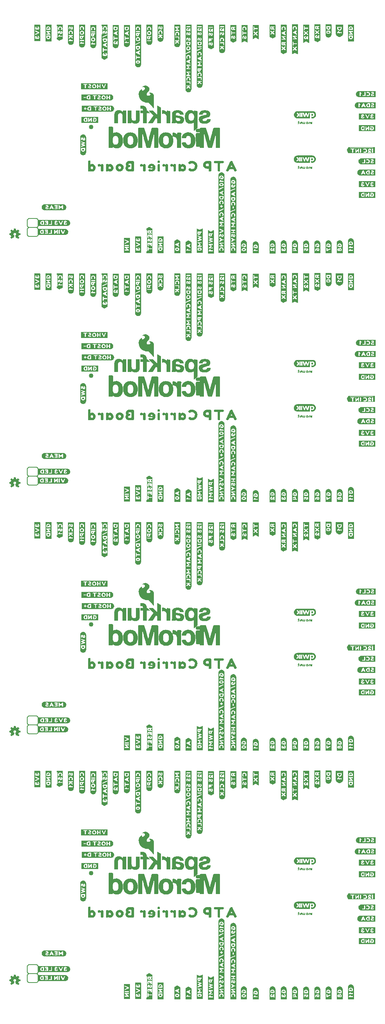
<source format=gbo>
G04 EAGLE Gerber RS-274X export*
G75*
%MOMM*%
%FSLAX34Y34*%
%LPD*%
%INSilkscreen Bottom*%
%IPPOS*%
%AMOC8*
5,1,8,0,0,1.08239X$1,22.5*%
G01*
%ADD10C,1.016000*%
%ADD11C,0.203200*%
%ADD12R,0.040000X2.160000*%
%ADD13R,0.040000X2.280000*%
%ADD14R,0.040000X2.360000*%
%ADD15R,0.040000X2.440000*%
%ADD16R,0.040000X2.480000*%
%ADD17R,0.040000X2.520000*%
%ADD18R,0.040000X2.560000*%
%ADD19R,0.040000X2.600000*%
%ADD20R,0.040000X0.440000*%
%ADD21R,0.040000X0.720000*%
%ADD22R,0.040000X0.600000*%
%ADD23R,0.040000X0.480000*%
%ADD24R,0.040000X0.760000*%
%ADD25R,0.040000X0.360000*%
%ADD26R,0.040000X0.280000*%
%ADD27R,0.040000X0.800000*%
%ADD28R,0.040000X0.200000*%
%ADD29R,0.040000X0.240000*%
%ADD30R,0.040000X0.160000*%
%ADD31R,0.040000X0.320000*%
%ADD32R,0.040000X0.120000*%
%ADD33R,0.040000X0.840000*%
%ADD34R,0.040000X0.400000*%
%ADD35R,0.040000X0.080000*%
%ADD36R,0.040000X0.040000*%
%ADD37R,0.040000X0.560000*%

G36*
X500644Y1712318D02*
X500644Y1712318D01*
X500653Y1712321D01*
X500853Y1712821D01*
X500850Y1712827D01*
X500854Y1712830D01*
X500854Y1888930D01*
X500852Y1888932D01*
X500854Y1888934D01*
X500754Y1889533D01*
X500654Y1890233D01*
X500652Y1890235D01*
X500653Y1890237D01*
X500453Y1890937D01*
X500451Y1890938D01*
X500452Y1890941D01*
X499852Y1892141D01*
X499848Y1892142D01*
X499849Y1892145D01*
X499049Y1893145D01*
X499047Y1893146D01*
X499047Y1893147D01*
X498547Y1893647D01*
X498544Y1893647D01*
X498543Y1893650D01*
X497944Y1894050D01*
X497445Y1894449D01*
X497442Y1894449D01*
X497441Y1894452D01*
X496841Y1894752D01*
X496840Y1894751D01*
X496840Y1894752D01*
X496140Y1895052D01*
X496136Y1895051D01*
X496134Y1895054D01*
X495535Y1895154D01*
X494837Y1895353D01*
X494833Y1895351D01*
X494830Y1895354D01*
X493530Y1895354D01*
X493528Y1895353D01*
X493527Y1895354D01*
X492827Y1895254D01*
X492825Y1895252D01*
X492823Y1895253D01*
X492123Y1895053D01*
X492122Y1895053D01*
X491522Y1894853D01*
X491521Y1894851D01*
X491519Y1894852D01*
X490319Y1894252D01*
X490318Y1894250D01*
X490317Y1894250D01*
X489717Y1893850D01*
X489716Y1893847D01*
X489713Y1893847D01*
X489213Y1893347D01*
X489213Y1893345D01*
X489211Y1893345D01*
X488411Y1892345D01*
X488411Y1892344D01*
X488410Y1892343D01*
X488010Y1891743D01*
X488010Y1891741D01*
X488008Y1891741D01*
X487708Y1891141D01*
X487709Y1891138D01*
X487707Y1891138D01*
X487507Y1890538D01*
X487508Y1890535D01*
X487506Y1890533D01*
X487504Y1890522D01*
X487501Y1890498D01*
X487487Y1890401D01*
X487484Y1890377D01*
X487480Y1890352D01*
X487477Y1890328D01*
X487463Y1890231D01*
X487459Y1890207D01*
X487456Y1890183D01*
X487452Y1890158D01*
X487439Y1890061D01*
X487435Y1890037D01*
X487432Y1890013D01*
X487428Y1889989D01*
X487414Y1889892D01*
X487411Y1889867D01*
X487407Y1889843D01*
X487406Y1889833D01*
X487404Y1889819D01*
X487390Y1889722D01*
X487387Y1889698D01*
X487383Y1889673D01*
X487380Y1889649D01*
X487366Y1889552D01*
X487362Y1889528D01*
X487359Y1889504D01*
X487355Y1889479D01*
X487342Y1889382D01*
X487338Y1889358D01*
X487335Y1889334D01*
X487331Y1889310D01*
X487317Y1889213D01*
X487314Y1889188D01*
X487310Y1889164D01*
X487307Y1889140D01*
X487306Y1889133D01*
X487206Y1888534D01*
X487207Y1888532D01*
X487208Y1888532D01*
X487206Y1888530D01*
X487206Y1712530D01*
X487218Y1712516D01*
X487221Y1712508D01*
X487721Y1712308D01*
X487727Y1712310D01*
X487730Y1712306D01*
X500630Y1712306D01*
X500644Y1712318D01*
G37*
G36*
X500644Y584558D02*
X500644Y584558D01*
X500653Y584561D01*
X500853Y585061D01*
X500850Y585067D01*
X500854Y585070D01*
X500854Y761170D01*
X500852Y761172D01*
X500854Y761174D01*
X500754Y761773D01*
X500654Y762473D01*
X500652Y762475D01*
X500653Y762477D01*
X500453Y763177D01*
X500451Y763178D01*
X500452Y763181D01*
X499852Y764381D01*
X499848Y764382D01*
X499849Y764385D01*
X499049Y765385D01*
X499047Y765386D01*
X499047Y765387D01*
X498547Y765887D01*
X498544Y765887D01*
X498543Y765890D01*
X497944Y766290D01*
X497445Y766689D01*
X497442Y766689D01*
X497441Y766692D01*
X496841Y766992D01*
X496840Y766991D01*
X496840Y766992D01*
X496140Y767292D01*
X496136Y767291D01*
X496134Y767294D01*
X495535Y767394D01*
X494837Y767593D01*
X494833Y767591D01*
X494830Y767594D01*
X493530Y767594D01*
X493528Y767593D01*
X493527Y767594D01*
X492827Y767494D01*
X492825Y767492D01*
X492823Y767493D01*
X492123Y767293D01*
X492122Y767293D01*
X491522Y767093D01*
X491521Y767091D01*
X491519Y767092D01*
X490319Y766492D01*
X490318Y766490D01*
X490317Y766490D01*
X489717Y766090D01*
X489716Y766087D01*
X489713Y766087D01*
X489213Y765587D01*
X489213Y765585D01*
X489211Y765585D01*
X488411Y764585D01*
X488411Y764584D01*
X488410Y764583D01*
X488010Y763983D01*
X488010Y763981D01*
X488008Y763981D01*
X487708Y763381D01*
X487709Y763378D01*
X487707Y763378D01*
X487507Y762778D01*
X487508Y762775D01*
X487506Y762773D01*
X487504Y762762D01*
X487501Y762738D01*
X487487Y762641D01*
X487484Y762617D01*
X487480Y762592D01*
X487477Y762568D01*
X487463Y762471D01*
X487459Y762447D01*
X487456Y762423D01*
X487452Y762398D01*
X487439Y762301D01*
X487435Y762277D01*
X487432Y762253D01*
X487428Y762229D01*
X487414Y762132D01*
X487411Y762107D01*
X487407Y762083D01*
X487406Y762073D01*
X487404Y762059D01*
X487390Y761962D01*
X487387Y761938D01*
X487383Y761913D01*
X487380Y761889D01*
X487366Y761792D01*
X487362Y761768D01*
X487359Y761744D01*
X487355Y761719D01*
X487342Y761622D01*
X487338Y761598D01*
X487335Y761574D01*
X487331Y761550D01*
X487317Y761453D01*
X487314Y761428D01*
X487310Y761404D01*
X487307Y761380D01*
X487306Y761373D01*
X487206Y760774D01*
X487207Y760772D01*
X487208Y760772D01*
X487206Y760770D01*
X487206Y584770D01*
X487218Y584756D01*
X487221Y584748D01*
X487721Y584548D01*
X487727Y584550D01*
X487730Y584546D01*
X500630Y584546D01*
X500644Y584558D01*
G37*
G36*
X500644Y1148438D02*
X500644Y1148438D01*
X500653Y1148441D01*
X500853Y1148941D01*
X500850Y1148947D01*
X500854Y1148950D01*
X500854Y1325050D01*
X500852Y1325052D01*
X500854Y1325054D01*
X500754Y1325653D01*
X500654Y1326353D01*
X500652Y1326355D01*
X500653Y1326357D01*
X500453Y1327057D01*
X500451Y1327058D01*
X500452Y1327061D01*
X499852Y1328261D01*
X499848Y1328262D01*
X499849Y1328265D01*
X499049Y1329265D01*
X499047Y1329266D01*
X499047Y1329267D01*
X498547Y1329767D01*
X498544Y1329767D01*
X498543Y1329770D01*
X497944Y1330170D01*
X497445Y1330569D01*
X497442Y1330569D01*
X497441Y1330572D01*
X496841Y1330872D01*
X496840Y1330871D01*
X496840Y1330872D01*
X496140Y1331172D01*
X496136Y1331171D01*
X496134Y1331174D01*
X495535Y1331274D01*
X494837Y1331473D01*
X494833Y1331471D01*
X494830Y1331474D01*
X493530Y1331474D01*
X493528Y1331473D01*
X493527Y1331474D01*
X492827Y1331374D01*
X492825Y1331372D01*
X492823Y1331373D01*
X492123Y1331173D01*
X492122Y1331173D01*
X491522Y1330973D01*
X491521Y1330971D01*
X491519Y1330972D01*
X490319Y1330372D01*
X490318Y1330370D01*
X490317Y1330370D01*
X489717Y1329970D01*
X489716Y1329967D01*
X489713Y1329967D01*
X489213Y1329467D01*
X489213Y1329465D01*
X489211Y1329465D01*
X488411Y1328465D01*
X488411Y1328464D01*
X488410Y1328463D01*
X488010Y1327863D01*
X488010Y1327861D01*
X488008Y1327861D01*
X487708Y1327261D01*
X487709Y1327258D01*
X487707Y1327258D01*
X487507Y1326658D01*
X487508Y1326655D01*
X487506Y1326653D01*
X487504Y1326642D01*
X487501Y1326618D01*
X487487Y1326521D01*
X487484Y1326497D01*
X487480Y1326472D01*
X487477Y1326448D01*
X487463Y1326351D01*
X487459Y1326327D01*
X487456Y1326303D01*
X487452Y1326278D01*
X487439Y1326181D01*
X487435Y1326157D01*
X487432Y1326133D01*
X487428Y1326109D01*
X487414Y1326012D01*
X487411Y1325987D01*
X487407Y1325963D01*
X487406Y1325953D01*
X487404Y1325939D01*
X487390Y1325842D01*
X487387Y1325818D01*
X487383Y1325793D01*
X487380Y1325769D01*
X487366Y1325672D01*
X487362Y1325648D01*
X487359Y1325624D01*
X487355Y1325599D01*
X487342Y1325502D01*
X487338Y1325478D01*
X487335Y1325454D01*
X487331Y1325430D01*
X487317Y1325333D01*
X487314Y1325308D01*
X487310Y1325284D01*
X487307Y1325260D01*
X487306Y1325253D01*
X487206Y1324654D01*
X487207Y1324652D01*
X487208Y1324652D01*
X487206Y1324650D01*
X487206Y1148650D01*
X487218Y1148636D01*
X487221Y1148628D01*
X487721Y1148428D01*
X487727Y1148430D01*
X487730Y1148426D01*
X500630Y1148426D01*
X500644Y1148438D01*
G37*
G36*
X500644Y20678D02*
X500644Y20678D01*
X500653Y20681D01*
X500853Y21181D01*
X500850Y21187D01*
X500854Y21190D01*
X500854Y197290D01*
X500852Y197292D01*
X500854Y197294D01*
X500754Y197893D01*
X500654Y198593D01*
X500652Y198595D01*
X500653Y198597D01*
X500453Y199297D01*
X500451Y199298D01*
X500452Y199301D01*
X499852Y200501D01*
X499848Y200502D01*
X499849Y200505D01*
X499049Y201505D01*
X499047Y201506D01*
X499047Y201507D01*
X498547Y202007D01*
X498544Y202007D01*
X498543Y202010D01*
X497944Y202410D01*
X497445Y202809D01*
X497442Y202809D01*
X497441Y202812D01*
X496841Y203112D01*
X496840Y203111D01*
X496840Y203112D01*
X496140Y203412D01*
X496136Y203411D01*
X496134Y203414D01*
X495535Y203514D01*
X494837Y203713D01*
X494833Y203711D01*
X494830Y203714D01*
X493530Y203714D01*
X493528Y203713D01*
X493527Y203714D01*
X492827Y203614D01*
X492825Y203612D01*
X492823Y203613D01*
X492123Y203413D01*
X492122Y203413D01*
X491522Y203213D01*
X491521Y203211D01*
X491519Y203212D01*
X490319Y202612D01*
X490318Y202610D01*
X490317Y202610D01*
X489717Y202210D01*
X489716Y202207D01*
X489713Y202207D01*
X489213Y201707D01*
X489213Y201705D01*
X489211Y201705D01*
X488411Y200705D01*
X488411Y200704D01*
X488410Y200703D01*
X488010Y200103D01*
X488010Y200101D01*
X488008Y200101D01*
X487708Y199501D01*
X487709Y199498D01*
X487707Y199498D01*
X487507Y198898D01*
X487508Y198895D01*
X487506Y198893D01*
X487504Y198882D01*
X487501Y198858D01*
X487487Y198761D01*
X487484Y198737D01*
X487480Y198712D01*
X487477Y198688D01*
X487463Y198591D01*
X487459Y198567D01*
X487456Y198543D01*
X487452Y198518D01*
X487439Y198421D01*
X487435Y198397D01*
X487432Y198373D01*
X487428Y198349D01*
X487414Y198252D01*
X487411Y198227D01*
X487407Y198203D01*
X487406Y198193D01*
X487404Y198179D01*
X487390Y198082D01*
X487387Y198058D01*
X487383Y198033D01*
X487380Y198009D01*
X487366Y197912D01*
X487362Y197888D01*
X487359Y197864D01*
X487355Y197839D01*
X487342Y197742D01*
X487338Y197718D01*
X487335Y197694D01*
X487331Y197670D01*
X487317Y197573D01*
X487314Y197548D01*
X487310Y197524D01*
X487307Y197500D01*
X487306Y197493D01*
X487206Y196894D01*
X487207Y196892D01*
X487208Y196892D01*
X487206Y196890D01*
X487206Y20890D01*
X487218Y20876D01*
X487221Y20868D01*
X487721Y20668D01*
X487727Y20670D01*
X487730Y20666D01*
X500630Y20666D01*
X500644Y20678D01*
G37*
G36*
X527211Y20596D02*
X527211Y20596D01*
X527221Y20598D01*
X527521Y21098D01*
X527519Y21106D01*
X527524Y21110D01*
X527524Y187010D01*
X527523Y187012D01*
X527524Y187013D01*
X527424Y187713D01*
X527424Y187714D01*
X527324Y188314D01*
X527322Y188315D01*
X527323Y188317D01*
X527123Y189017D01*
X527123Y189018D01*
X526923Y189618D01*
X526919Y189620D01*
X526920Y189623D01*
X526521Y190222D01*
X526222Y190821D01*
X526217Y190823D01*
X526217Y190827D01*
X525718Y191326D01*
X525319Y191825D01*
X525314Y191826D01*
X525313Y191830D01*
X524714Y192230D01*
X524215Y192629D01*
X524212Y192629D01*
X524211Y192632D01*
X523011Y193232D01*
X523008Y193231D01*
X523007Y193233D01*
X522307Y193433D01*
X522305Y193432D01*
X522303Y193434D01*
X521603Y193534D01*
X521601Y193533D01*
X521600Y193534D01*
X519600Y193534D01*
X519596Y193531D01*
X519592Y193533D01*
X518993Y193333D01*
X518293Y193133D01*
X518292Y193133D01*
X517692Y192933D01*
X517690Y192929D01*
X517687Y192930D01*
X516487Y192130D01*
X516486Y192129D01*
X516485Y192129D01*
X515985Y191729D01*
X515984Y191725D01*
X515981Y191725D01*
X515181Y190725D01*
X515181Y190724D01*
X515180Y190723D01*
X514780Y190123D01*
X514780Y190121D01*
X514778Y190121D01*
X514478Y189521D01*
X514479Y189518D01*
X514477Y189518D01*
X514277Y188918D01*
X514277Y188917D01*
X514077Y188217D01*
X514078Y188215D01*
X514076Y188213D01*
X514071Y188181D01*
X514068Y188156D01*
X514064Y188132D01*
X514061Y188108D01*
X514047Y188011D01*
X514044Y187987D01*
X514040Y187962D01*
X514037Y187938D01*
X514023Y187841D01*
X514019Y187817D01*
X514016Y187793D01*
X514012Y187768D01*
X513999Y187671D01*
X513995Y187647D01*
X513992Y187623D01*
X513988Y187599D01*
X513976Y187513D01*
X513876Y186914D01*
X513878Y186912D01*
X513876Y186910D01*
X513876Y20910D01*
X513886Y20899D01*
X513888Y20889D01*
X514388Y20589D01*
X514396Y20591D01*
X514400Y20586D01*
X527200Y20586D01*
X527211Y20596D01*
G37*
G36*
X527211Y584476D02*
X527211Y584476D01*
X527221Y584478D01*
X527521Y584978D01*
X527519Y584986D01*
X527524Y584990D01*
X527524Y750890D01*
X527523Y750892D01*
X527524Y750893D01*
X527424Y751593D01*
X527424Y751594D01*
X527324Y752194D01*
X527322Y752195D01*
X527323Y752197D01*
X527123Y752897D01*
X527123Y752898D01*
X526923Y753498D01*
X526919Y753500D01*
X526920Y753503D01*
X526521Y754102D01*
X526222Y754701D01*
X526217Y754703D01*
X526217Y754707D01*
X525718Y755206D01*
X525319Y755705D01*
X525314Y755706D01*
X525313Y755710D01*
X524714Y756110D01*
X524215Y756509D01*
X524212Y756509D01*
X524211Y756512D01*
X523011Y757112D01*
X523008Y757111D01*
X523007Y757113D01*
X522307Y757313D01*
X522305Y757312D01*
X522303Y757314D01*
X521603Y757414D01*
X521601Y757413D01*
X521600Y757414D01*
X519600Y757414D01*
X519596Y757411D01*
X519592Y757413D01*
X518993Y757213D01*
X518293Y757013D01*
X518292Y757013D01*
X517692Y756813D01*
X517690Y756809D01*
X517687Y756810D01*
X516487Y756010D01*
X516486Y756009D01*
X516485Y756009D01*
X515985Y755609D01*
X515984Y755605D01*
X515981Y755605D01*
X515181Y754605D01*
X515181Y754604D01*
X515180Y754603D01*
X514780Y754003D01*
X514780Y754001D01*
X514778Y754001D01*
X514478Y753401D01*
X514479Y753398D01*
X514477Y753398D01*
X514277Y752798D01*
X514277Y752797D01*
X514077Y752097D01*
X514078Y752095D01*
X514076Y752093D01*
X514071Y752061D01*
X514068Y752036D01*
X514064Y752012D01*
X514061Y751988D01*
X514047Y751891D01*
X514044Y751867D01*
X514040Y751842D01*
X514037Y751818D01*
X514023Y751721D01*
X514019Y751697D01*
X514016Y751673D01*
X514012Y751648D01*
X513999Y751551D01*
X513995Y751527D01*
X513992Y751503D01*
X513988Y751479D01*
X513976Y751393D01*
X513876Y750794D01*
X513878Y750792D01*
X513876Y750790D01*
X513876Y584790D01*
X513886Y584779D01*
X513888Y584769D01*
X514388Y584469D01*
X514396Y584471D01*
X514400Y584466D01*
X527200Y584466D01*
X527211Y584476D01*
G37*
G36*
X527211Y1148356D02*
X527211Y1148356D01*
X527221Y1148358D01*
X527521Y1148858D01*
X527519Y1148866D01*
X527524Y1148870D01*
X527524Y1314770D01*
X527523Y1314772D01*
X527524Y1314773D01*
X527424Y1315473D01*
X527424Y1315474D01*
X527324Y1316074D01*
X527322Y1316075D01*
X527323Y1316077D01*
X527123Y1316777D01*
X527123Y1316778D01*
X526923Y1317378D01*
X526919Y1317380D01*
X526920Y1317383D01*
X526521Y1317982D01*
X526222Y1318581D01*
X526217Y1318583D01*
X526217Y1318587D01*
X525718Y1319086D01*
X525319Y1319585D01*
X525314Y1319586D01*
X525313Y1319590D01*
X524714Y1319990D01*
X524215Y1320389D01*
X524212Y1320389D01*
X524211Y1320392D01*
X523011Y1320992D01*
X523008Y1320991D01*
X523007Y1320993D01*
X522307Y1321193D01*
X522305Y1321192D01*
X522303Y1321194D01*
X521603Y1321294D01*
X521601Y1321293D01*
X521600Y1321294D01*
X519600Y1321294D01*
X519596Y1321291D01*
X519592Y1321293D01*
X518993Y1321093D01*
X518293Y1320893D01*
X518292Y1320893D01*
X517692Y1320693D01*
X517690Y1320689D01*
X517687Y1320690D01*
X516487Y1319890D01*
X516486Y1319889D01*
X516485Y1319889D01*
X515985Y1319489D01*
X515984Y1319485D01*
X515981Y1319485D01*
X515181Y1318485D01*
X515181Y1318484D01*
X515180Y1318483D01*
X514780Y1317883D01*
X514780Y1317881D01*
X514778Y1317881D01*
X514478Y1317281D01*
X514479Y1317278D01*
X514477Y1317278D01*
X514277Y1316678D01*
X514277Y1316677D01*
X514077Y1315977D01*
X514078Y1315975D01*
X514076Y1315973D01*
X514071Y1315941D01*
X514068Y1315916D01*
X514064Y1315892D01*
X514061Y1315868D01*
X514047Y1315771D01*
X514044Y1315747D01*
X514040Y1315722D01*
X514037Y1315698D01*
X514023Y1315601D01*
X514019Y1315577D01*
X514016Y1315553D01*
X514012Y1315528D01*
X513999Y1315431D01*
X513995Y1315407D01*
X513992Y1315383D01*
X513988Y1315359D01*
X513976Y1315273D01*
X513876Y1314674D01*
X513878Y1314672D01*
X513876Y1314670D01*
X513876Y1148670D01*
X513886Y1148659D01*
X513888Y1148649D01*
X514388Y1148349D01*
X514396Y1148351D01*
X514400Y1148346D01*
X527200Y1148346D01*
X527211Y1148356D01*
G37*
G36*
X527211Y1712236D02*
X527211Y1712236D01*
X527221Y1712238D01*
X527521Y1712738D01*
X527519Y1712746D01*
X527524Y1712750D01*
X527524Y1878650D01*
X527523Y1878652D01*
X527524Y1878653D01*
X527424Y1879353D01*
X527424Y1879354D01*
X527324Y1879954D01*
X527322Y1879955D01*
X527323Y1879957D01*
X527123Y1880657D01*
X527123Y1880658D01*
X526923Y1881258D01*
X526919Y1881260D01*
X526920Y1881263D01*
X526521Y1881862D01*
X526222Y1882461D01*
X526217Y1882463D01*
X526217Y1882467D01*
X525718Y1882966D01*
X525319Y1883465D01*
X525314Y1883466D01*
X525313Y1883470D01*
X524714Y1883870D01*
X524215Y1884269D01*
X524212Y1884269D01*
X524211Y1884272D01*
X523011Y1884872D01*
X523008Y1884871D01*
X523007Y1884873D01*
X522307Y1885073D01*
X522305Y1885072D01*
X522303Y1885074D01*
X521603Y1885174D01*
X521601Y1885173D01*
X521600Y1885174D01*
X519600Y1885174D01*
X519596Y1885171D01*
X519592Y1885173D01*
X518993Y1884973D01*
X518293Y1884773D01*
X518292Y1884773D01*
X517692Y1884573D01*
X517690Y1884569D01*
X517687Y1884570D01*
X516487Y1883770D01*
X516486Y1883769D01*
X516485Y1883769D01*
X515985Y1883369D01*
X515984Y1883365D01*
X515981Y1883365D01*
X515181Y1882365D01*
X515181Y1882364D01*
X515180Y1882363D01*
X514780Y1881763D01*
X514780Y1881761D01*
X514778Y1881761D01*
X514478Y1881161D01*
X514479Y1881158D01*
X514477Y1881158D01*
X514277Y1880558D01*
X514277Y1880557D01*
X514077Y1879857D01*
X514078Y1879855D01*
X514076Y1879853D01*
X514071Y1879821D01*
X514068Y1879796D01*
X514064Y1879772D01*
X514061Y1879748D01*
X514047Y1879651D01*
X514044Y1879627D01*
X514040Y1879602D01*
X514037Y1879578D01*
X514023Y1879481D01*
X514019Y1879457D01*
X514016Y1879433D01*
X514012Y1879408D01*
X513999Y1879311D01*
X513995Y1879287D01*
X513992Y1879263D01*
X513988Y1879239D01*
X513976Y1879153D01*
X513876Y1878554D01*
X513878Y1878552D01*
X513876Y1878550D01*
X513876Y1712550D01*
X513886Y1712539D01*
X513888Y1712529D01*
X514388Y1712229D01*
X514396Y1712231D01*
X514400Y1712226D01*
X527200Y1712226D01*
X527211Y1712236D01*
G37*
G36*
X419502Y2076767D02*
X419502Y2076767D01*
X419503Y2076766D01*
X420903Y2076966D01*
X420905Y2076968D01*
X420908Y2076967D01*
X421508Y2077167D01*
X421509Y2077169D01*
X421511Y2077168D01*
X422711Y2077768D01*
X422712Y2077770D01*
X422713Y2077770D01*
X423313Y2078170D01*
X423314Y2078173D01*
X423317Y2078173D01*
X423816Y2078672D01*
X424315Y2079071D01*
X424316Y2079076D01*
X424320Y2079077D01*
X424720Y2079677D01*
X424720Y2079679D01*
X424722Y2079679D01*
X425622Y2081479D01*
X425620Y2081484D01*
X425624Y2081487D01*
X425625Y2081491D01*
X425625Y2081492D01*
X425628Y2081516D01*
X425632Y2081540D01*
X425635Y2081564D01*
X425649Y2081661D01*
X425652Y2081685D01*
X425652Y2081686D01*
X425656Y2081710D01*
X425659Y2081734D01*
X425673Y2081831D01*
X425677Y2081855D01*
X425680Y2081879D01*
X425680Y2081880D01*
X425684Y2081904D01*
X425697Y2082001D01*
X425701Y2082025D01*
X425704Y2082049D01*
X425708Y2082073D01*
X425708Y2082074D01*
X425722Y2082170D01*
X425722Y2082171D01*
X425724Y2082186D01*
X425725Y2082195D01*
X425737Y2082267D01*
X425738Y2082267D01*
X425750Y2082340D01*
X425762Y2082413D01*
X425774Y2082486D01*
X425786Y2082558D01*
X425798Y2082631D01*
X425810Y2082704D01*
X425822Y2082777D01*
X425824Y2082786D01*
X425824Y2082787D01*
X425836Y2082874D01*
X425840Y2082898D01*
X425843Y2082922D01*
X425847Y2082946D01*
X425847Y2082947D01*
X425861Y2083043D01*
X425861Y2083044D01*
X425864Y2083068D01*
X425868Y2083092D01*
X425871Y2083116D01*
X425885Y2083213D01*
X425888Y2083237D01*
X425888Y2083238D01*
X425892Y2083262D01*
X425895Y2083286D01*
X425909Y2083383D01*
X425913Y2083407D01*
X425916Y2083431D01*
X425916Y2083432D01*
X425920Y2083456D01*
X425924Y2083487D01*
X425923Y2083489D01*
X425924Y2083490D01*
X425924Y2229790D01*
X425920Y2229795D01*
X425922Y2229801D01*
X425722Y2230201D01*
X425706Y2230207D01*
X425700Y2230214D01*
X412800Y2230214D01*
X412795Y2230210D01*
X412791Y2230213D01*
X412291Y2230013D01*
X412283Y2229996D01*
X412276Y2229990D01*
X412276Y2083290D01*
X412277Y2083288D01*
X412276Y2083287D01*
X412376Y2082587D01*
X412376Y2082586D01*
X412476Y2081986D01*
X412478Y2081985D01*
X412477Y2081983D01*
X412677Y2081283D01*
X412679Y2081282D01*
X412678Y2081279D01*
X413278Y2080079D01*
X413280Y2080078D01*
X413280Y2080077D01*
X413680Y2079477D01*
X413681Y2079476D01*
X413681Y2079475D01*
X414081Y2078975D01*
X414083Y2078975D01*
X414083Y2078973D01*
X414583Y2078473D01*
X414585Y2078473D01*
X414585Y2078471D01*
X415085Y2078071D01*
X415086Y2078071D01*
X415087Y2078070D01*
X415687Y2077670D01*
X415689Y2077670D01*
X415689Y2077668D01*
X416889Y2077068D01*
X416892Y2077069D01*
X416892Y2077067D01*
X417492Y2076867D01*
X417495Y2076868D01*
X417497Y2076866D01*
X418197Y2076766D01*
X418199Y2076767D01*
X418200Y2076766D01*
X419500Y2076766D01*
X419502Y2076767D01*
G37*
G36*
X419502Y949007D02*
X419502Y949007D01*
X419503Y949006D01*
X420903Y949206D01*
X420905Y949208D01*
X420908Y949207D01*
X421508Y949407D01*
X421509Y949409D01*
X421511Y949408D01*
X422711Y950008D01*
X422712Y950010D01*
X422713Y950010D01*
X423313Y950410D01*
X423314Y950413D01*
X423317Y950413D01*
X423816Y950912D01*
X424315Y951311D01*
X424316Y951316D01*
X424320Y951317D01*
X424720Y951917D01*
X424720Y951919D01*
X424722Y951919D01*
X425622Y953719D01*
X425620Y953724D01*
X425624Y953727D01*
X425625Y953731D01*
X425625Y953732D01*
X425628Y953756D01*
X425632Y953780D01*
X425635Y953804D01*
X425649Y953901D01*
X425652Y953925D01*
X425652Y953926D01*
X425656Y953950D01*
X425659Y953974D01*
X425673Y954071D01*
X425677Y954095D01*
X425680Y954119D01*
X425680Y954120D01*
X425684Y954144D01*
X425697Y954241D01*
X425701Y954265D01*
X425704Y954289D01*
X425708Y954313D01*
X425708Y954314D01*
X425722Y954410D01*
X425722Y954411D01*
X425724Y954426D01*
X425725Y954435D01*
X425737Y954507D01*
X425738Y954507D01*
X425750Y954580D01*
X425762Y954653D01*
X425774Y954726D01*
X425786Y954798D01*
X425798Y954871D01*
X425810Y954944D01*
X425822Y955017D01*
X425824Y955026D01*
X425824Y955027D01*
X425836Y955114D01*
X425840Y955138D01*
X425843Y955162D01*
X425847Y955186D01*
X425847Y955187D01*
X425861Y955283D01*
X425861Y955284D01*
X425864Y955308D01*
X425868Y955332D01*
X425871Y955356D01*
X425885Y955453D01*
X425888Y955477D01*
X425888Y955478D01*
X425892Y955502D01*
X425895Y955526D01*
X425909Y955623D01*
X425913Y955647D01*
X425916Y955671D01*
X425916Y955672D01*
X425920Y955696D01*
X425924Y955727D01*
X425923Y955729D01*
X425924Y955730D01*
X425924Y1102030D01*
X425920Y1102035D01*
X425922Y1102041D01*
X425722Y1102441D01*
X425706Y1102447D01*
X425700Y1102454D01*
X412800Y1102454D01*
X412795Y1102450D01*
X412791Y1102453D01*
X412291Y1102253D01*
X412283Y1102236D01*
X412276Y1102230D01*
X412276Y955530D01*
X412277Y955528D01*
X412276Y955527D01*
X412376Y954827D01*
X412376Y954826D01*
X412476Y954226D01*
X412478Y954225D01*
X412477Y954223D01*
X412677Y953523D01*
X412679Y953522D01*
X412678Y953519D01*
X413278Y952319D01*
X413280Y952318D01*
X413280Y952317D01*
X413680Y951717D01*
X413681Y951716D01*
X413681Y951715D01*
X414081Y951215D01*
X414083Y951215D01*
X414083Y951213D01*
X414583Y950713D01*
X414585Y950713D01*
X414585Y950711D01*
X415085Y950311D01*
X415086Y950311D01*
X415087Y950310D01*
X415687Y949910D01*
X415689Y949910D01*
X415689Y949908D01*
X416889Y949308D01*
X416892Y949309D01*
X416892Y949307D01*
X417492Y949107D01*
X417495Y949108D01*
X417497Y949106D01*
X418197Y949006D01*
X418199Y949007D01*
X418200Y949006D01*
X419500Y949006D01*
X419502Y949007D01*
G37*
G36*
X419502Y1512887D02*
X419502Y1512887D01*
X419503Y1512886D01*
X420903Y1513086D01*
X420905Y1513088D01*
X420908Y1513087D01*
X421508Y1513287D01*
X421509Y1513289D01*
X421511Y1513288D01*
X422711Y1513888D01*
X422712Y1513890D01*
X422713Y1513890D01*
X423313Y1514290D01*
X423314Y1514293D01*
X423317Y1514293D01*
X423816Y1514792D01*
X424315Y1515191D01*
X424316Y1515196D01*
X424320Y1515197D01*
X424720Y1515797D01*
X424720Y1515799D01*
X424722Y1515799D01*
X425622Y1517599D01*
X425620Y1517604D01*
X425624Y1517607D01*
X425625Y1517611D01*
X425625Y1517612D01*
X425628Y1517636D01*
X425632Y1517660D01*
X425635Y1517684D01*
X425649Y1517781D01*
X425652Y1517805D01*
X425652Y1517806D01*
X425656Y1517830D01*
X425659Y1517854D01*
X425673Y1517951D01*
X425677Y1517975D01*
X425680Y1517999D01*
X425680Y1518000D01*
X425684Y1518024D01*
X425697Y1518121D01*
X425701Y1518145D01*
X425704Y1518169D01*
X425708Y1518193D01*
X425708Y1518194D01*
X425722Y1518290D01*
X425722Y1518291D01*
X425724Y1518306D01*
X425725Y1518315D01*
X425737Y1518387D01*
X425738Y1518387D01*
X425750Y1518460D01*
X425762Y1518533D01*
X425774Y1518606D01*
X425786Y1518678D01*
X425798Y1518751D01*
X425810Y1518824D01*
X425822Y1518897D01*
X425824Y1518906D01*
X425824Y1518907D01*
X425836Y1518994D01*
X425840Y1519018D01*
X425843Y1519042D01*
X425847Y1519066D01*
X425847Y1519067D01*
X425861Y1519163D01*
X425861Y1519164D01*
X425864Y1519188D01*
X425868Y1519212D01*
X425871Y1519236D01*
X425885Y1519333D01*
X425888Y1519357D01*
X425888Y1519358D01*
X425892Y1519382D01*
X425895Y1519406D01*
X425909Y1519503D01*
X425913Y1519527D01*
X425916Y1519551D01*
X425916Y1519552D01*
X425920Y1519576D01*
X425924Y1519607D01*
X425923Y1519609D01*
X425924Y1519610D01*
X425924Y1665910D01*
X425920Y1665915D01*
X425922Y1665921D01*
X425722Y1666321D01*
X425706Y1666327D01*
X425700Y1666334D01*
X412800Y1666334D01*
X412795Y1666330D01*
X412791Y1666333D01*
X412291Y1666133D01*
X412283Y1666116D01*
X412276Y1666110D01*
X412276Y1519410D01*
X412277Y1519408D01*
X412276Y1519407D01*
X412376Y1518707D01*
X412376Y1518706D01*
X412476Y1518106D01*
X412478Y1518105D01*
X412477Y1518103D01*
X412677Y1517403D01*
X412679Y1517402D01*
X412678Y1517399D01*
X413278Y1516199D01*
X413280Y1516198D01*
X413280Y1516197D01*
X413680Y1515597D01*
X413681Y1515596D01*
X413681Y1515595D01*
X414081Y1515095D01*
X414083Y1515095D01*
X414083Y1515093D01*
X414583Y1514593D01*
X414585Y1514593D01*
X414585Y1514591D01*
X415085Y1514191D01*
X415086Y1514191D01*
X415087Y1514190D01*
X415687Y1513790D01*
X415689Y1513790D01*
X415689Y1513788D01*
X416889Y1513188D01*
X416892Y1513189D01*
X416892Y1513187D01*
X417492Y1512987D01*
X417495Y1512988D01*
X417497Y1512986D01*
X418197Y1512886D01*
X418199Y1512887D01*
X418200Y1512886D01*
X419500Y1512886D01*
X419502Y1512887D01*
G37*
G36*
X419502Y385127D02*
X419502Y385127D01*
X419503Y385126D01*
X420903Y385326D01*
X420905Y385328D01*
X420908Y385327D01*
X421508Y385527D01*
X421509Y385529D01*
X421511Y385528D01*
X422711Y386128D01*
X422712Y386130D01*
X422713Y386130D01*
X423313Y386530D01*
X423314Y386533D01*
X423317Y386533D01*
X423816Y387032D01*
X424315Y387431D01*
X424316Y387436D01*
X424320Y387437D01*
X424720Y388037D01*
X424720Y388039D01*
X424722Y388039D01*
X425622Y389839D01*
X425620Y389844D01*
X425624Y389847D01*
X425625Y389851D01*
X425625Y389852D01*
X425628Y389876D01*
X425632Y389900D01*
X425635Y389924D01*
X425649Y390021D01*
X425652Y390045D01*
X425652Y390046D01*
X425656Y390070D01*
X425659Y390094D01*
X425673Y390191D01*
X425677Y390215D01*
X425680Y390239D01*
X425680Y390240D01*
X425684Y390264D01*
X425697Y390361D01*
X425701Y390385D01*
X425704Y390409D01*
X425708Y390433D01*
X425708Y390434D01*
X425722Y390530D01*
X425722Y390531D01*
X425724Y390546D01*
X425725Y390555D01*
X425737Y390627D01*
X425738Y390627D01*
X425750Y390700D01*
X425762Y390773D01*
X425774Y390846D01*
X425786Y390918D01*
X425798Y390991D01*
X425810Y391064D01*
X425822Y391137D01*
X425824Y391146D01*
X425824Y391147D01*
X425836Y391234D01*
X425840Y391258D01*
X425843Y391282D01*
X425847Y391306D01*
X425847Y391307D01*
X425861Y391403D01*
X425861Y391404D01*
X425864Y391428D01*
X425868Y391452D01*
X425871Y391476D01*
X425885Y391573D01*
X425888Y391597D01*
X425888Y391598D01*
X425892Y391622D01*
X425895Y391646D01*
X425909Y391743D01*
X425913Y391767D01*
X425916Y391791D01*
X425916Y391792D01*
X425920Y391816D01*
X425924Y391847D01*
X425923Y391849D01*
X425924Y391850D01*
X425924Y538150D01*
X425920Y538155D01*
X425922Y538161D01*
X425722Y538561D01*
X425706Y538567D01*
X425700Y538574D01*
X412800Y538574D01*
X412795Y538570D01*
X412791Y538573D01*
X412291Y538373D01*
X412283Y538356D01*
X412276Y538350D01*
X412276Y391650D01*
X412277Y391648D01*
X412276Y391647D01*
X412376Y390947D01*
X412376Y390946D01*
X412476Y390346D01*
X412478Y390345D01*
X412477Y390343D01*
X412677Y389643D01*
X412679Y389642D01*
X412678Y389639D01*
X413278Y388439D01*
X413280Y388438D01*
X413280Y388437D01*
X413680Y387837D01*
X413681Y387836D01*
X413681Y387835D01*
X414081Y387335D01*
X414083Y387335D01*
X414083Y387333D01*
X414583Y386833D01*
X414585Y386833D01*
X414585Y386831D01*
X415085Y386431D01*
X415086Y386431D01*
X415087Y386430D01*
X415687Y386030D01*
X415689Y386030D01*
X415689Y386028D01*
X416889Y385428D01*
X416892Y385429D01*
X416892Y385427D01*
X417492Y385227D01*
X417495Y385228D01*
X417497Y385226D01*
X418197Y385126D01*
X418199Y385127D01*
X418200Y385126D01*
X419500Y385126D01*
X419502Y385127D01*
G37*
G36*
X444801Y395109D02*
X444801Y395109D01*
X444804Y395106D01*
X445403Y395206D01*
X446103Y395306D01*
X446105Y395308D01*
X446107Y395307D01*
X446807Y395507D01*
X446808Y395509D01*
X446811Y395508D01*
X448011Y396108D01*
X448012Y396112D01*
X448015Y396111D01*
X448514Y396510D01*
X449113Y396910D01*
X449115Y396915D01*
X449119Y396915D01*
X449518Y397414D01*
X450017Y397913D01*
X450017Y397918D01*
X450022Y397919D01*
X450321Y398518D01*
X450720Y399117D01*
X450720Y399121D01*
X450723Y399122D01*
X450923Y399722D01*
X450923Y399723D01*
X451123Y400423D01*
X451122Y400425D01*
X451124Y400426D01*
X451126Y400438D01*
X451138Y400510D01*
X451150Y400583D01*
X451162Y400656D01*
X451174Y400729D01*
X451186Y400801D01*
X451187Y400801D01*
X451199Y400874D01*
X451211Y400947D01*
X451223Y401020D01*
X451224Y401026D01*
X451224Y401027D01*
X451230Y401068D01*
X451233Y401092D01*
X451233Y401093D01*
X451237Y401117D01*
X451240Y401141D01*
X451254Y401238D01*
X451258Y401262D01*
X451261Y401286D01*
X451261Y401287D01*
X451265Y401311D01*
X451278Y401408D01*
X451282Y401432D01*
X451285Y401456D01*
X451289Y401480D01*
X451289Y401481D01*
X451303Y401577D01*
X451303Y401578D01*
X451306Y401602D01*
X451310Y401626D01*
X451313Y401650D01*
X451324Y401727D01*
X451323Y401729D01*
X451324Y401730D01*
X451324Y538530D01*
X451311Y538545D01*
X451308Y538553D01*
X450708Y538753D01*
X450703Y538751D01*
X450700Y538754D01*
X437900Y538754D01*
X437885Y538741D01*
X437877Y538738D01*
X437677Y538138D01*
X437678Y538136D01*
X437677Y538135D01*
X437679Y538133D01*
X437676Y538130D01*
X437676Y401830D01*
X437678Y401828D01*
X437676Y401826D01*
X437776Y401226D01*
X437876Y400527D01*
X437878Y400525D01*
X437877Y400523D01*
X438077Y399823D01*
X438077Y399822D01*
X438277Y399222D01*
X438279Y399221D01*
X438278Y399219D01*
X438578Y398619D01*
X438580Y398618D01*
X438580Y398617D01*
X438980Y398017D01*
X438981Y398016D01*
X438981Y398015D01*
X439781Y397015D01*
X439785Y397014D01*
X439785Y397011D01*
X440285Y396611D01*
X440286Y396611D01*
X440287Y396610D01*
X441487Y395810D01*
X441491Y395810D01*
X441492Y395807D01*
X442092Y395607D01*
X442093Y395607D01*
X442793Y395407D01*
X443392Y395207D01*
X443397Y395209D01*
X443400Y395206D01*
X444098Y395206D01*
X444797Y395106D01*
X444801Y395109D01*
G37*
G36*
X444801Y2086749D02*
X444801Y2086749D01*
X444804Y2086746D01*
X445403Y2086846D01*
X446103Y2086946D01*
X446105Y2086948D01*
X446107Y2086947D01*
X446807Y2087147D01*
X446808Y2087149D01*
X446811Y2087148D01*
X448011Y2087748D01*
X448012Y2087752D01*
X448015Y2087751D01*
X448514Y2088150D01*
X449113Y2088550D01*
X449115Y2088555D01*
X449119Y2088555D01*
X449518Y2089054D01*
X450017Y2089553D01*
X450017Y2089558D01*
X450022Y2089559D01*
X450321Y2090158D01*
X450720Y2090757D01*
X450720Y2090761D01*
X450723Y2090762D01*
X450923Y2091362D01*
X450923Y2091363D01*
X451123Y2092063D01*
X451122Y2092065D01*
X451124Y2092066D01*
X451126Y2092078D01*
X451138Y2092150D01*
X451150Y2092223D01*
X451162Y2092296D01*
X451174Y2092369D01*
X451186Y2092441D01*
X451187Y2092441D01*
X451199Y2092514D01*
X451211Y2092587D01*
X451223Y2092660D01*
X451224Y2092666D01*
X451224Y2092667D01*
X451230Y2092708D01*
X451233Y2092732D01*
X451233Y2092733D01*
X451237Y2092757D01*
X451240Y2092781D01*
X451254Y2092878D01*
X451258Y2092902D01*
X451261Y2092926D01*
X451261Y2092927D01*
X451265Y2092951D01*
X451278Y2093048D01*
X451282Y2093072D01*
X451285Y2093096D01*
X451289Y2093120D01*
X451289Y2093121D01*
X451303Y2093217D01*
X451303Y2093218D01*
X451306Y2093242D01*
X451310Y2093266D01*
X451313Y2093290D01*
X451324Y2093367D01*
X451323Y2093369D01*
X451324Y2093370D01*
X451324Y2230170D01*
X451311Y2230185D01*
X451308Y2230193D01*
X450708Y2230393D01*
X450703Y2230391D01*
X450700Y2230394D01*
X437900Y2230394D01*
X437885Y2230381D01*
X437877Y2230378D01*
X437677Y2229778D01*
X437678Y2229776D01*
X437677Y2229775D01*
X437679Y2229773D01*
X437676Y2229770D01*
X437676Y2093470D01*
X437678Y2093468D01*
X437676Y2093466D01*
X437776Y2092866D01*
X437876Y2092167D01*
X437878Y2092165D01*
X437877Y2092163D01*
X438077Y2091463D01*
X438077Y2091462D01*
X438277Y2090862D01*
X438279Y2090861D01*
X438278Y2090859D01*
X438578Y2090259D01*
X438580Y2090258D01*
X438580Y2090257D01*
X438980Y2089657D01*
X438981Y2089656D01*
X438981Y2089655D01*
X439781Y2088655D01*
X439785Y2088654D01*
X439785Y2088651D01*
X440285Y2088251D01*
X440286Y2088251D01*
X440287Y2088250D01*
X441487Y2087450D01*
X441491Y2087450D01*
X441492Y2087447D01*
X442092Y2087247D01*
X442093Y2087247D01*
X442793Y2087047D01*
X443392Y2086847D01*
X443397Y2086849D01*
X443400Y2086846D01*
X444098Y2086846D01*
X444797Y2086746D01*
X444801Y2086749D01*
G37*
G36*
X444801Y1522869D02*
X444801Y1522869D01*
X444804Y1522866D01*
X445403Y1522966D01*
X446103Y1523066D01*
X446105Y1523068D01*
X446107Y1523067D01*
X446807Y1523267D01*
X446808Y1523269D01*
X446811Y1523268D01*
X448011Y1523868D01*
X448012Y1523872D01*
X448015Y1523871D01*
X448514Y1524270D01*
X449113Y1524670D01*
X449115Y1524675D01*
X449119Y1524675D01*
X449518Y1525174D01*
X450017Y1525673D01*
X450017Y1525678D01*
X450022Y1525679D01*
X450321Y1526278D01*
X450720Y1526877D01*
X450720Y1526881D01*
X450723Y1526882D01*
X450923Y1527482D01*
X450923Y1527483D01*
X451123Y1528183D01*
X451122Y1528185D01*
X451124Y1528186D01*
X451126Y1528198D01*
X451138Y1528270D01*
X451150Y1528343D01*
X451162Y1528416D01*
X451174Y1528489D01*
X451186Y1528561D01*
X451187Y1528561D01*
X451199Y1528634D01*
X451211Y1528707D01*
X451223Y1528780D01*
X451224Y1528786D01*
X451224Y1528787D01*
X451230Y1528828D01*
X451233Y1528852D01*
X451233Y1528853D01*
X451237Y1528877D01*
X451240Y1528901D01*
X451254Y1528998D01*
X451258Y1529022D01*
X451261Y1529046D01*
X451261Y1529047D01*
X451265Y1529071D01*
X451278Y1529168D01*
X451282Y1529192D01*
X451285Y1529216D01*
X451289Y1529240D01*
X451289Y1529241D01*
X451303Y1529337D01*
X451303Y1529338D01*
X451306Y1529362D01*
X451310Y1529386D01*
X451313Y1529410D01*
X451324Y1529487D01*
X451323Y1529489D01*
X451324Y1529490D01*
X451324Y1666290D01*
X451311Y1666305D01*
X451308Y1666313D01*
X450708Y1666513D01*
X450703Y1666511D01*
X450700Y1666514D01*
X437900Y1666514D01*
X437885Y1666501D01*
X437877Y1666498D01*
X437677Y1665898D01*
X437678Y1665896D01*
X437677Y1665895D01*
X437679Y1665893D01*
X437676Y1665890D01*
X437676Y1529590D01*
X437678Y1529588D01*
X437676Y1529586D01*
X437776Y1528986D01*
X437876Y1528287D01*
X437878Y1528285D01*
X437877Y1528283D01*
X438077Y1527583D01*
X438077Y1527582D01*
X438277Y1526982D01*
X438279Y1526981D01*
X438278Y1526979D01*
X438578Y1526379D01*
X438580Y1526378D01*
X438580Y1526377D01*
X438980Y1525777D01*
X438981Y1525776D01*
X438981Y1525775D01*
X439781Y1524775D01*
X439785Y1524774D01*
X439785Y1524771D01*
X440285Y1524371D01*
X440286Y1524371D01*
X440287Y1524370D01*
X441487Y1523570D01*
X441491Y1523570D01*
X441492Y1523567D01*
X442092Y1523367D01*
X442093Y1523367D01*
X442793Y1523167D01*
X443392Y1522967D01*
X443397Y1522969D01*
X443400Y1522966D01*
X444098Y1522966D01*
X444797Y1522866D01*
X444801Y1522869D01*
G37*
G36*
X444801Y958989D02*
X444801Y958989D01*
X444804Y958986D01*
X445403Y959086D01*
X446103Y959186D01*
X446105Y959188D01*
X446107Y959187D01*
X446807Y959387D01*
X446808Y959389D01*
X446811Y959388D01*
X448011Y959988D01*
X448012Y959992D01*
X448015Y959991D01*
X448514Y960390D01*
X449113Y960790D01*
X449115Y960795D01*
X449119Y960795D01*
X449518Y961294D01*
X450017Y961793D01*
X450017Y961798D01*
X450022Y961799D01*
X450321Y962398D01*
X450720Y962997D01*
X450720Y963001D01*
X450723Y963002D01*
X450923Y963602D01*
X450923Y963603D01*
X451123Y964303D01*
X451122Y964305D01*
X451124Y964306D01*
X451126Y964318D01*
X451138Y964390D01*
X451150Y964463D01*
X451162Y964536D01*
X451174Y964609D01*
X451186Y964681D01*
X451187Y964681D01*
X451199Y964754D01*
X451211Y964827D01*
X451223Y964900D01*
X451224Y964906D01*
X451224Y964907D01*
X451230Y964948D01*
X451233Y964972D01*
X451233Y964973D01*
X451237Y964997D01*
X451240Y965021D01*
X451254Y965118D01*
X451258Y965142D01*
X451261Y965166D01*
X451261Y965167D01*
X451265Y965191D01*
X451278Y965288D01*
X451282Y965312D01*
X451285Y965336D01*
X451289Y965360D01*
X451289Y965361D01*
X451303Y965457D01*
X451303Y965458D01*
X451306Y965482D01*
X451310Y965506D01*
X451313Y965530D01*
X451324Y965607D01*
X451323Y965609D01*
X451324Y965610D01*
X451324Y1102410D01*
X451311Y1102425D01*
X451308Y1102433D01*
X450708Y1102633D01*
X450703Y1102631D01*
X450700Y1102634D01*
X437900Y1102634D01*
X437885Y1102621D01*
X437877Y1102618D01*
X437677Y1102018D01*
X437678Y1102016D01*
X437677Y1102015D01*
X437679Y1102013D01*
X437676Y1102010D01*
X437676Y965710D01*
X437678Y965708D01*
X437676Y965706D01*
X437776Y965106D01*
X437876Y964407D01*
X437878Y964405D01*
X437877Y964403D01*
X438077Y963703D01*
X438077Y963702D01*
X438277Y963102D01*
X438279Y963101D01*
X438278Y963099D01*
X438578Y962499D01*
X438580Y962498D01*
X438580Y962497D01*
X438980Y961897D01*
X438981Y961896D01*
X438981Y961895D01*
X439781Y960895D01*
X439785Y960894D01*
X439785Y960891D01*
X440285Y960491D01*
X440286Y960491D01*
X440287Y960490D01*
X441487Y959690D01*
X441491Y959690D01*
X441492Y959687D01*
X442092Y959487D01*
X442093Y959487D01*
X442793Y959287D01*
X443392Y959087D01*
X443397Y959089D01*
X443400Y959086D01*
X444098Y959086D01*
X444797Y958986D01*
X444801Y958989D01*
G37*
G36*
X452205Y258727D02*
X452205Y258727D01*
X452211Y258726D01*
X452738Y258738D01*
X452781Y258748D01*
X452876Y258760D01*
X453376Y258916D01*
X453384Y258921D01*
X453392Y258922D01*
X453538Y259002D01*
X453949Y259328D01*
X453954Y259334D01*
X453961Y259338D01*
X453986Y259367D01*
X454001Y259377D01*
X454020Y259408D01*
X454068Y259465D01*
X454335Y259916D01*
X454338Y259923D01*
X454342Y259929D01*
X454398Y260086D01*
X454486Y260603D01*
X454485Y260638D01*
X454494Y260688D01*
X454481Y280736D01*
X454481Y280738D01*
X454481Y280740D01*
X454456Y283905D01*
X454447Y283948D01*
X454436Y284041D01*
X454374Y284256D01*
X454395Y284279D01*
X454413Y284331D01*
X454441Y284378D01*
X454449Y284431D01*
X454461Y284466D01*
X454459Y284499D01*
X454466Y284543D01*
X454374Y290885D01*
X454374Y290887D01*
X454374Y290889D01*
X454298Y294255D01*
X454299Y294253D01*
X454299Y294249D01*
X454916Y291679D01*
X454917Y291677D01*
X454917Y291674D01*
X455950Y287573D01*
X455951Y287571D01*
X455951Y287569D01*
X456754Y284501D01*
X456770Y284467D01*
X456778Y284430D01*
X456822Y284362D01*
X456841Y284322D01*
X456850Y284315D01*
X456850Y284312D01*
X456841Y284278D01*
X456849Y284193D01*
X456849Y284148D01*
X456855Y284133D01*
X456857Y284112D01*
X458514Y277998D01*
X458515Y277996D01*
X458515Y277993D01*
X460085Y272402D01*
X460086Y272400D01*
X460087Y272398D01*
X462151Y265301D01*
X462152Y265299D01*
X462153Y265297D01*
X463673Y260241D01*
X463683Y260222D01*
X463689Y260196D01*
X463888Y259709D01*
X463890Y259705D01*
X463892Y259700D01*
X463982Y259560D01*
X464337Y259174D01*
X464344Y259169D01*
X464349Y259161D01*
X464484Y259064D01*
X464954Y258832D01*
X464960Y258830D01*
X464964Y258827D01*
X465125Y258783D01*
X465647Y258729D01*
X465670Y258732D01*
X465698Y258727D01*
X470977Y258727D01*
X470983Y258728D01*
X470990Y258727D01*
X471517Y258741D01*
X471548Y258748D01*
X471670Y258769D01*
X472166Y258943D01*
X472171Y258946D01*
X472178Y258948D01*
X472321Y259032D01*
X472723Y259370D01*
X472729Y259377D01*
X472736Y259382D01*
X472839Y259513D01*
X473091Y259973D01*
X473104Y260015D01*
X473107Y260021D01*
X473122Y260045D01*
X473125Y260060D01*
X473136Y260084D01*
X474352Y264677D01*
X474352Y264679D01*
X474353Y264681D01*
X476188Y271841D01*
X476188Y271842D01*
X476189Y271844D01*
X477595Y277478D01*
X477595Y277480D01*
X477596Y277481D01*
X479217Y284150D01*
X479219Y284195D01*
X479230Y284237D01*
X479223Y284293D01*
X479332Y284648D01*
X479334Y284664D01*
X479341Y284682D01*
X481020Y291891D01*
X481020Y291894D01*
X481022Y291897D01*
X481436Y293778D01*
X481358Y292000D01*
X481358Y291997D01*
X481357Y291993D01*
X481259Y288822D01*
X481259Y288820D01*
X481259Y288818D01*
X481166Y284589D01*
X481169Y284573D01*
X481166Y284556D01*
X481187Y284475D01*
X481201Y284393D01*
X481210Y284379D01*
X481214Y284364D01*
X481187Y284320D01*
X481187Y284319D01*
X481186Y284318D01*
X481185Y284311D01*
X481157Y284156D01*
X481109Y280981D01*
X481109Y280979D01*
X481109Y280977D01*
X481085Y276743D01*
X481085Y276742D01*
X481085Y276740D01*
X481082Y260864D01*
X481086Y260848D01*
X481084Y260827D01*
X481123Y260301D01*
X481123Y260300D01*
X481163Y260138D01*
X481374Y259656D01*
X481379Y259649D01*
X481381Y259641D01*
X481477Y259505D01*
X481848Y259131D01*
X481855Y259126D01*
X481859Y259120D01*
X481998Y259027D01*
X482477Y258812D01*
X482479Y258811D01*
X482481Y258810D01*
X482643Y258769D01*
X483168Y258728D01*
X483186Y258730D01*
X483208Y258726D01*
X488500Y258726D01*
X488535Y258733D01*
X488585Y258734D01*
X489103Y258823D01*
X489111Y258826D01*
X489119Y258826D01*
X489274Y258886D01*
X489726Y259155D01*
X489731Y259161D01*
X489739Y259163D01*
X489862Y259275D01*
X490188Y259688D01*
X490192Y259696D01*
X490198Y259702D01*
X490273Y259850D01*
X490428Y260353D01*
X490431Y260391D01*
X490450Y260499D01*
X490460Y284313D01*
X490459Y284321D01*
X490460Y284330D01*
X490439Y284418D01*
X490421Y284508D01*
X490419Y284511D01*
X490446Y284621D01*
X490447Y284665D01*
X490460Y284739D01*
X490451Y302716D01*
X490443Y302757D01*
X490431Y302857D01*
X490282Y303361D01*
X490278Y303368D01*
X490277Y303377D01*
X490199Y303524D01*
X489879Y303940D01*
X489873Y303945D01*
X489870Y303951D01*
X489745Y304061D01*
X489298Y304336D01*
X489289Y304339D01*
X489282Y304346D01*
X489125Y304402D01*
X488608Y304496D01*
X488571Y304496D01*
X488519Y304504D01*
X477415Y304499D01*
X477385Y304493D01*
X477343Y304494D01*
X476823Y304417D01*
X476814Y304414D01*
X476803Y304414D01*
X476647Y304356D01*
X476191Y304095D01*
X476183Y304088D01*
X476174Y304084D01*
X476050Y303973D01*
X475722Y303562D01*
X475715Y303549D01*
X475642Y303420D01*
X475463Y302924D01*
X475461Y302911D01*
X475454Y302896D01*
X474260Y298838D01*
X474260Y298835D01*
X474258Y298832D01*
X473111Y294761D01*
X473111Y294759D01*
X473110Y294757D01*
X472414Y292207D01*
X472414Y292205D01*
X472414Y292204D01*
X471327Y288116D01*
X471327Y288114D01*
X471326Y288111D01*
X470406Y284527D01*
X470405Y284508D01*
X470398Y284491D01*
X470399Y284467D01*
X470389Y284445D01*
X470110Y283426D01*
X470110Y283421D01*
X470107Y283414D01*
X469727Y281877D01*
X469727Y281875D01*
X469727Y281874D01*
X468741Y277767D01*
X468741Y277763D01*
X468740Y277759D01*
X467932Y274153D01*
X467932Y274148D01*
X467930Y274143D01*
X467809Y273546D01*
X467709Y273997D01*
X467706Y274002D01*
X467706Y274009D01*
X466939Y277082D01*
X466936Y277087D01*
X466936Y277093D01*
X465963Y280658D01*
X465962Y280661D01*
X465962Y280664D01*
X464944Y284217D01*
X464901Y284299D01*
X464892Y284317D01*
X464895Y284330D01*
X464884Y284373D01*
X464874Y284457D01*
X462436Y292555D01*
X462435Y292557D01*
X462435Y292559D01*
X461029Y297104D01*
X461029Y297105D01*
X461029Y297106D01*
X459126Y303157D01*
X459107Y303191D01*
X459088Y303246D01*
X458838Y303707D01*
X458832Y303714D01*
X458830Y303721D01*
X458723Y303849D01*
X458323Y304190D01*
X458315Y304194D01*
X458309Y304201D01*
X458163Y304281D01*
X457667Y304454D01*
X457635Y304458D01*
X457515Y304481D01*
X456987Y304494D01*
X456981Y304493D01*
X456975Y304494D01*
X446932Y304494D01*
X446922Y304492D01*
X446910Y304493D01*
X446383Y304471D01*
X446365Y304466D01*
X446225Y304438D01*
X445735Y304249D01*
X445729Y304245D01*
X445722Y304244D01*
X445721Y304243D01*
X445720Y304243D01*
X445580Y304153D01*
X445190Y303801D01*
X445185Y303795D01*
X445179Y303791D01*
X445080Y303658D01*
X444841Y303190D01*
X444839Y303184D01*
X444836Y303179D01*
X444790Y303020D01*
X444734Y302526D01*
X444656Y302203D01*
X444497Y302062D01*
X444163Y302014D01*
X438383Y302012D01*
X438358Y302007D01*
X438325Y302009D01*
X437802Y301948D01*
X437760Y301934D01*
X437669Y301913D01*
X437183Y301711D01*
X437146Y301686D01*
X437064Y301641D01*
X436651Y301314D01*
X436623Y301280D01*
X436556Y301213D01*
X436249Y300785D01*
X436231Y300745D01*
X436185Y300662D01*
X436008Y300166D01*
X436001Y300122D01*
X435980Y300034D01*
X435942Y299508D01*
X435944Y299492D01*
X435941Y299472D01*
X435941Y297358D01*
X435942Y297352D01*
X435941Y297344D01*
X435956Y296816D01*
X435966Y296774D01*
X435972Y296704D01*
X436105Y296194D01*
X436124Y296155D01*
X436148Y296093D01*
X436150Y296085D01*
X436153Y296082D01*
X436160Y296064D01*
X436430Y295611D01*
X436460Y295580D01*
X436518Y295503D01*
X436903Y295144D01*
X436940Y295121D01*
X437017Y295064D01*
X437485Y294824D01*
X437528Y294813D01*
X437617Y294779D01*
X438133Y294678D01*
X438172Y294678D01*
X438229Y294669D01*
X444031Y294663D01*
X444416Y294645D01*
X444614Y294521D01*
X444716Y294283D01*
X444711Y293447D01*
X444600Y293224D01*
X444386Y293106D01*
X443987Y293096D01*
X438178Y293088D01*
X438137Y293080D01*
X438070Y293076D01*
X437556Y292961D01*
X437516Y292943D01*
X437426Y292912D01*
X436964Y292659D01*
X436930Y292631D01*
X436852Y292576D01*
X436478Y292206D01*
X436454Y292169D01*
X436394Y292095D01*
X436136Y291636D01*
X436123Y291595D01*
X436085Y291506D01*
X435965Y290993D01*
X435963Y290952D01*
X435952Y290888D01*
X435942Y290359D01*
X435943Y290355D01*
X435942Y290351D01*
X435942Y284536D01*
X435952Y284486D01*
X435952Y284466D01*
X435949Y284460D01*
X435928Y284303D01*
X435927Y284297D01*
X435927Y284296D01*
X435927Y284295D01*
X435946Y283777D01*
X435954Y263738D01*
X435959Y263709D01*
X435958Y263702D01*
X435963Y263683D01*
X435965Y263632D01*
X436076Y263119D01*
X436093Y263079D01*
X436106Y263042D01*
X436114Y263009D01*
X436120Y263001D01*
X436124Y262987D01*
X436374Y262525D01*
X436402Y262491D01*
X436456Y262414D01*
X436822Y262037D01*
X436858Y262012D01*
X436932Y261952D01*
X437388Y261690D01*
X437429Y261677D01*
X437517Y261639D01*
X438028Y261513D01*
X438072Y261512D01*
X438145Y261499D01*
X444363Y261482D01*
X444591Y261373D01*
X444711Y261166D01*
X444724Y260765D01*
X444729Y260748D01*
X444727Y260726D01*
X444787Y260204D01*
X444788Y260198D01*
X444788Y260192D01*
X444838Y260033D01*
X445076Y259566D01*
X445080Y259560D01*
X445083Y259553D01*
X445186Y259422D01*
X445574Y259070D01*
X445581Y259067D01*
X445586Y259060D01*
X445729Y258975D01*
X446217Y258786D01*
X446239Y258782D01*
X446374Y258752D01*
X446900Y258727D01*
X446911Y258728D01*
X446924Y258726D01*
X452200Y258726D01*
X452205Y258727D01*
G37*
G36*
X452205Y822607D02*
X452205Y822607D01*
X452211Y822606D01*
X452738Y822618D01*
X452781Y822628D01*
X452876Y822640D01*
X453376Y822796D01*
X453384Y822801D01*
X453392Y822802D01*
X453538Y822882D01*
X453949Y823208D01*
X453954Y823214D01*
X453961Y823218D01*
X453986Y823247D01*
X454001Y823257D01*
X454020Y823288D01*
X454068Y823345D01*
X454335Y823796D01*
X454338Y823803D01*
X454342Y823809D01*
X454398Y823966D01*
X454486Y824483D01*
X454485Y824518D01*
X454494Y824568D01*
X454481Y844616D01*
X454481Y844618D01*
X454481Y844620D01*
X454456Y847785D01*
X454447Y847828D01*
X454436Y847921D01*
X454374Y848136D01*
X454395Y848159D01*
X454413Y848211D01*
X454441Y848258D01*
X454449Y848311D01*
X454461Y848346D01*
X454459Y848379D01*
X454466Y848423D01*
X454374Y854765D01*
X454374Y854767D01*
X454374Y854769D01*
X454298Y858135D01*
X454299Y858133D01*
X454299Y858129D01*
X454916Y855559D01*
X454917Y855557D01*
X454917Y855554D01*
X455950Y851453D01*
X455951Y851451D01*
X455951Y851449D01*
X456754Y848381D01*
X456770Y848347D01*
X456778Y848310D01*
X456822Y848242D01*
X456841Y848202D01*
X456850Y848195D01*
X456850Y848192D01*
X456841Y848158D01*
X456849Y848073D01*
X456849Y848028D01*
X456855Y848013D01*
X456857Y847992D01*
X458514Y841878D01*
X458515Y841876D01*
X458515Y841873D01*
X460085Y836282D01*
X460086Y836280D01*
X460087Y836278D01*
X462151Y829181D01*
X462152Y829179D01*
X462153Y829177D01*
X463673Y824121D01*
X463683Y824102D01*
X463689Y824076D01*
X463888Y823589D01*
X463890Y823585D01*
X463892Y823580D01*
X463982Y823440D01*
X464337Y823054D01*
X464344Y823049D01*
X464349Y823041D01*
X464484Y822944D01*
X464954Y822712D01*
X464960Y822710D01*
X464964Y822707D01*
X465125Y822663D01*
X465647Y822609D01*
X465670Y822612D01*
X465698Y822607D01*
X470977Y822607D01*
X470983Y822608D01*
X470990Y822607D01*
X471517Y822621D01*
X471548Y822628D01*
X471670Y822649D01*
X472166Y822823D01*
X472171Y822826D01*
X472178Y822828D01*
X472321Y822912D01*
X472723Y823250D01*
X472729Y823257D01*
X472736Y823262D01*
X472839Y823393D01*
X473091Y823853D01*
X473104Y823895D01*
X473107Y823901D01*
X473122Y823925D01*
X473125Y823940D01*
X473136Y823964D01*
X474352Y828557D01*
X474352Y828559D01*
X474353Y828561D01*
X476188Y835721D01*
X476188Y835722D01*
X476189Y835724D01*
X477595Y841358D01*
X477595Y841360D01*
X477596Y841361D01*
X479217Y848030D01*
X479219Y848075D01*
X479230Y848117D01*
X479223Y848173D01*
X479332Y848528D01*
X479334Y848544D01*
X479341Y848562D01*
X481020Y855771D01*
X481020Y855774D01*
X481022Y855777D01*
X481436Y857658D01*
X481358Y855880D01*
X481358Y855877D01*
X481357Y855873D01*
X481259Y852702D01*
X481259Y852700D01*
X481259Y852698D01*
X481166Y848469D01*
X481169Y848453D01*
X481166Y848436D01*
X481187Y848355D01*
X481201Y848273D01*
X481210Y848259D01*
X481214Y848244D01*
X481187Y848200D01*
X481187Y848199D01*
X481186Y848198D01*
X481185Y848191D01*
X481157Y848036D01*
X481109Y844861D01*
X481109Y844859D01*
X481109Y844857D01*
X481085Y840623D01*
X481085Y840622D01*
X481085Y840620D01*
X481082Y824744D01*
X481086Y824728D01*
X481084Y824707D01*
X481123Y824181D01*
X481123Y824180D01*
X481163Y824018D01*
X481374Y823536D01*
X481379Y823529D01*
X481381Y823521D01*
X481477Y823385D01*
X481848Y823011D01*
X481855Y823006D01*
X481859Y823000D01*
X481998Y822907D01*
X482477Y822692D01*
X482479Y822691D01*
X482481Y822690D01*
X482643Y822649D01*
X483168Y822608D01*
X483186Y822610D01*
X483208Y822606D01*
X488500Y822606D01*
X488535Y822613D01*
X488585Y822614D01*
X489103Y822703D01*
X489111Y822706D01*
X489119Y822706D01*
X489274Y822766D01*
X489726Y823035D01*
X489731Y823041D01*
X489739Y823043D01*
X489862Y823155D01*
X490188Y823568D01*
X490192Y823576D01*
X490198Y823582D01*
X490273Y823730D01*
X490428Y824233D01*
X490431Y824271D01*
X490450Y824379D01*
X490460Y848193D01*
X490459Y848201D01*
X490460Y848210D01*
X490439Y848298D01*
X490421Y848388D01*
X490419Y848391D01*
X490446Y848501D01*
X490447Y848545D01*
X490460Y848619D01*
X490451Y866596D01*
X490443Y866637D01*
X490431Y866737D01*
X490282Y867241D01*
X490278Y867248D01*
X490277Y867257D01*
X490199Y867404D01*
X489879Y867820D01*
X489873Y867825D01*
X489870Y867831D01*
X489745Y867941D01*
X489298Y868216D01*
X489289Y868219D01*
X489282Y868226D01*
X489125Y868282D01*
X488608Y868376D01*
X488571Y868376D01*
X488519Y868384D01*
X477415Y868379D01*
X477385Y868373D01*
X477343Y868374D01*
X476823Y868297D01*
X476814Y868294D01*
X476803Y868294D01*
X476647Y868236D01*
X476191Y867975D01*
X476183Y867968D01*
X476174Y867964D01*
X476050Y867853D01*
X475722Y867442D01*
X475715Y867429D01*
X475642Y867300D01*
X475463Y866804D01*
X475461Y866791D01*
X475454Y866776D01*
X474260Y862718D01*
X474260Y862715D01*
X474258Y862712D01*
X473111Y858641D01*
X473111Y858639D01*
X473110Y858637D01*
X472414Y856087D01*
X472414Y856085D01*
X472414Y856084D01*
X471327Y851996D01*
X471327Y851994D01*
X471326Y851991D01*
X470406Y848407D01*
X470405Y848388D01*
X470398Y848371D01*
X470399Y848347D01*
X470389Y848325D01*
X470110Y847306D01*
X470110Y847301D01*
X470107Y847294D01*
X469727Y845757D01*
X469727Y845755D01*
X469727Y845754D01*
X468741Y841647D01*
X468741Y841643D01*
X468740Y841639D01*
X467932Y838033D01*
X467932Y838028D01*
X467930Y838023D01*
X467809Y837426D01*
X467709Y837877D01*
X467706Y837882D01*
X467706Y837889D01*
X466939Y840962D01*
X466936Y840967D01*
X466936Y840973D01*
X465963Y844538D01*
X465962Y844541D01*
X465962Y844544D01*
X464944Y848097D01*
X464901Y848179D01*
X464892Y848197D01*
X464895Y848210D01*
X464884Y848253D01*
X464874Y848337D01*
X462436Y856435D01*
X462435Y856437D01*
X462435Y856439D01*
X461029Y860984D01*
X461029Y860985D01*
X461029Y860986D01*
X459126Y867037D01*
X459107Y867071D01*
X459088Y867126D01*
X458838Y867587D01*
X458832Y867594D01*
X458830Y867601D01*
X458723Y867729D01*
X458323Y868070D01*
X458315Y868074D01*
X458309Y868081D01*
X458163Y868161D01*
X457667Y868334D01*
X457635Y868338D01*
X457515Y868361D01*
X456987Y868374D01*
X456981Y868373D01*
X456975Y868374D01*
X446932Y868374D01*
X446922Y868372D01*
X446910Y868373D01*
X446383Y868351D01*
X446365Y868346D01*
X446225Y868318D01*
X445735Y868129D01*
X445729Y868125D01*
X445722Y868124D01*
X445721Y868123D01*
X445720Y868123D01*
X445580Y868033D01*
X445190Y867681D01*
X445185Y867675D01*
X445179Y867671D01*
X445080Y867538D01*
X444841Y867070D01*
X444839Y867064D01*
X444836Y867059D01*
X444790Y866900D01*
X444734Y866406D01*
X444656Y866083D01*
X444497Y865942D01*
X444163Y865894D01*
X438383Y865892D01*
X438358Y865887D01*
X438325Y865889D01*
X437802Y865828D01*
X437760Y865814D01*
X437669Y865793D01*
X437183Y865591D01*
X437146Y865566D01*
X437064Y865521D01*
X436651Y865194D01*
X436623Y865160D01*
X436556Y865093D01*
X436249Y864665D01*
X436231Y864625D01*
X436185Y864542D01*
X436008Y864046D01*
X436001Y864002D01*
X435980Y863914D01*
X435942Y863388D01*
X435944Y863372D01*
X435941Y863352D01*
X435941Y861238D01*
X435942Y861232D01*
X435941Y861224D01*
X435956Y860696D01*
X435966Y860654D01*
X435972Y860584D01*
X436105Y860074D01*
X436124Y860035D01*
X436148Y859973D01*
X436150Y859965D01*
X436153Y859962D01*
X436160Y859944D01*
X436430Y859491D01*
X436460Y859460D01*
X436518Y859383D01*
X436903Y859024D01*
X436940Y859001D01*
X437017Y858944D01*
X437485Y858704D01*
X437528Y858693D01*
X437617Y858659D01*
X438133Y858558D01*
X438172Y858558D01*
X438229Y858549D01*
X444031Y858543D01*
X444416Y858525D01*
X444614Y858401D01*
X444716Y858163D01*
X444711Y857327D01*
X444600Y857104D01*
X444386Y856986D01*
X443987Y856976D01*
X438178Y856968D01*
X438137Y856960D01*
X438070Y856956D01*
X437556Y856841D01*
X437516Y856823D01*
X437426Y856792D01*
X436964Y856539D01*
X436930Y856511D01*
X436852Y856456D01*
X436478Y856086D01*
X436454Y856049D01*
X436394Y855975D01*
X436136Y855516D01*
X436123Y855475D01*
X436085Y855386D01*
X435965Y854873D01*
X435963Y854832D01*
X435952Y854768D01*
X435942Y854239D01*
X435943Y854235D01*
X435942Y854231D01*
X435942Y848416D01*
X435952Y848366D01*
X435952Y848346D01*
X435949Y848340D01*
X435928Y848183D01*
X435927Y848177D01*
X435927Y848176D01*
X435927Y848175D01*
X435946Y847657D01*
X435954Y827618D01*
X435959Y827589D01*
X435958Y827582D01*
X435963Y827563D01*
X435965Y827512D01*
X436076Y826999D01*
X436093Y826959D01*
X436106Y826922D01*
X436114Y826889D01*
X436120Y826881D01*
X436124Y826867D01*
X436374Y826405D01*
X436402Y826371D01*
X436456Y826294D01*
X436822Y825917D01*
X436858Y825892D01*
X436932Y825832D01*
X437388Y825570D01*
X437429Y825557D01*
X437517Y825519D01*
X438028Y825393D01*
X438072Y825392D01*
X438145Y825379D01*
X444363Y825362D01*
X444591Y825253D01*
X444711Y825046D01*
X444724Y824645D01*
X444729Y824628D01*
X444727Y824606D01*
X444787Y824084D01*
X444788Y824078D01*
X444788Y824072D01*
X444838Y823913D01*
X445076Y823446D01*
X445080Y823440D01*
X445083Y823433D01*
X445186Y823302D01*
X445574Y822950D01*
X445581Y822947D01*
X445586Y822940D01*
X445729Y822855D01*
X446217Y822666D01*
X446239Y822662D01*
X446374Y822632D01*
X446900Y822607D01*
X446911Y822608D01*
X446924Y822606D01*
X452200Y822606D01*
X452205Y822607D01*
G37*
G36*
X452205Y1386487D02*
X452205Y1386487D01*
X452211Y1386486D01*
X452738Y1386498D01*
X452781Y1386508D01*
X452876Y1386520D01*
X453376Y1386676D01*
X453384Y1386681D01*
X453392Y1386682D01*
X453538Y1386762D01*
X453949Y1387088D01*
X453954Y1387094D01*
X453961Y1387098D01*
X453986Y1387127D01*
X454001Y1387137D01*
X454020Y1387168D01*
X454068Y1387225D01*
X454335Y1387676D01*
X454338Y1387683D01*
X454342Y1387689D01*
X454398Y1387846D01*
X454486Y1388363D01*
X454485Y1388398D01*
X454494Y1388448D01*
X454481Y1408496D01*
X454481Y1408498D01*
X454481Y1408500D01*
X454456Y1411665D01*
X454447Y1411708D01*
X454436Y1411801D01*
X454374Y1412016D01*
X454395Y1412039D01*
X454413Y1412091D01*
X454441Y1412138D01*
X454449Y1412191D01*
X454461Y1412226D01*
X454459Y1412259D01*
X454466Y1412303D01*
X454374Y1418645D01*
X454374Y1418647D01*
X454374Y1418649D01*
X454298Y1422015D01*
X454299Y1422013D01*
X454299Y1422009D01*
X454916Y1419439D01*
X454917Y1419437D01*
X454917Y1419434D01*
X455950Y1415333D01*
X455951Y1415331D01*
X455951Y1415329D01*
X456754Y1412261D01*
X456770Y1412227D01*
X456778Y1412190D01*
X456822Y1412122D01*
X456841Y1412082D01*
X456850Y1412075D01*
X456850Y1412072D01*
X456841Y1412038D01*
X456849Y1411953D01*
X456849Y1411908D01*
X456855Y1411893D01*
X456857Y1411872D01*
X458514Y1405758D01*
X458515Y1405756D01*
X458515Y1405753D01*
X460085Y1400162D01*
X460086Y1400160D01*
X460087Y1400158D01*
X462151Y1393061D01*
X462152Y1393059D01*
X462153Y1393057D01*
X463673Y1388001D01*
X463683Y1387982D01*
X463689Y1387956D01*
X463888Y1387469D01*
X463890Y1387465D01*
X463892Y1387460D01*
X463982Y1387320D01*
X464337Y1386934D01*
X464344Y1386929D01*
X464349Y1386921D01*
X464484Y1386824D01*
X464954Y1386592D01*
X464960Y1386590D01*
X464964Y1386587D01*
X465125Y1386543D01*
X465647Y1386489D01*
X465670Y1386492D01*
X465698Y1386487D01*
X470977Y1386487D01*
X470983Y1386488D01*
X470990Y1386487D01*
X471517Y1386501D01*
X471548Y1386508D01*
X471670Y1386529D01*
X472166Y1386703D01*
X472171Y1386706D01*
X472178Y1386708D01*
X472321Y1386792D01*
X472723Y1387130D01*
X472729Y1387137D01*
X472736Y1387142D01*
X472839Y1387273D01*
X473091Y1387733D01*
X473104Y1387775D01*
X473107Y1387781D01*
X473122Y1387805D01*
X473125Y1387820D01*
X473136Y1387844D01*
X474352Y1392437D01*
X474352Y1392439D01*
X474353Y1392441D01*
X476188Y1399601D01*
X476188Y1399602D01*
X476189Y1399604D01*
X477595Y1405238D01*
X477595Y1405240D01*
X477596Y1405241D01*
X479217Y1411910D01*
X479219Y1411955D01*
X479230Y1411997D01*
X479223Y1412053D01*
X479332Y1412408D01*
X479334Y1412424D01*
X479341Y1412442D01*
X481020Y1419651D01*
X481020Y1419654D01*
X481022Y1419657D01*
X481436Y1421538D01*
X481358Y1419760D01*
X481358Y1419757D01*
X481357Y1419753D01*
X481259Y1416582D01*
X481259Y1416580D01*
X481259Y1416578D01*
X481166Y1412349D01*
X481169Y1412333D01*
X481166Y1412316D01*
X481187Y1412235D01*
X481201Y1412153D01*
X481210Y1412139D01*
X481214Y1412124D01*
X481187Y1412080D01*
X481187Y1412079D01*
X481186Y1412078D01*
X481185Y1412071D01*
X481157Y1411916D01*
X481109Y1408741D01*
X481109Y1408739D01*
X481109Y1408737D01*
X481085Y1404503D01*
X481085Y1404502D01*
X481085Y1404500D01*
X481082Y1388624D01*
X481086Y1388608D01*
X481084Y1388587D01*
X481123Y1388061D01*
X481123Y1388060D01*
X481163Y1387898D01*
X481374Y1387416D01*
X481379Y1387409D01*
X481381Y1387401D01*
X481477Y1387265D01*
X481848Y1386891D01*
X481855Y1386886D01*
X481859Y1386880D01*
X481998Y1386787D01*
X482477Y1386572D01*
X482479Y1386571D01*
X482481Y1386570D01*
X482643Y1386529D01*
X483168Y1386488D01*
X483186Y1386490D01*
X483208Y1386486D01*
X488500Y1386486D01*
X488535Y1386493D01*
X488585Y1386494D01*
X489103Y1386583D01*
X489111Y1386586D01*
X489119Y1386586D01*
X489274Y1386646D01*
X489726Y1386915D01*
X489731Y1386921D01*
X489739Y1386923D01*
X489862Y1387035D01*
X490188Y1387448D01*
X490192Y1387456D01*
X490198Y1387462D01*
X490273Y1387610D01*
X490428Y1388113D01*
X490431Y1388151D01*
X490450Y1388259D01*
X490460Y1412073D01*
X490459Y1412081D01*
X490460Y1412090D01*
X490439Y1412178D01*
X490421Y1412268D01*
X490419Y1412271D01*
X490446Y1412381D01*
X490447Y1412425D01*
X490460Y1412499D01*
X490451Y1430476D01*
X490443Y1430517D01*
X490431Y1430617D01*
X490282Y1431121D01*
X490278Y1431128D01*
X490277Y1431137D01*
X490199Y1431284D01*
X489879Y1431700D01*
X489873Y1431705D01*
X489870Y1431711D01*
X489745Y1431821D01*
X489298Y1432096D01*
X489289Y1432099D01*
X489282Y1432106D01*
X489125Y1432162D01*
X488608Y1432256D01*
X488571Y1432256D01*
X488519Y1432264D01*
X477415Y1432259D01*
X477385Y1432253D01*
X477343Y1432254D01*
X476823Y1432177D01*
X476814Y1432174D01*
X476803Y1432174D01*
X476647Y1432116D01*
X476191Y1431855D01*
X476183Y1431848D01*
X476174Y1431844D01*
X476050Y1431733D01*
X475722Y1431322D01*
X475715Y1431309D01*
X475642Y1431180D01*
X475463Y1430684D01*
X475461Y1430671D01*
X475454Y1430656D01*
X474260Y1426598D01*
X474260Y1426595D01*
X474258Y1426592D01*
X473111Y1422521D01*
X473111Y1422519D01*
X473110Y1422517D01*
X472414Y1419967D01*
X472414Y1419965D01*
X472414Y1419964D01*
X471327Y1415876D01*
X471327Y1415874D01*
X471326Y1415871D01*
X470406Y1412287D01*
X470405Y1412268D01*
X470398Y1412251D01*
X470399Y1412227D01*
X470389Y1412205D01*
X470110Y1411186D01*
X470110Y1411181D01*
X470107Y1411174D01*
X469727Y1409637D01*
X469727Y1409635D01*
X469727Y1409634D01*
X468741Y1405527D01*
X468741Y1405523D01*
X468740Y1405519D01*
X467932Y1401913D01*
X467932Y1401908D01*
X467930Y1401903D01*
X467809Y1401306D01*
X467709Y1401757D01*
X467706Y1401762D01*
X467706Y1401769D01*
X466939Y1404842D01*
X466936Y1404847D01*
X466936Y1404853D01*
X465963Y1408418D01*
X465962Y1408421D01*
X465962Y1408424D01*
X464944Y1411977D01*
X464901Y1412059D01*
X464892Y1412077D01*
X464895Y1412090D01*
X464884Y1412133D01*
X464874Y1412217D01*
X462436Y1420315D01*
X462435Y1420317D01*
X462435Y1420319D01*
X461029Y1424864D01*
X461029Y1424865D01*
X461029Y1424866D01*
X459126Y1430917D01*
X459107Y1430951D01*
X459088Y1431006D01*
X458838Y1431467D01*
X458832Y1431474D01*
X458830Y1431481D01*
X458723Y1431609D01*
X458323Y1431950D01*
X458315Y1431954D01*
X458309Y1431961D01*
X458163Y1432041D01*
X457667Y1432214D01*
X457635Y1432218D01*
X457515Y1432241D01*
X456987Y1432254D01*
X456981Y1432253D01*
X456975Y1432254D01*
X446932Y1432254D01*
X446922Y1432252D01*
X446910Y1432253D01*
X446383Y1432231D01*
X446365Y1432226D01*
X446225Y1432198D01*
X445735Y1432009D01*
X445729Y1432005D01*
X445722Y1432004D01*
X445721Y1432003D01*
X445720Y1432003D01*
X445580Y1431913D01*
X445190Y1431561D01*
X445185Y1431555D01*
X445179Y1431551D01*
X445080Y1431418D01*
X444841Y1430950D01*
X444839Y1430944D01*
X444836Y1430939D01*
X444790Y1430780D01*
X444734Y1430286D01*
X444656Y1429963D01*
X444497Y1429822D01*
X444163Y1429774D01*
X438383Y1429772D01*
X438358Y1429767D01*
X438325Y1429769D01*
X437802Y1429708D01*
X437760Y1429694D01*
X437669Y1429673D01*
X437183Y1429471D01*
X437146Y1429446D01*
X437064Y1429401D01*
X436651Y1429074D01*
X436623Y1429040D01*
X436556Y1428973D01*
X436249Y1428545D01*
X436231Y1428505D01*
X436185Y1428422D01*
X436008Y1427926D01*
X436001Y1427882D01*
X435980Y1427794D01*
X435942Y1427268D01*
X435944Y1427252D01*
X435941Y1427232D01*
X435941Y1425118D01*
X435942Y1425112D01*
X435941Y1425104D01*
X435956Y1424576D01*
X435966Y1424534D01*
X435972Y1424464D01*
X436105Y1423954D01*
X436124Y1423915D01*
X436148Y1423853D01*
X436150Y1423845D01*
X436153Y1423842D01*
X436160Y1423824D01*
X436430Y1423371D01*
X436460Y1423340D01*
X436518Y1423263D01*
X436903Y1422904D01*
X436940Y1422881D01*
X437017Y1422824D01*
X437485Y1422584D01*
X437528Y1422573D01*
X437617Y1422539D01*
X438133Y1422438D01*
X438172Y1422438D01*
X438229Y1422429D01*
X444031Y1422423D01*
X444416Y1422405D01*
X444614Y1422281D01*
X444716Y1422043D01*
X444711Y1421207D01*
X444600Y1420984D01*
X444386Y1420866D01*
X443987Y1420856D01*
X438178Y1420848D01*
X438137Y1420840D01*
X438070Y1420836D01*
X437556Y1420721D01*
X437516Y1420703D01*
X437426Y1420672D01*
X436964Y1420419D01*
X436930Y1420391D01*
X436852Y1420336D01*
X436478Y1419966D01*
X436454Y1419929D01*
X436394Y1419855D01*
X436136Y1419396D01*
X436123Y1419355D01*
X436085Y1419266D01*
X435965Y1418753D01*
X435963Y1418712D01*
X435952Y1418648D01*
X435942Y1418119D01*
X435943Y1418115D01*
X435942Y1418111D01*
X435942Y1412296D01*
X435952Y1412246D01*
X435952Y1412226D01*
X435949Y1412220D01*
X435928Y1412063D01*
X435927Y1412057D01*
X435927Y1412056D01*
X435927Y1412055D01*
X435946Y1411537D01*
X435954Y1391498D01*
X435959Y1391469D01*
X435958Y1391462D01*
X435963Y1391443D01*
X435965Y1391392D01*
X436076Y1390879D01*
X436093Y1390839D01*
X436106Y1390802D01*
X436114Y1390769D01*
X436120Y1390761D01*
X436124Y1390747D01*
X436374Y1390285D01*
X436402Y1390251D01*
X436456Y1390174D01*
X436822Y1389797D01*
X436858Y1389772D01*
X436932Y1389712D01*
X437388Y1389450D01*
X437429Y1389437D01*
X437517Y1389399D01*
X438028Y1389273D01*
X438072Y1389272D01*
X438145Y1389259D01*
X444363Y1389242D01*
X444591Y1389133D01*
X444711Y1388926D01*
X444724Y1388525D01*
X444729Y1388508D01*
X444727Y1388486D01*
X444787Y1387964D01*
X444788Y1387958D01*
X444788Y1387952D01*
X444838Y1387793D01*
X445076Y1387326D01*
X445080Y1387320D01*
X445083Y1387313D01*
X445186Y1387182D01*
X445574Y1386830D01*
X445581Y1386827D01*
X445586Y1386820D01*
X445729Y1386735D01*
X446217Y1386546D01*
X446239Y1386542D01*
X446374Y1386512D01*
X446900Y1386487D01*
X446911Y1386488D01*
X446924Y1386486D01*
X452200Y1386486D01*
X452205Y1386487D01*
G37*
G36*
X452205Y1950367D02*
X452205Y1950367D01*
X452211Y1950366D01*
X452738Y1950378D01*
X452781Y1950388D01*
X452876Y1950400D01*
X453376Y1950556D01*
X453384Y1950561D01*
X453392Y1950562D01*
X453538Y1950642D01*
X453949Y1950968D01*
X453954Y1950974D01*
X453961Y1950978D01*
X453986Y1951007D01*
X454001Y1951017D01*
X454020Y1951048D01*
X454068Y1951105D01*
X454335Y1951556D01*
X454338Y1951563D01*
X454342Y1951569D01*
X454398Y1951726D01*
X454486Y1952243D01*
X454485Y1952278D01*
X454494Y1952328D01*
X454481Y1972376D01*
X454481Y1972378D01*
X454481Y1972380D01*
X454456Y1975545D01*
X454447Y1975588D01*
X454436Y1975681D01*
X454374Y1975896D01*
X454395Y1975919D01*
X454413Y1975971D01*
X454441Y1976018D01*
X454449Y1976071D01*
X454461Y1976106D01*
X454459Y1976139D01*
X454466Y1976183D01*
X454374Y1982525D01*
X454374Y1982527D01*
X454374Y1982529D01*
X454298Y1985895D01*
X454299Y1985893D01*
X454299Y1985889D01*
X454916Y1983319D01*
X454917Y1983317D01*
X454917Y1983314D01*
X455950Y1979213D01*
X455951Y1979211D01*
X455951Y1979209D01*
X456754Y1976141D01*
X456770Y1976107D01*
X456778Y1976070D01*
X456822Y1976002D01*
X456841Y1975962D01*
X456850Y1975955D01*
X456850Y1975952D01*
X456841Y1975918D01*
X456849Y1975833D01*
X456849Y1975788D01*
X456855Y1975773D01*
X456857Y1975752D01*
X458514Y1969638D01*
X458515Y1969636D01*
X458515Y1969633D01*
X460085Y1964042D01*
X460086Y1964040D01*
X460087Y1964038D01*
X462151Y1956941D01*
X462152Y1956939D01*
X462153Y1956937D01*
X463673Y1951881D01*
X463683Y1951862D01*
X463689Y1951836D01*
X463888Y1951349D01*
X463890Y1951345D01*
X463892Y1951340D01*
X463982Y1951200D01*
X464337Y1950814D01*
X464344Y1950809D01*
X464349Y1950801D01*
X464484Y1950704D01*
X464954Y1950472D01*
X464960Y1950470D01*
X464964Y1950467D01*
X465125Y1950423D01*
X465647Y1950369D01*
X465670Y1950372D01*
X465698Y1950367D01*
X470977Y1950367D01*
X470983Y1950368D01*
X470990Y1950367D01*
X471517Y1950381D01*
X471548Y1950388D01*
X471670Y1950409D01*
X472166Y1950583D01*
X472171Y1950586D01*
X472178Y1950588D01*
X472321Y1950672D01*
X472723Y1951010D01*
X472729Y1951017D01*
X472736Y1951022D01*
X472839Y1951153D01*
X473091Y1951613D01*
X473104Y1951655D01*
X473107Y1951661D01*
X473122Y1951685D01*
X473125Y1951700D01*
X473136Y1951724D01*
X474352Y1956317D01*
X474352Y1956319D01*
X474353Y1956321D01*
X476188Y1963481D01*
X476188Y1963482D01*
X476189Y1963484D01*
X477595Y1969118D01*
X477595Y1969120D01*
X477596Y1969121D01*
X479217Y1975790D01*
X479219Y1975835D01*
X479230Y1975877D01*
X479223Y1975933D01*
X479332Y1976288D01*
X479334Y1976304D01*
X479341Y1976322D01*
X481020Y1983531D01*
X481020Y1983534D01*
X481022Y1983537D01*
X481436Y1985418D01*
X481358Y1983640D01*
X481358Y1983637D01*
X481357Y1983633D01*
X481259Y1980462D01*
X481259Y1980460D01*
X481259Y1980458D01*
X481166Y1976229D01*
X481169Y1976213D01*
X481166Y1976196D01*
X481187Y1976115D01*
X481201Y1976033D01*
X481210Y1976019D01*
X481214Y1976004D01*
X481187Y1975960D01*
X481187Y1975959D01*
X481186Y1975958D01*
X481185Y1975951D01*
X481157Y1975796D01*
X481109Y1972621D01*
X481109Y1972619D01*
X481109Y1972617D01*
X481085Y1968383D01*
X481085Y1968382D01*
X481085Y1968380D01*
X481082Y1952504D01*
X481086Y1952488D01*
X481084Y1952467D01*
X481123Y1951941D01*
X481123Y1951940D01*
X481163Y1951778D01*
X481374Y1951296D01*
X481379Y1951289D01*
X481381Y1951281D01*
X481477Y1951145D01*
X481848Y1950771D01*
X481855Y1950766D01*
X481859Y1950760D01*
X481998Y1950667D01*
X482477Y1950452D01*
X482479Y1950451D01*
X482481Y1950450D01*
X482643Y1950409D01*
X483168Y1950368D01*
X483186Y1950370D01*
X483208Y1950366D01*
X488500Y1950366D01*
X488535Y1950373D01*
X488585Y1950374D01*
X489103Y1950463D01*
X489111Y1950466D01*
X489119Y1950466D01*
X489274Y1950526D01*
X489726Y1950795D01*
X489731Y1950801D01*
X489739Y1950803D01*
X489862Y1950915D01*
X490188Y1951328D01*
X490192Y1951336D01*
X490198Y1951342D01*
X490273Y1951490D01*
X490428Y1951993D01*
X490431Y1952031D01*
X490450Y1952139D01*
X490460Y1975953D01*
X490459Y1975961D01*
X490460Y1975970D01*
X490439Y1976058D01*
X490421Y1976148D01*
X490419Y1976151D01*
X490446Y1976261D01*
X490447Y1976305D01*
X490460Y1976379D01*
X490451Y1994356D01*
X490443Y1994397D01*
X490431Y1994497D01*
X490282Y1995001D01*
X490278Y1995008D01*
X490277Y1995017D01*
X490199Y1995164D01*
X489879Y1995580D01*
X489873Y1995585D01*
X489870Y1995591D01*
X489745Y1995701D01*
X489298Y1995976D01*
X489289Y1995979D01*
X489282Y1995986D01*
X489125Y1996042D01*
X488608Y1996136D01*
X488571Y1996136D01*
X488519Y1996144D01*
X477415Y1996139D01*
X477385Y1996133D01*
X477343Y1996134D01*
X476823Y1996057D01*
X476814Y1996054D01*
X476803Y1996054D01*
X476647Y1995996D01*
X476191Y1995735D01*
X476183Y1995728D01*
X476174Y1995724D01*
X476050Y1995613D01*
X475722Y1995202D01*
X475715Y1995189D01*
X475642Y1995060D01*
X475463Y1994564D01*
X475461Y1994551D01*
X475454Y1994536D01*
X474260Y1990478D01*
X474260Y1990475D01*
X474258Y1990472D01*
X473111Y1986401D01*
X473111Y1986399D01*
X473110Y1986397D01*
X472414Y1983847D01*
X472414Y1983845D01*
X472414Y1983844D01*
X471327Y1979756D01*
X471327Y1979754D01*
X471326Y1979751D01*
X470406Y1976167D01*
X470405Y1976148D01*
X470398Y1976131D01*
X470399Y1976107D01*
X470389Y1976085D01*
X470110Y1975066D01*
X470110Y1975061D01*
X470107Y1975054D01*
X469727Y1973517D01*
X469727Y1973515D01*
X469727Y1973514D01*
X468741Y1969407D01*
X468741Y1969403D01*
X468740Y1969399D01*
X467932Y1965793D01*
X467932Y1965788D01*
X467930Y1965783D01*
X467809Y1965186D01*
X467709Y1965637D01*
X467706Y1965642D01*
X467706Y1965649D01*
X466939Y1968722D01*
X466936Y1968727D01*
X466936Y1968733D01*
X465963Y1972298D01*
X465962Y1972301D01*
X465962Y1972304D01*
X464944Y1975857D01*
X464901Y1975939D01*
X464892Y1975957D01*
X464895Y1975970D01*
X464884Y1976013D01*
X464874Y1976097D01*
X462436Y1984195D01*
X462435Y1984197D01*
X462435Y1984199D01*
X461029Y1988744D01*
X461029Y1988745D01*
X461029Y1988746D01*
X459126Y1994797D01*
X459107Y1994831D01*
X459088Y1994886D01*
X458838Y1995347D01*
X458832Y1995354D01*
X458830Y1995361D01*
X458723Y1995489D01*
X458323Y1995830D01*
X458315Y1995834D01*
X458309Y1995841D01*
X458163Y1995921D01*
X457667Y1996094D01*
X457635Y1996098D01*
X457515Y1996121D01*
X456987Y1996134D01*
X456981Y1996133D01*
X456975Y1996134D01*
X446932Y1996134D01*
X446922Y1996132D01*
X446910Y1996133D01*
X446383Y1996111D01*
X446365Y1996106D01*
X446225Y1996078D01*
X445735Y1995889D01*
X445729Y1995885D01*
X445722Y1995884D01*
X445721Y1995883D01*
X445720Y1995883D01*
X445580Y1995793D01*
X445190Y1995441D01*
X445185Y1995435D01*
X445179Y1995431D01*
X445080Y1995298D01*
X444841Y1994830D01*
X444839Y1994824D01*
X444836Y1994819D01*
X444790Y1994660D01*
X444734Y1994166D01*
X444656Y1993843D01*
X444497Y1993702D01*
X444163Y1993654D01*
X438383Y1993652D01*
X438358Y1993647D01*
X438325Y1993649D01*
X437802Y1993588D01*
X437760Y1993574D01*
X437669Y1993553D01*
X437183Y1993351D01*
X437146Y1993326D01*
X437064Y1993281D01*
X436651Y1992954D01*
X436623Y1992920D01*
X436556Y1992853D01*
X436249Y1992425D01*
X436231Y1992385D01*
X436185Y1992302D01*
X436008Y1991806D01*
X436001Y1991762D01*
X435980Y1991674D01*
X435942Y1991148D01*
X435944Y1991132D01*
X435941Y1991112D01*
X435941Y1988998D01*
X435942Y1988992D01*
X435941Y1988984D01*
X435956Y1988456D01*
X435966Y1988414D01*
X435972Y1988344D01*
X436105Y1987834D01*
X436124Y1987795D01*
X436148Y1987733D01*
X436150Y1987725D01*
X436153Y1987722D01*
X436160Y1987704D01*
X436430Y1987251D01*
X436460Y1987220D01*
X436518Y1987143D01*
X436903Y1986784D01*
X436940Y1986761D01*
X437017Y1986704D01*
X437485Y1986464D01*
X437528Y1986453D01*
X437617Y1986419D01*
X438133Y1986318D01*
X438172Y1986318D01*
X438229Y1986309D01*
X444031Y1986303D01*
X444416Y1986285D01*
X444614Y1986161D01*
X444716Y1985923D01*
X444711Y1985087D01*
X444600Y1984864D01*
X444386Y1984746D01*
X443987Y1984736D01*
X438178Y1984728D01*
X438137Y1984720D01*
X438070Y1984716D01*
X437556Y1984601D01*
X437516Y1984583D01*
X437426Y1984552D01*
X436964Y1984299D01*
X436930Y1984271D01*
X436852Y1984216D01*
X436478Y1983846D01*
X436454Y1983809D01*
X436394Y1983735D01*
X436136Y1983276D01*
X436123Y1983235D01*
X436085Y1983146D01*
X435965Y1982633D01*
X435963Y1982592D01*
X435952Y1982528D01*
X435942Y1981999D01*
X435943Y1981995D01*
X435942Y1981991D01*
X435942Y1976176D01*
X435952Y1976126D01*
X435952Y1976106D01*
X435949Y1976100D01*
X435928Y1975943D01*
X435927Y1975937D01*
X435927Y1975936D01*
X435927Y1975935D01*
X435946Y1975417D01*
X435954Y1955378D01*
X435959Y1955349D01*
X435958Y1955342D01*
X435963Y1955323D01*
X435965Y1955272D01*
X436076Y1954759D01*
X436093Y1954719D01*
X436106Y1954682D01*
X436114Y1954649D01*
X436120Y1954641D01*
X436124Y1954627D01*
X436374Y1954165D01*
X436402Y1954131D01*
X436456Y1954054D01*
X436822Y1953677D01*
X436858Y1953652D01*
X436932Y1953592D01*
X437388Y1953330D01*
X437429Y1953317D01*
X437517Y1953279D01*
X438028Y1953153D01*
X438072Y1953152D01*
X438145Y1953139D01*
X444363Y1953122D01*
X444591Y1953013D01*
X444711Y1952806D01*
X444724Y1952405D01*
X444729Y1952388D01*
X444727Y1952366D01*
X444787Y1951844D01*
X444788Y1951838D01*
X444788Y1951832D01*
X444838Y1951673D01*
X445076Y1951206D01*
X445080Y1951200D01*
X445083Y1951193D01*
X445186Y1951062D01*
X445574Y1950710D01*
X445581Y1950707D01*
X445586Y1950700D01*
X445729Y1950615D01*
X446217Y1950426D01*
X446239Y1950422D01*
X446374Y1950392D01*
X446900Y1950367D01*
X446911Y1950368D01*
X446924Y1950366D01*
X452200Y1950366D01*
X452205Y1950367D01*
G37*
G36*
X312566Y258730D02*
X312566Y258730D01*
X312591Y258728D01*
X313118Y258775D01*
X313121Y258776D01*
X313125Y258776D01*
X313285Y258821D01*
X313762Y259044D01*
X313769Y259049D01*
X313777Y259052D01*
X313910Y259151D01*
X314128Y259377D01*
X314275Y259531D01*
X314280Y259539D01*
X314287Y259544D01*
X314376Y259685D01*
X314579Y260171D01*
X314579Y260172D01*
X314617Y260333D01*
X314649Y260861D01*
X314647Y260875D01*
X314650Y260892D01*
X314649Y276275D01*
X314649Y276276D01*
X314649Y276277D01*
X314628Y282112D01*
X314623Y282135D01*
X314626Y282158D01*
X314603Y282232D01*
X314588Y282307D01*
X314574Y282326D01*
X314568Y282348D01*
X314555Y282364D01*
X314626Y282706D01*
X314626Y282747D01*
X314636Y282811D01*
X314602Y286519D01*
X314602Y286521D01*
X314602Y286524D01*
X314476Y293410D01*
X314476Y293413D01*
X314476Y293416D01*
X314451Y294278D01*
X315048Y291782D01*
X315049Y291780D01*
X315049Y291776D01*
X316216Y287153D01*
X316217Y287151D01*
X316218Y287148D01*
X317435Y282537D01*
X317458Y282490D01*
X317471Y282440D01*
X317500Y282401D01*
X317503Y282372D01*
X317499Y282347D01*
X317509Y282306D01*
X317515Y282238D01*
X318049Y280185D01*
X318050Y280182D01*
X318051Y280179D01*
X318752Y277621D01*
X318753Y277619D01*
X318753Y277617D01*
X320921Y269962D01*
X320922Y269960D01*
X320923Y269957D01*
X323174Y262325D01*
X323174Y262324D01*
X323175Y262321D01*
X323792Y260291D01*
X323799Y260278D01*
X323803Y260259D01*
X323991Y259765D01*
X323992Y259763D01*
X323992Y259761D01*
X324078Y259618D01*
X324420Y259217D01*
X324427Y259211D01*
X324432Y259203D01*
X324564Y259101D01*
X325028Y258852D01*
X325036Y258850D01*
X325043Y258845D01*
X325202Y258797D01*
X325726Y258731D01*
X325753Y258733D01*
X325789Y258727D01*
X331623Y258738D01*
X331644Y258743D01*
X331781Y258765D01*
X332281Y258933D01*
X332288Y258937D01*
X332296Y258938D01*
X332440Y259021D01*
X332846Y259357D01*
X332852Y259364D01*
X332860Y259369D01*
X332964Y259498D01*
X333221Y259958D01*
X333235Y260001D01*
X333249Y260031D01*
X333257Y260045D01*
X333259Y260054D01*
X333268Y260074D01*
X334491Y264689D01*
X334491Y264690D01*
X334492Y264692D01*
X335814Y269829D01*
X335814Y269830D01*
X335814Y269832D01*
X337622Y277034D01*
X337622Y277036D01*
X337623Y277037D01*
X338867Y282132D01*
X338875Y282150D01*
X338897Y282184D01*
X338902Y282213D01*
X338916Y282248D01*
X340023Y286877D01*
X340023Y286878D01*
X340024Y286880D01*
X340743Y289971D01*
X340743Y289972D01*
X340743Y289973D01*
X341560Y293584D01*
X341560Y293587D01*
X341561Y293590D01*
X341590Y293722D01*
X341512Y291839D01*
X341513Y291836D01*
X341512Y291834D01*
X341429Y289191D01*
X341429Y289189D01*
X341428Y289186D01*
X341295Y282841D01*
X341300Y282813D01*
X341297Y282776D01*
X341322Y282547D01*
X341321Y282544D01*
X341319Y282537D01*
X341316Y282532D01*
X341287Y282368D01*
X341241Y276562D01*
X341242Y276561D01*
X341241Y276559D01*
X341240Y260725D01*
X341242Y260715D01*
X341240Y260706D01*
X341245Y260684D01*
X341245Y260654D01*
X341319Y260134D01*
X341322Y260127D01*
X341322Y260120D01*
X341355Y260024D01*
X341358Y260014D01*
X341360Y260011D01*
X341377Y259963D01*
X341632Y259504D01*
X341638Y259498D01*
X341641Y259489D01*
X341749Y259363D01*
X342152Y259027D01*
X342160Y259023D01*
X342165Y259017D01*
X342312Y258938D01*
X342808Y258770D01*
X342849Y258765D01*
X342952Y258744D01*
X343479Y258726D01*
X343487Y258728D01*
X343496Y258726D01*
X348774Y258731D01*
X348818Y258740D01*
X348896Y258747D01*
X349404Y258876D01*
X349412Y258880D01*
X349420Y258880D01*
X349570Y258953D01*
X349998Y259256D01*
X350003Y259262D01*
X350009Y259265D01*
X350124Y259385D01*
X350416Y259821D01*
X350419Y259830D01*
X350426Y259837D01*
X350489Y259991D01*
X350602Y260503D01*
X350603Y260546D01*
X350614Y260611D01*
X350617Y282251D01*
X350609Y282292D01*
X350610Y282334D01*
X350591Y282384D01*
X350594Y282401D01*
X350601Y282414D01*
X350604Y282459D01*
X350619Y282546D01*
X350614Y302642D01*
X350605Y302686D01*
X350600Y302760D01*
X350475Y303271D01*
X350472Y303279D01*
X350471Y303287D01*
X350400Y303438D01*
X350100Y303869D01*
X350095Y303875D01*
X350091Y303882D01*
X349971Y303997D01*
X349536Y304293D01*
X349527Y304297D01*
X349520Y304304D01*
X349366Y304367D01*
X348853Y304483D01*
X348811Y304484D01*
X348743Y304496D01*
X337637Y304498D01*
X337614Y304493D01*
X337583Y304495D01*
X337060Y304438D01*
X337051Y304435D01*
X337042Y304435D01*
X336884Y304384D01*
X336417Y304142D01*
X336410Y304136D01*
X336402Y304133D01*
X336273Y304028D01*
X335926Y303634D01*
X335924Y303630D01*
X335921Y303628D01*
X335835Y303485D01*
X335650Y303008D01*
X335644Y302994D01*
X335641Y302976D01*
X335631Y302955D01*
X335027Y300928D01*
X335027Y300927D01*
X335026Y300925D01*
X334435Y298894D01*
X334435Y298892D01*
X334434Y298890D01*
X333286Y294818D01*
X333286Y294815D01*
X333285Y294813D01*
X332040Y290219D01*
X332040Y290217D01*
X332039Y290215D01*
X331501Y288169D01*
X331501Y288168D01*
X331500Y288166D01*
X330082Y282591D01*
X330073Y282569D01*
X330051Y282535D01*
X330047Y282507D01*
X330032Y282474D01*
X329278Y279382D01*
X329278Y279379D01*
X329277Y279376D01*
X328440Y275759D01*
X328440Y275756D01*
X328438Y275752D01*
X327989Y273678D01*
X327989Y273675D01*
X327988Y273671D01*
X327965Y273556D01*
X327494Y275530D01*
X327491Y275534D01*
X327491Y275541D01*
X326545Y279131D01*
X326543Y279135D01*
X326542Y279139D01*
X325681Y282203D01*
X325659Y282246D01*
X325646Y282293D01*
X325609Y282343D01*
X325608Y282345D01*
X325605Y282367D01*
X325608Y282386D01*
X325598Y282430D01*
X325589Y282508D01*
X324710Y285556D01*
X324709Y285558D01*
X324709Y285561D01*
X323495Y289622D01*
X323495Y289623D01*
X323495Y289625D01*
X321945Y294692D01*
X321945Y294693D01*
X321945Y294694D01*
X320686Y298741D01*
X320685Y298742D01*
X320685Y298744D01*
X319245Y303289D01*
X319224Y303327D01*
X319184Y303415D01*
X318892Y303853D01*
X318886Y303859D01*
X318883Y303867D01*
X318765Y303984D01*
X318335Y304288D01*
X318324Y304293D01*
X318316Y304300D01*
X318163Y304366D01*
X317652Y304489D01*
X317608Y304490D01*
X317535Y304502D01*
X307469Y304506D01*
X306943Y304511D01*
X306918Y304506D01*
X306885Y304508D01*
X306361Y304451D01*
X306355Y304449D01*
X306348Y304450D01*
X306189Y304401D01*
X305720Y304163D01*
X305713Y304158D01*
X305705Y304156D01*
X305575Y304053D01*
X305221Y303663D01*
X305217Y303657D01*
X305212Y303653D01*
X305126Y303510D01*
X304934Y303020D01*
X304934Y303019D01*
X304931Y303004D01*
X304900Y302859D01*
X304877Y302331D01*
X304878Y302324D01*
X304878Y302323D01*
X304879Y302322D01*
X304879Y302321D01*
X304877Y302309D01*
X304877Y282706D01*
X304886Y282660D01*
X304886Y282613D01*
X304906Y282557D01*
X304897Y282544D01*
X304896Y282535D01*
X304892Y282528D01*
X304864Y282364D01*
X304865Y260615D01*
X304873Y260574D01*
X304876Y260509D01*
X304988Y259994D01*
X304992Y259985D01*
X304993Y259975D01*
X305061Y259823D01*
X305354Y259384D01*
X305360Y259378D01*
X305364Y259370D01*
X305482Y259253D01*
X305913Y258949D01*
X305921Y258946D01*
X305927Y258940D01*
X306079Y258873D01*
X306591Y258746D01*
X306635Y258744D01*
X306711Y258731D01*
X312546Y258726D01*
X312566Y258730D01*
G37*
G36*
X312566Y1950370D02*
X312566Y1950370D01*
X312591Y1950368D01*
X313118Y1950415D01*
X313121Y1950416D01*
X313125Y1950416D01*
X313285Y1950461D01*
X313762Y1950684D01*
X313769Y1950689D01*
X313777Y1950692D01*
X313910Y1950791D01*
X314128Y1951017D01*
X314275Y1951171D01*
X314280Y1951179D01*
X314287Y1951184D01*
X314376Y1951325D01*
X314579Y1951811D01*
X314579Y1951812D01*
X314617Y1951973D01*
X314649Y1952501D01*
X314647Y1952515D01*
X314650Y1952532D01*
X314649Y1967915D01*
X314649Y1967916D01*
X314649Y1967917D01*
X314628Y1973752D01*
X314623Y1973775D01*
X314626Y1973798D01*
X314603Y1973872D01*
X314588Y1973947D01*
X314574Y1973966D01*
X314568Y1973988D01*
X314555Y1974004D01*
X314626Y1974346D01*
X314626Y1974387D01*
X314636Y1974451D01*
X314602Y1978159D01*
X314602Y1978161D01*
X314602Y1978164D01*
X314476Y1985050D01*
X314476Y1985053D01*
X314476Y1985056D01*
X314451Y1985918D01*
X315048Y1983422D01*
X315049Y1983420D01*
X315049Y1983416D01*
X316216Y1978793D01*
X316217Y1978791D01*
X316218Y1978788D01*
X317435Y1974177D01*
X317458Y1974130D01*
X317471Y1974080D01*
X317500Y1974041D01*
X317503Y1974012D01*
X317499Y1973987D01*
X317509Y1973946D01*
X317515Y1973878D01*
X318049Y1971825D01*
X318050Y1971822D01*
X318051Y1971819D01*
X318752Y1969261D01*
X318753Y1969259D01*
X318753Y1969257D01*
X320921Y1961602D01*
X320922Y1961600D01*
X320923Y1961597D01*
X323174Y1953965D01*
X323174Y1953964D01*
X323175Y1953961D01*
X323792Y1951931D01*
X323799Y1951918D01*
X323803Y1951899D01*
X323991Y1951405D01*
X323992Y1951403D01*
X323992Y1951401D01*
X324078Y1951258D01*
X324420Y1950857D01*
X324427Y1950851D01*
X324432Y1950843D01*
X324564Y1950741D01*
X325028Y1950492D01*
X325036Y1950490D01*
X325043Y1950485D01*
X325202Y1950437D01*
X325726Y1950371D01*
X325753Y1950373D01*
X325789Y1950367D01*
X331623Y1950378D01*
X331644Y1950383D01*
X331781Y1950405D01*
X332281Y1950573D01*
X332288Y1950577D01*
X332296Y1950578D01*
X332440Y1950661D01*
X332846Y1950997D01*
X332852Y1951004D01*
X332860Y1951009D01*
X332964Y1951138D01*
X333221Y1951598D01*
X333235Y1951641D01*
X333249Y1951672D01*
X333257Y1951685D01*
X333259Y1951694D01*
X333268Y1951714D01*
X334491Y1956329D01*
X334491Y1956330D01*
X334492Y1956332D01*
X335814Y1961469D01*
X335814Y1961470D01*
X335814Y1961472D01*
X337622Y1968674D01*
X337622Y1968676D01*
X337623Y1968677D01*
X338867Y1973772D01*
X338875Y1973790D01*
X338897Y1973824D01*
X338902Y1973853D01*
X338916Y1973888D01*
X340023Y1978517D01*
X340023Y1978518D01*
X340024Y1978520D01*
X340743Y1981611D01*
X340743Y1981612D01*
X340743Y1981613D01*
X341560Y1985224D01*
X341560Y1985227D01*
X341561Y1985230D01*
X341590Y1985362D01*
X341512Y1983479D01*
X341513Y1983476D01*
X341512Y1983474D01*
X341429Y1980831D01*
X341429Y1980829D01*
X341428Y1980826D01*
X341295Y1974481D01*
X341300Y1974453D01*
X341297Y1974416D01*
X341322Y1974187D01*
X341321Y1974184D01*
X341319Y1974177D01*
X341316Y1974172D01*
X341287Y1974008D01*
X341241Y1968202D01*
X341242Y1968201D01*
X341241Y1968199D01*
X341240Y1952365D01*
X341242Y1952355D01*
X341240Y1952346D01*
X341245Y1952324D01*
X341245Y1952294D01*
X341319Y1951774D01*
X341322Y1951767D01*
X341322Y1951760D01*
X341355Y1951664D01*
X341358Y1951654D01*
X341360Y1951651D01*
X341377Y1951603D01*
X341632Y1951144D01*
X341638Y1951138D01*
X341641Y1951129D01*
X341749Y1951003D01*
X342152Y1950667D01*
X342160Y1950663D01*
X342165Y1950657D01*
X342312Y1950578D01*
X342808Y1950410D01*
X342849Y1950405D01*
X342952Y1950384D01*
X343479Y1950366D01*
X343487Y1950368D01*
X343496Y1950366D01*
X348774Y1950371D01*
X348818Y1950380D01*
X348896Y1950387D01*
X349404Y1950516D01*
X349412Y1950520D01*
X349420Y1950520D01*
X349570Y1950593D01*
X349998Y1950896D01*
X350003Y1950902D01*
X350009Y1950905D01*
X350124Y1951025D01*
X350416Y1951461D01*
X350419Y1951470D01*
X350426Y1951477D01*
X350489Y1951631D01*
X350602Y1952143D01*
X350603Y1952186D01*
X350614Y1952251D01*
X350617Y1973891D01*
X350609Y1973932D01*
X350610Y1973974D01*
X350591Y1974024D01*
X350594Y1974041D01*
X350601Y1974054D01*
X350604Y1974099D01*
X350619Y1974186D01*
X350614Y1994282D01*
X350605Y1994326D01*
X350600Y1994400D01*
X350475Y1994911D01*
X350472Y1994919D01*
X350471Y1994927D01*
X350400Y1995078D01*
X350100Y1995509D01*
X350095Y1995515D01*
X350091Y1995522D01*
X349971Y1995637D01*
X349536Y1995933D01*
X349527Y1995937D01*
X349520Y1995944D01*
X349366Y1996007D01*
X348853Y1996123D01*
X348811Y1996124D01*
X348743Y1996136D01*
X337637Y1996138D01*
X337614Y1996133D01*
X337583Y1996135D01*
X337060Y1996078D01*
X337051Y1996075D01*
X337042Y1996075D01*
X336884Y1996024D01*
X336417Y1995782D01*
X336410Y1995776D01*
X336402Y1995773D01*
X336273Y1995668D01*
X335926Y1995274D01*
X335924Y1995270D01*
X335921Y1995268D01*
X335835Y1995125D01*
X335650Y1994648D01*
X335644Y1994634D01*
X335641Y1994616D01*
X335631Y1994595D01*
X335027Y1992568D01*
X335027Y1992567D01*
X335026Y1992565D01*
X334435Y1990534D01*
X334435Y1990532D01*
X334434Y1990530D01*
X333286Y1986458D01*
X333286Y1986455D01*
X333285Y1986453D01*
X332040Y1981859D01*
X332040Y1981857D01*
X332039Y1981855D01*
X331501Y1979809D01*
X331501Y1979808D01*
X331500Y1979806D01*
X330082Y1974231D01*
X330073Y1974209D01*
X330051Y1974175D01*
X330047Y1974147D01*
X330032Y1974114D01*
X329278Y1971022D01*
X329278Y1971019D01*
X329277Y1971016D01*
X328440Y1967399D01*
X328440Y1967396D01*
X328438Y1967392D01*
X327989Y1965318D01*
X327989Y1965315D01*
X327988Y1965311D01*
X327965Y1965196D01*
X327494Y1967170D01*
X327491Y1967174D01*
X327491Y1967181D01*
X326545Y1970771D01*
X326543Y1970775D01*
X326542Y1970779D01*
X325681Y1973843D01*
X325659Y1973886D01*
X325646Y1973933D01*
X325609Y1973983D01*
X325608Y1973985D01*
X325605Y1974007D01*
X325608Y1974026D01*
X325598Y1974070D01*
X325589Y1974148D01*
X324710Y1977196D01*
X324709Y1977198D01*
X324709Y1977201D01*
X323495Y1981262D01*
X323495Y1981263D01*
X323495Y1981265D01*
X321945Y1986332D01*
X321945Y1986333D01*
X321945Y1986334D01*
X320686Y1990381D01*
X320685Y1990382D01*
X320685Y1990384D01*
X319245Y1994929D01*
X319224Y1994967D01*
X319184Y1995055D01*
X318892Y1995493D01*
X318886Y1995499D01*
X318883Y1995507D01*
X318765Y1995624D01*
X318335Y1995928D01*
X318324Y1995933D01*
X318316Y1995940D01*
X318163Y1996006D01*
X317652Y1996129D01*
X317608Y1996130D01*
X317535Y1996142D01*
X307469Y1996146D01*
X306943Y1996151D01*
X306918Y1996146D01*
X306885Y1996148D01*
X306361Y1996091D01*
X306355Y1996089D01*
X306348Y1996090D01*
X306189Y1996041D01*
X305720Y1995803D01*
X305713Y1995798D01*
X305705Y1995796D01*
X305575Y1995693D01*
X305221Y1995303D01*
X305217Y1995297D01*
X305212Y1995293D01*
X305126Y1995150D01*
X304934Y1994660D01*
X304934Y1994659D01*
X304931Y1994644D01*
X304900Y1994499D01*
X304877Y1993971D01*
X304878Y1993964D01*
X304878Y1993963D01*
X304879Y1993962D01*
X304879Y1993961D01*
X304877Y1993949D01*
X304877Y1974346D01*
X304886Y1974300D01*
X304886Y1974253D01*
X304906Y1974197D01*
X304897Y1974184D01*
X304896Y1974175D01*
X304892Y1974168D01*
X304864Y1974004D01*
X304865Y1952255D01*
X304873Y1952214D01*
X304876Y1952149D01*
X304988Y1951634D01*
X304992Y1951625D01*
X304993Y1951615D01*
X305061Y1951463D01*
X305354Y1951024D01*
X305360Y1951018D01*
X305364Y1951010D01*
X305482Y1950893D01*
X305913Y1950589D01*
X305921Y1950586D01*
X305927Y1950580D01*
X306079Y1950513D01*
X306591Y1950386D01*
X306635Y1950384D01*
X306711Y1950371D01*
X312546Y1950366D01*
X312566Y1950370D01*
G37*
G36*
X312566Y1386490D02*
X312566Y1386490D01*
X312591Y1386488D01*
X313118Y1386535D01*
X313121Y1386536D01*
X313125Y1386536D01*
X313285Y1386581D01*
X313762Y1386804D01*
X313769Y1386809D01*
X313777Y1386812D01*
X313910Y1386911D01*
X314128Y1387137D01*
X314275Y1387291D01*
X314280Y1387299D01*
X314287Y1387304D01*
X314376Y1387445D01*
X314579Y1387931D01*
X314579Y1387932D01*
X314617Y1388093D01*
X314649Y1388621D01*
X314647Y1388635D01*
X314650Y1388652D01*
X314649Y1404035D01*
X314649Y1404036D01*
X314649Y1404037D01*
X314628Y1409872D01*
X314623Y1409895D01*
X314626Y1409918D01*
X314603Y1409992D01*
X314588Y1410067D01*
X314574Y1410086D01*
X314568Y1410108D01*
X314555Y1410124D01*
X314626Y1410466D01*
X314626Y1410507D01*
X314636Y1410571D01*
X314602Y1414279D01*
X314602Y1414281D01*
X314602Y1414284D01*
X314476Y1421170D01*
X314476Y1421173D01*
X314476Y1421176D01*
X314451Y1422038D01*
X315048Y1419542D01*
X315049Y1419540D01*
X315049Y1419536D01*
X316216Y1414913D01*
X316217Y1414911D01*
X316218Y1414908D01*
X317435Y1410297D01*
X317458Y1410250D01*
X317471Y1410200D01*
X317500Y1410161D01*
X317503Y1410132D01*
X317499Y1410107D01*
X317509Y1410066D01*
X317515Y1409998D01*
X318049Y1407945D01*
X318050Y1407942D01*
X318051Y1407939D01*
X318752Y1405381D01*
X318753Y1405379D01*
X318753Y1405377D01*
X320921Y1397722D01*
X320922Y1397720D01*
X320923Y1397717D01*
X323174Y1390085D01*
X323174Y1390084D01*
X323175Y1390081D01*
X323792Y1388051D01*
X323799Y1388038D01*
X323803Y1388019D01*
X323991Y1387525D01*
X323992Y1387523D01*
X323992Y1387521D01*
X324078Y1387378D01*
X324420Y1386977D01*
X324427Y1386971D01*
X324432Y1386963D01*
X324564Y1386861D01*
X325028Y1386612D01*
X325036Y1386610D01*
X325043Y1386605D01*
X325202Y1386557D01*
X325726Y1386491D01*
X325753Y1386493D01*
X325789Y1386487D01*
X331623Y1386498D01*
X331644Y1386503D01*
X331781Y1386525D01*
X332281Y1386693D01*
X332288Y1386697D01*
X332296Y1386698D01*
X332440Y1386781D01*
X332846Y1387117D01*
X332852Y1387124D01*
X332860Y1387129D01*
X332964Y1387258D01*
X333221Y1387718D01*
X333235Y1387761D01*
X333249Y1387792D01*
X333257Y1387805D01*
X333259Y1387814D01*
X333268Y1387834D01*
X334491Y1392449D01*
X334491Y1392450D01*
X334492Y1392452D01*
X335814Y1397589D01*
X335814Y1397590D01*
X335814Y1397592D01*
X337622Y1404794D01*
X337622Y1404796D01*
X337623Y1404797D01*
X338867Y1409892D01*
X338875Y1409910D01*
X338897Y1409944D01*
X338902Y1409973D01*
X338916Y1410008D01*
X340023Y1414637D01*
X340023Y1414638D01*
X340024Y1414640D01*
X340743Y1417731D01*
X340743Y1417732D01*
X340743Y1417733D01*
X341560Y1421344D01*
X341560Y1421347D01*
X341561Y1421350D01*
X341590Y1421482D01*
X341512Y1419599D01*
X341513Y1419596D01*
X341512Y1419594D01*
X341429Y1416951D01*
X341429Y1416949D01*
X341428Y1416946D01*
X341295Y1410601D01*
X341300Y1410573D01*
X341297Y1410536D01*
X341322Y1410307D01*
X341321Y1410304D01*
X341319Y1410297D01*
X341316Y1410292D01*
X341287Y1410128D01*
X341241Y1404322D01*
X341242Y1404321D01*
X341241Y1404319D01*
X341240Y1388485D01*
X341242Y1388475D01*
X341240Y1388466D01*
X341245Y1388444D01*
X341245Y1388414D01*
X341319Y1387894D01*
X341322Y1387887D01*
X341322Y1387880D01*
X341355Y1387784D01*
X341358Y1387774D01*
X341360Y1387771D01*
X341377Y1387723D01*
X341632Y1387264D01*
X341638Y1387258D01*
X341641Y1387249D01*
X341749Y1387123D01*
X342152Y1386787D01*
X342160Y1386783D01*
X342165Y1386777D01*
X342312Y1386698D01*
X342808Y1386530D01*
X342849Y1386525D01*
X342952Y1386504D01*
X343479Y1386486D01*
X343487Y1386488D01*
X343496Y1386486D01*
X348774Y1386491D01*
X348818Y1386500D01*
X348896Y1386507D01*
X349404Y1386636D01*
X349412Y1386640D01*
X349420Y1386640D01*
X349570Y1386713D01*
X349998Y1387016D01*
X350003Y1387022D01*
X350009Y1387025D01*
X350124Y1387145D01*
X350416Y1387581D01*
X350419Y1387590D01*
X350426Y1387597D01*
X350489Y1387751D01*
X350602Y1388263D01*
X350603Y1388306D01*
X350614Y1388371D01*
X350617Y1410011D01*
X350609Y1410052D01*
X350610Y1410094D01*
X350591Y1410144D01*
X350594Y1410161D01*
X350601Y1410174D01*
X350604Y1410219D01*
X350619Y1410306D01*
X350614Y1430402D01*
X350605Y1430446D01*
X350600Y1430520D01*
X350475Y1431031D01*
X350472Y1431039D01*
X350471Y1431047D01*
X350400Y1431198D01*
X350100Y1431629D01*
X350095Y1431635D01*
X350091Y1431642D01*
X349971Y1431757D01*
X349536Y1432053D01*
X349527Y1432057D01*
X349520Y1432064D01*
X349366Y1432127D01*
X348853Y1432243D01*
X348811Y1432244D01*
X348743Y1432256D01*
X337637Y1432258D01*
X337614Y1432253D01*
X337583Y1432255D01*
X337060Y1432198D01*
X337051Y1432195D01*
X337042Y1432195D01*
X336884Y1432144D01*
X336417Y1431902D01*
X336410Y1431896D01*
X336402Y1431893D01*
X336273Y1431788D01*
X335926Y1431394D01*
X335924Y1431390D01*
X335921Y1431388D01*
X335835Y1431245D01*
X335650Y1430768D01*
X335644Y1430754D01*
X335641Y1430736D01*
X335631Y1430715D01*
X335027Y1428688D01*
X335027Y1428687D01*
X335026Y1428685D01*
X334435Y1426654D01*
X334435Y1426652D01*
X334434Y1426650D01*
X333286Y1422578D01*
X333286Y1422575D01*
X333285Y1422573D01*
X332040Y1417979D01*
X332040Y1417977D01*
X332039Y1417975D01*
X331501Y1415929D01*
X331501Y1415928D01*
X331500Y1415926D01*
X330082Y1410351D01*
X330073Y1410329D01*
X330051Y1410295D01*
X330047Y1410267D01*
X330032Y1410234D01*
X329278Y1407142D01*
X329278Y1407139D01*
X329277Y1407136D01*
X328440Y1403519D01*
X328440Y1403516D01*
X328438Y1403512D01*
X327989Y1401438D01*
X327989Y1401435D01*
X327988Y1401431D01*
X327965Y1401316D01*
X327494Y1403290D01*
X327491Y1403294D01*
X327491Y1403301D01*
X326545Y1406891D01*
X326543Y1406895D01*
X326542Y1406899D01*
X325681Y1409963D01*
X325659Y1410006D01*
X325646Y1410053D01*
X325609Y1410103D01*
X325608Y1410105D01*
X325605Y1410127D01*
X325608Y1410146D01*
X325598Y1410190D01*
X325589Y1410268D01*
X324710Y1413316D01*
X324709Y1413318D01*
X324709Y1413321D01*
X323495Y1417382D01*
X323495Y1417383D01*
X323495Y1417385D01*
X321945Y1422452D01*
X321945Y1422453D01*
X321945Y1422454D01*
X320686Y1426501D01*
X320685Y1426502D01*
X320685Y1426504D01*
X319245Y1431049D01*
X319224Y1431087D01*
X319184Y1431175D01*
X318892Y1431613D01*
X318886Y1431619D01*
X318883Y1431627D01*
X318765Y1431744D01*
X318335Y1432048D01*
X318324Y1432053D01*
X318316Y1432060D01*
X318163Y1432126D01*
X317652Y1432249D01*
X317608Y1432250D01*
X317535Y1432262D01*
X307469Y1432266D01*
X306943Y1432271D01*
X306918Y1432266D01*
X306885Y1432268D01*
X306361Y1432211D01*
X306355Y1432209D01*
X306348Y1432210D01*
X306189Y1432161D01*
X305720Y1431923D01*
X305713Y1431918D01*
X305705Y1431916D01*
X305575Y1431813D01*
X305221Y1431423D01*
X305217Y1431417D01*
X305212Y1431413D01*
X305126Y1431270D01*
X304934Y1430780D01*
X304934Y1430779D01*
X304931Y1430764D01*
X304900Y1430619D01*
X304877Y1430091D01*
X304878Y1430084D01*
X304878Y1430083D01*
X304879Y1430082D01*
X304879Y1430081D01*
X304877Y1430069D01*
X304877Y1410466D01*
X304886Y1410420D01*
X304886Y1410373D01*
X304906Y1410317D01*
X304897Y1410304D01*
X304896Y1410295D01*
X304892Y1410288D01*
X304864Y1410124D01*
X304865Y1388375D01*
X304873Y1388334D01*
X304876Y1388269D01*
X304988Y1387754D01*
X304992Y1387745D01*
X304993Y1387735D01*
X305061Y1387583D01*
X305354Y1387144D01*
X305360Y1387138D01*
X305364Y1387130D01*
X305482Y1387013D01*
X305913Y1386709D01*
X305921Y1386706D01*
X305927Y1386700D01*
X306079Y1386633D01*
X306591Y1386506D01*
X306635Y1386504D01*
X306711Y1386491D01*
X312546Y1386486D01*
X312566Y1386490D01*
G37*
G36*
X312566Y822610D02*
X312566Y822610D01*
X312591Y822608D01*
X313118Y822655D01*
X313121Y822656D01*
X313125Y822656D01*
X313285Y822701D01*
X313762Y822924D01*
X313769Y822929D01*
X313777Y822932D01*
X313910Y823031D01*
X314128Y823257D01*
X314275Y823411D01*
X314280Y823419D01*
X314287Y823424D01*
X314376Y823565D01*
X314579Y824051D01*
X314579Y824052D01*
X314617Y824213D01*
X314649Y824741D01*
X314647Y824755D01*
X314650Y824772D01*
X314649Y840155D01*
X314649Y840156D01*
X314649Y840157D01*
X314628Y845992D01*
X314623Y846015D01*
X314626Y846038D01*
X314603Y846112D01*
X314588Y846187D01*
X314574Y846206D01*
X314568Y846228D01*
X314555Y846244D01*
X314626Y846586D01*
X314626Y846627D01*
X314636Y846691D01*
X314602Y850399D01*
X314602Y850401D01*
X314602Y850404D01*
X314476Y857290D01*
X314476Y857293D01*
X314476Y857296D01*
X314451Y858158D01*
X315048Y855662D01*
X315049Y855660D01*
X315049Y855656D01*
X316216Y851033D01*
X316217Y851031D01*
X316218Y851028D01*
X317435Y846417D01*
X317458Y846370D01*
X317471Y846320D01*
X317500Y846281D01*
X317503Y846252D01*
X317499Y846227D01*
X317509Y846186D01*
X317515Y846118D01*
X318049Y844065D01*
X318050Y844062D01*
X318051Y844059D01*
X318752Y841501D01*
X318753Y841499D01*
X318753Y841497D01*
X320921Y833842D01*
X320922Y833840D01*
X320923Y833837D01*
X323174Y826205D01*
X323174Y826204D01*
X323175Y826201D01*
X323792Y824171D01*
X323799Y824158D01*
X323803Y824139D01*
X323991Y823645D01*
X323992Y823643D01*
X323992Y823641D01*
X324078Y823498D01*
X324420Y823097D01*
X324427Y823091D01*
X324432Y823083D01*
X324564Y822981D01*
X325028Y822732D01*
X325036Y822730D01*
X325043Y822725D01*
X325202Y822677D01*
X325726Y822611D01*
X325753Y822613D01*
X325789Y822607D01*
X331623Y822618D01*
X331644Y822623D01*
X331781Y822645D01*
X332281Y822813D01*
X332288Y822817D01*
X332296Y822818D01*
X332440Y822901D01*
X332846Y823237D01*
X332852Y823244D01*
X332860Y823249D01*
X332964Y823378D01*
X333221Y823838D01*
X333235Y823881D01*
X333249Y823912D01*
X333257Y823925D01*
X333259Y823934D01*
X333268Y823954D01*
X334491Y828569D01*
X334491Y828570D01*
X334492Y828572D01*
X335814Y833709D01*
X335814Y833710D01*
X335814Y833712D01*
X337622Y840914D01*
X337622Y840916D01*
X337623Y840917D01*
X338867Y846012D01*
X338875Y846030D01*
X338897Y846064D01*
X338902Y846093D01*
X338916Y846128D01*
X340023Y850757D01*
X340023Y850758D01*
X340024Y850760D01*
X340743Y853851D01*
X340743Y853852D01*
X340743Y853853D01*
X341560Y857464D01*
X341560Y857467D01*
X341561Y857470D01*
X341590Y857602D01*
X341512Y855719D01*
X341513Y855716D01*
X341512Y855714D01*
X341429Y853071D01*
X341429Y853069D01*
X341428Y853066D01*
X341295Y846721D01*
X341300Y846693D01*
X341297Y846656D01*
X341322Y846427D01*
X341321Y846424D01*
X341319Y846417D01*
X341316Y846412D01*
X341287Y846248D01*
X341241Y840442D01*
X341242Y840441D01*
X341241Y840439D01*
X341240Y824605D01*
X341242Y824595D01*
X341240Y824586D01*
X341245Y824564D01*
X341245Y824534D01*
X341319Y824014D01*
X341322Y824007D01*
X341322Y824000D01*
X341355Y823904D01*
X341358Y823894D01*
X341360Y823891D01*
X341377Y823843D01*
X341632Y823384D01*
X341638Y823378D01*
X341641Y823369D01*
X341749Y823243D01*
X342152Y822907D01*
X342160Y822903D01*
X342165Y822897D01*
X342312Y822818D01*
X342808Y822650D01*
X342849Y822645D01*
X342952Y822624D01*
X343479Y822606D01*
X343487Y822608D01*
X343496Y822606D01*
X348774Y822611D01*
X348818Y822620D01*
X348896Y822627D01*
X349404Y822756D01*
X349412Y822760D01*
X349420Y822760D01*
X349570Y822833D01*
X349998Y823136D01*
X350003Y823142D01*
X350009Y823145D01*
X350124Y823265D01*
X350416Y823701D01*
X350419Y823710D01*
X350426Y823717D01*
X350489Y823871D01*
X350602Y824383D01*
X350603Y824426D01*
X350614Y824491D01*
X350617Y846131D01*
X350609Y846172D01*
X350610Y846214D01*
X350591Y846264D01*
X350594Y846281D01*
X350601Y846294D01*
X350604Y846339D01*
X350619Y846426D01*
X350614Y866522D01*
X350605Y866566D01*
X350600Y866640D01*
X350475Y867151D01*
X350472Y867159D01*
X350471Y867167D01*
X350400Y867318D01*
X350100Y867749D01*
X350095Y867755D01*
X350091Y867762D01*
X349971Y867877D01*
X349536Y868173D01*
X349527Y868177D01*
X349520Y868184D01*
X349366Y868247D01*
X348853Y868363D01*
X348811Y868364D01*
X348743Y868376D01*
X337637Y868378D01*
X337614Y868373D01*
X337583Y868375D01*
X337060Y868318D01*
X337051Y868315D01*
X337042Y868315D01*
X336884Y868264D01*
X336417Y868022D01*
X336410Y868016D01*
X336402Y868013D01*
X336273Y867908D01*
X335926Y867514D01*
X335924Y867510D01*
X335921Y867508D01*
X335835Y867365D01*
X335650Y866888D01*
X335644Y866874D01*
X335641Y866856D01*
X335631Y866835D01*
X335027Y864808D01*
X335027Y864807D01*
X335026Y864805D01*
X334435Y862774D01*
X334435Y862772D01*
X334434Y862770D01*
X333286Y858698D01*
X333286Y858695D01*
X333285Y858693D01*
X332040Y854099D01*
X332040Y854097D01*
X332039Y854095D01*
X331501Y852049D01*
X331501Y852048D01*
X331500Y852046D01*
X330082Y846471D01*
X330073Y846449D01*
X330051Y846415D01*
X330047Y846387D01*
X330032Y846354D01*
X329278Y843262D01*
X329278Y843259D01*
X329277Y843256D01*
X328440Y839639D01*
X328440Y839636D01*
X328438Y839632D01*
X327989Y837558D01*
X327989Y837555D01*
X327988Y837551D01*
X327965Y837436D01*
X327494Y839410D01*
X327491Y839414D01*
X327491Y839421D01*
X326545Y843011D01*
X326543Y843015D01*
X326542Y843019D01*
X325681Y846083D01*
X325659Y846126D01*
X325646Y846173D01*
X325609Y846223D01*
X325608Y846225D01*
X325605Y846247D01*
X325608Y846266D01*
X325598Y846310D01*
X325589Y846388D01*
X324710Y849436D01*
X324709Y849438D01*
X324709Y849441D01*
X323495Y853502D01*
X323495Y853503D01*
X323495Y853505D01*
X321945Y858572D01*
X321945Y858573D01*
X321945Y858574D01*
X320686Y862621D01*
X320685Y862622D01*
X320685Y862624D01*
X319245Y867169D01*
X319224Y867207D01*
X319184Y867295D01*
X318892Y867733D01*
X318886Y867739D01*
X318883Y867747D01*
X318765Y867864D01*
X318335Y868168D01*
X318324Y868173D01*
X318316Y868180D01*
X318163Y868246D01*
X317652Y868369D01*
X317608Y868370D01*
X317535Y868382D01*
X307469Y868386D01*
X306943Y868391D01*
X306918Y868386D01*
X306885Y868388D01*
X306361Y868331D01*
X306355Y868329D01*
X306348Y868330D01*
X306189Y868281D01*
X305720Y868043D01*
X305713Y868038D01*
X305705Y868036D01*
X305575Y867933D01*
X305221Y867543D01*
X305217Y867537D01*
X305212Y867533D01*
X305126Y867390D01*
X304934Y866900D01*
X304934Y866899D01*
X304931Y866884D01*
X304900Y866739D01*
X304877Y866211D01*
X304878Y866204D01*
X304878Y866203D01*
X304879Y866202D01*
X304879Y866201D01*
X304877Y866189D01*
X304877Y846586D01*
X304886Y846540D01*
X304886Y846493D01*
X304906Y846437D01*
X304897Y846424D01*
X304896Y846415D01*
X304892Y846408D01*
X304864Y846244D01*
X304865Y824495D01*
X304873Y824454D01*
X304876Y824389D01*
X304988Y823874D01*
X304992Y823865D01*
X304993Y823855D01*
X305061Y823703D01*
X305354Y823264D01*
X305360Y823258D01*
X305364Y823250D01*
X305482Y823133D01*
X305913Y822829D01*
X305921Y822826D01*
X305927Y822820D01*
X306079Y822753D01*
X306591Y822626D01*
X306635Y822624D01*
X306711Y822611D01*
X312546Y822606D01*
X312566Y822610D01*
G37*
G36*
X304901Y2133209D02*
X304901Y2133209D01*
X304904Y2133206D01*
X305503Y2133306D01*
X306203Y2133406D01*
X306205Y2133408D01*
X306207Y2133407D01*
X306907Y2133607D01*
X306908Y2133607D01*
X307508Y2133807D01*
X307509Y2133809D01*
X307511Y2133808D01*
X308111Y2134108D01*
X308112Y2134110D01*
X308113Y2134110D01*
X308713Y2134510D01*
X308714Y2134511D01*
X308715Y2134511D01*
X309715Y2135311D01*
X309716Y2135316D01*
X309720Y2135317D01*
X310120Y2135916D01*
X310519Y2136415D01*
X310519Y2136416D01*
X310520Y2136417D01*
X310920Y2137017D01*
X310920Y2137021D01*
X310923Y2137022D01*
X311123Y2137622D01*
X311123Y2137623D01*
X311323Y2138323D01*
X311523Y2138922D01*
X311522Y2138924D01*
X311524Y2138926D01*
X311523Y2138926D01*
X311524Y2138927D01*
X311527Y2138950D01*
X311541Y2139047D01*
X311545Y2139071D01*
X311548Y2139095D01*
X311548Y2139096D01*
X311552Y2139120D01*
X311565Y2139217D01*
X311569Y2139241D01*
X311572Y2139265D01*
X311576Y2139289D01*
X311576Y2139290D01*
X311590Y2139386D01*
X311590Y2139387D01*
X311593Y2139411D01*
X311597Y2139435D01*
X311600Y2139459D01*
X311614Y2139556D01*
X311617Y2139580D01*
X311617Y2139581D01*
X311621Y2139605D01*
X311624Y2139627D01*
X311623Y2139628D01*
X311624Y2139629D01*
X311624Y2139630D01*
X311624Y2229030D01*
X311622Y2229032D01*
X311624Y2229034D01*
X311524Y2229634D01*
X311503Y2229651D01*
X311500Y2229654D01*
X298600Y2229654D01*
X298598Y2229652D01*
X298596Y2229654D01*
X297996Y2229554D01*
X297979Y2229533D01*
X297976Y2229530D01*
X297976Y2139530D01*
X297977Y2139528D01*
X297976Y2139527D01*
X298076Y2138827D01*
X298078Y2138825D01*
X298077Y2138822D01*
X298277Y2138223D01*
X298477Y2137523D01*
X298479Y2137522D01*
X298478Y2137519D01*
X299078Y2136319D01*
X299082Y2136318D01*
X299081Y2136315D01*
X299481Y2135815D01*
X299483Y2135815D01*
X299483Y2135813D01*
X300483Y2134813D01*
X300485Y2134813D01*
X300485Y2134811D01*
X300985Y2134411D01*
X300988Y2134411D01*
X300989Y2134408D01*
X302789Y2133508D01*
X302794Y2133510D01*
X302797Y2133506D01*
X304897Y2133206D01*
X304901Y2133209D01*
G37*
G36*
X304901Y1569329D02*
X304901Y1569329D01*
X304904Y1569326D01*
X305503Y1569426D01*
X306203Y1569526D01*
X306205Y1569528D01*
X306207Y1569527D01*
X306907Y1569727D01*
X306908Y1569727D01*
X307508Y1569927D01*
X307509Y1569929D01*
X307511Y1569928D01*
X308111Y1570228D01*
X308112Y1570230D01*
X308113Y1570230D01*
X308713Y1570630D01*
X308714Y1570631D01*
X308715Y1570631D01*
X309715Y1571431D01*
X309716Y1571436D01*
X309720Y1571437D01*
X310120Y1572036D01*
X310519Y1572535D01*
X310519Y1572536D01*
X310520Y1572537D01*
X310920Y1573137D01*
X310920Y1573141D01*
X310923Y1573142D01*
X311123Y1573742D01*
X311123Y1573743D01*
X311323Y1574443D01*
X311523Y1575042D01*
X311522Y1575044D01*
X311524Y1575046D01*
X311523Y1575046D01*
X311524Y1575047D01*
X311527Y1575070D01*
X311541Y1575167D01*
X311545Y1575191D01*
X311548Y1575215D01*
X311548Y1575216D01*
X311552Y1575240D01*
X311565Y1575337D01*
X311569Y1575361D01*
X311572Y1575385D01*
X311576Y1575409D01*
X311576Y1575410D01*
X311590Y1575506D01*
X311590Y1575507D01*
X311593Y1575531D01*
X311597Y1575555D01*
X311600Y1575579D01*
X311614Y1575676D01*
X311617Y1575700D01*
X311617Y1575701D01*
X311621Y1575725D01*
X311624Y1575747D01*
X311623Y1575748D01*
X311624Y1575749D01*
X311624Y1575750D01*
X311624Y1665150D01*
X311622Y1665152D01*
X311624Y1665154D01*
X311524Y1665754D01*
X311503Y1665771D01*
X311500Y1665774D01*
X298600Y1665774D01*
X298598Y1665772D01*
X298596Y1665774D01*
X297996Y1665674D01*
X297979Y1665653D01*
X297976Y1665650D01*
X297976Y1575650D01*
X297977Y1575648D01*
X297976Y1575647D01*
X298076Y1574947D01*
X298078Y1574945D01*
X298077Y1574942D01*
X298277Y1574343D01*
X298477Y1573643D01*
X298479Y1573642D01*
X298478Y1573639D01*
X299078Y1572439D01*
X299082Y1572438D01*
X299081Y1572435D01*
X299481Y1571935D01*
X299483Y1571935D01*
X299483Y1571933D01*
X300483Y1570933D01*
X300485Y1570933D01*
X300485Y1570931D01*
X300985Y1570531D01*
X300988Y1570531D01*
X300989Y1570528D01*
X302789Y1569628D01*
X302794Y1569630D01*
X302797Y1569626D01*
X304897Y1569326D01*
X304901Y1569329D01*
G37*
G36*
X304901Y1005449D02*
X304901Y1005449D01*
X304904Y1005446D01*
X305503Y1005546D01*
X306203Y1005646D01*
X306205Y1005648D01*
X306207Y1005647D01*
X306907Y1005847D01*
X306908Y1005847D01*
X307508Y1006047D01*
X307509Y1006049D01*
X307511Y1006048D01*
X308111Y1006348D01*
X308112Y1006350D01*
X308113Y1006350D01*
X308713Y1006750D01*
X308714Y1006751D01*
X308715Y1006751D01*
X309715Y1007551D01*
X309716Y1007556D01*
X309720Y1007557D01*
X310120Y1008156D01*
X310519Y1008655D01*
X310519Y1008656D01*
X310520Y1008657D01*
X310920Y1009257D01*
X310920Y1009261D01*
X310923Y1009262D01*
X311123Y1009862D01*
X311123Y1009863D01*
X311323Y1010563D01*
X311523Y1011162D01*
X311522Y1011164D01*
X311524Y1011166D01*
X311523Y1011166D01*
X311524Y1011167D01*
X311527Y1011190D01*
X311541Y1011287D01*
X311545Y1011311D01*
X311548Y1011335D01*
X311548Y1011336D01*
X311552Y1011360D01*
X311565Y1011457D01*
X311569Y1011481D01*
X311572Y1011505D01*
X311576Y1011529D01*
X311576Y1011530D01*
X311590Y1011626D01*
X311590Y1011627D01*
X311593Y1011651D01*
X311597Y1011675D01*
X311600Y1011699D01*
X311614Y1011796D01*
X311617Y1011820D01*
X311617Y1011821D01*
X311621Y1011845D01*
X311624Y1011867D01*
X311623Y1011868D01*
X311624Y1011869D01*
X311624Y1011870D01*
X311624Y1101270D01*
X311622Y1101272D01*
X311624Y1101274D01*
X311524Y1101874D01*
X311503Y1101891D01*
X311500Y1101894D01*
X298600Y1101894D01*
X298598Y1101892D01*
X298596Y1101894D01*
X297996Y1101794D01*
X297979Y1101773D01*
X297976Y1101770D01*
X297976Y1011770D01*
X297977Y1011768D01*
X297976Y1011767D01*
X298076Y1011067D01*
X298078Y1011065D01*
X298077Y1011062D01*
X298277Y1010463D01*
X298477Y1009763D01*
X298479Y1009762D01*
X298478Y1009759D01*
X299078Y1008559D01*
X299082Y1008558D01*
X299081Y1008555D01*
X299481Y1008055D01*
X299483Y1008055D01*
X299483Y1008053D01*
X300483Y1007053D01*
X300485Y1007053D01*
X300485Y1007051D01*
X300985Y1006651D01*
X300988Y1006651D01*
X300989Y1006648D01*
X302789Y1005748D01*
X302794Y1005750D01*
X302797Y1005746D01*
X304897Y1005446D01*
X304901Y1005449D01*
G37*
G36*
X304901Y441569D02*
X304901Y441569D01*
X304904Y441566D01*
X305503Y441666D01*
X306203Y441766D01*
X306205Y441768D01*
X306207Y441767D01*
X306907Y441967D01*
X306908Y441967D01*
X307508Y442167D01*
X307509Y442169D01*
X307511Y442168D01*
X308111Y442468D01*
X308112Y442470D01*
X308113Y442470D01*
X308713Y442870D01*
X308714Y442871D01*
X308715Y442871D01*
X309715Y443671D01*
X309716Y443676D01*
X309720Y443677D01*
X310120Y444276D01*
X310519Y444775D01*
X310519Y444776D01*
X310520Y444777D01*
X310920Y445377D01*
X310920Y445381D01*
X310923Y445382D01*
X311123Y445982D01*
X311123Y445983D01*
X311323Y446683D01*
X311523Y447282D01*
X311522Y447284D01*
X311524Y447286D01*
X311523Y447286D01*
X311524Y447287D01*
X311527Y447310D01*
X311541Y447407D01*
X311545Y447431D01*
X311548Y447455D01*
X311548Y447456D01*
X311552Y447480D01*
X311565Y447577D01*
X311569Y447601D01*
X311572Y447625D01*
X311576Y447649D01*
X311576Y447650D01*
X311590Y447746D01*
X311590Y447747D01*
X311593Y447771D01*
X311597Y447795D01*
X311600Y447819D01*
X311614Y447916D01*
X311617Y447940D01*
X311617Y447941D01*
X311621Y447965D01*
X311624Y447987D01*
X311623Y447988D01*
X311624Y447989D01*
X311624Y447990D01*
X311624Y537390D01*
X311622Y537392D01*
X311624Y537394D01*
X311524Y537994D01*
X311503Y538011D01*
X311500Y538014D01*
X298600Y538014D01*
X298598Y538012D01*
X298596Y538014D01*
X297996Y537914D01*
X297979Y537893D01*
X297976Y537890D01*
X297976Y447890D01*
X297977Y447888D01*
X297976Y447887D01*
X298076Y447187D01*
X298078Y447185D01*
X298077Y447182D01*
X298277Y446583D01*
X298477Y445883D01*
X298479Y445882D01*
X298478Y445879D01*
X299078Y444679D01*
X299082Y444678D01*
X299081Y444675D01*
X299481Y444175D01*
X299483Y444175D01*
X299483Y444173D01*
X300483Y443173D01*
X300485Y443173D01*
X300485Y443171D01*
X300985Y442771D01*
X300988Y442771D01*
X300989Y442768D01*
X302789Y441868D01*
X302794Y441870D01*
X302797Y441866D01*
X304897Y441566D01*
X304901Y441569D01*
G37*
G36*
X256844Y1385845D02*
X256844Y1385845D01*
X256865Y1385842D01*
X258448Y1385912D01*
X258467Y1385917D01*
X258491Y1385916D01*
X259014Y1385985D01*
X259022Y1385987D01*
X259031Y1385987D01*
X260073Y1386159D01*
X260098Y1386169D01*
X260132Y1386173D01*
X261653Y1386616D01*
X261676Y1386629D01*
X261709Y1386637D01*
X262278Y1386880D01*
X262681Y1387052D01*
X262694Y1387061D01*
X262714Y1387067D01*
X263182Y1387309D01*
X263192Y1387317D01*
X263206Y1387323D01*
X264117Y1387858D01*
X264138Y1387876D01*
X264169Y1387893D01*
X265006Y1388538D01*
X265014Y1388547D01*
X265027Y1388555D01*
X265427Y1388898D01*
X265437Y1388910D01*
X265453Y1388921D01*
X266205Y1389663D01*
X266220Y1389685D01*
X266245Y1389707D01*
X267235Y1390943D01*
X267246Y1390964D01*
X267266Y1390987D01*
X267834Y1391878D01*
X267838Y1391889D01*
X267847Y1391899D01*
X268108Y1392358D01*
X268112Y1392369D01*
X268121Y1392381D01*
X268596Y1393324D01*
X268600Y1393338D01*
X268609Y1393352D01*
X268817Y1393837D01*
X268819Y1393844D01*
X268823Y1393851D01*
X269211Y1394834D01*
X269214Y1394851D01*
X269224Y1394870D01*
X269692Y1396384D01*
X269694Y1396400D01*
X269702Y1396420D01*
X270055Y1397965D01*
X270056Y1397974D01*
X270060Y1397985D01*
X270156Y1398505D01*
X270156Y1398514D01*
X270159Y1398523D01*
X270388Y1400092D01*
X270387Y1400106D01*
X270391Y1400122D01*
X270526Y1401701D01*
X270524Y1401714D01*
X270527Y1401728D01*
X270593Y1403841D01*
X270581Y1403911D01*
X270577Y1403983D01*
X270572Y1403994D01*
X270574Y1404033D01*
X270589Y1404138D01*
X270536Y1405723D01*
X270533Y1405738D01*
X270534Y1405759D01*
X270368Y1407335D01*
X270366Y1407344D01*
X270366Y1407355D01*
X270289Y1407878D01*
X270286Y1407886D01*
X270286Y1407897D01*
X269996Y1409455D01*
X269990Y1409470D01*
X269988Y1409491D01*
X269585Y1411024D01*
X269577Y1411041D01*
X269573Y1411063D01*
X269046Y1412558D01*
X269036Y1412575D01*
X269030Y1412598D01*
X268376Y1414042D01*
X268364Y1414059D01*
X268355Y1414083D01*
X267569Y1415460D01*
X267554Y1415478D01*
X267541Y1415504D01*
X266618Y1416792D01*
X266599Y1416809D01*
X266582Y1416836D01*
X265518Y1418011D01*
X265500Y1418023D01*
X265483Y1418045D01*
X264699Y1418755D01*
X264689Y1418761D01*
X264679Y1418772D01*
X264269Y1419105D01*
X264257Y1419111D01*
X264245Y1419123D01*
X263385Y1419738D01*
X263369Y1419745D01*
X263352Y1419759D01*
X262900Y1420031D01*
X262892Y1420034D01*
X262884Y1420041D01*
X261958Y1420551D01*
X261937Y1420558D01*
X261912Y1420574D01*
X261426Y1420780D01*
X261423Y1420781D01*
X261419Y1420783D01*
X260439Y1421180D01*
X260414Y1421185D01*
X260384Y1421199D01*
X258855Y1421619D01*
X258831Y1421621D01*
X258801Y1421631D01*
X257235Y1421878D01*
X257212Y1421877D01*
X257183Y1421884D01*
X255600Y1421965D01*
X255583Y1421963D01*
X255562Y1421966D01*
X254505Y1421940D01*
X254493Y1421937D01*
X254477Y1421938D01*
X253424Y1421852D01*
X253415Y1421849D01*
X253404Y1421850D01*
X252879Y1421786D01*
X252870Y1421782D01*
X252857Y1421782D01*
X252336Y1421694D01*
X252323Y1421689D01*
X252306Y1421688D01*
X251277Y1421448D01*
X251264Y1421442D01*
X251246Y1421439D01*
X250740Y1421286D01*
X250729Y1421280D01*
X250713Y1421277D01*
X250217Y1421094D01*
X250204Y1421087D01*
X250187Y1421082D01*
X249704Y1420868D01*
X249691Y1420859D01*
X249673Y1420853D01*
X249206Y1420606D01*
X249192Y1420595D01*
X249172Y1420586D01*
X248726Y1420304D01*
X248712Y1420290D01*
X248689Y1420278D01*
X248270Y1419956D01*
X248256Y1419941D01*
X248234Y1419926D01*
X248077Y1419780D01*
X248070Y1433222D01*
X248061Y1433263D01*
X248049Y1433364D01*
X247899Y1433868D01*
X247896Y1433875D01*
X247895Y1433883D01*
X247817Y1434030D01*
X247497Y1434446D01*
X247491Y1434452D01*
X247487Y1434459D01*
X247362Y1434568D01*
X246914Y1434842D01*
X246907Y1434845D01*
X246901Y1434850D01*
X246745Y1434907D01*
X246229Y1435004D01*
X246191Y1435004D01*
X246137Y1435013D01*
X240324Y1435016D01*
X240307Y1435012D01*
X240284Y1435014D01*
X239759Y1434973D01*
X239757Y1434972D01*
X239756Y1434972D01*
X239595Y1434931D01*
X239115Y1434716D01*
X239108Y1434711D01*
X239101Y1434709D01*
X238965Y1434612D01*
X238595Y1434239D01*
X238590Y1434232D01*
X238583Y1434227D01*
X238492Y1434088D01*
X238281Y1433606D01*
X238280Y1433605D01*
X238240Y1433444D01*
X238201Y1432918D01*
X238203Y1432901D01*
X238200Y1432881D01*
X238200Y1404344D01*
X238201Y1404340D01*
X238200Y1404336D01*
X238220Y1404243D01*
X238224Y1404227D01*
X238223Y1404226D01*
X238198Y1404062D01*
X238211Y1403008D01*
X238208Y1395087D01*
X238195Y1392448D01*
X238139Y1388753D01*
X238140Y1388747D01*
X238139Y1388740D01*
X238145Y1388212D01*
X238152Y1388178D01*
X238170Y1388061D01*
X238336Y1387562D01*
X238341Y1387554D01*
X238342Y1387545D01*
X238426Y1387401D01*
X238762Y1386996D01*
X238769Y1386991D01*
X238773Y1386983D01*
X238903Y1386879D01*
X239363Y1386624D01*
X239369Y1386622D01*
X239375Y1386617D01*
X239533Y1386566D01*
X240053Y1386490D01*
X240084Y1386492D01*
X240125Y1386485D01*
X245938Y1386485D01*
X245975Y1386493D01*
X246028Y1386493D01*
X246545Y1386588D01*
X246552Y1386591D01*
X246560Y1386591D01*
X246714Y1386652D01*
X247163Y1386925D01*
X247169Y1386930D01*
X247175Y1386933D01*
X247234Y1386986D01*
X247242Y1386992D01*
X247245Y1386997D01*
X247298Y1387045D01*
X247621Y1387460D01*
X247625Y1387468D01*
X247631Y1387474D01*
X247705Y1387623D01*
X247856Y1388127D01*
X247860Y1388170D01*
X247876Y1388238D01*
X247950Y1389390D01*
X248278Y1388984D01*
X248289Y1388975D01*
X248298Y1388960D01*
X248656Y1388571D01*
X248668Y1388562D01*
X248680Y1388547D01*
X249063Y1388183D01*
X249077Y1388175D01*
X249090Y1388160D01*
X249499Y1387824D01*
X249514Y1387816D01*
X249529Y1387801D01*
X249962Y1387499D01*
X249978Y1387492D01*
X249994Y1387478D01*
X250449Y1387209D01*
X250462Y1387205D01*
X250476Y1387194D01*
X250947Y1386954D01*
X250960Y1386951D01*
X250974Y1386942D01*
X251458Y1386730D01*
X251470Y1386728D01*
X251483Y1386720D01*
X251978Y1386536D01*
X251992Y1386534D01*
X252007Y1386526D01*
X252512Y1386372D01*
X252529Y1386370D01*
X252547Y1386363D01*
X253577Y1386128D01*
X253590Y1386128D01*
X253605Y1386123D01*
X254126Y1386034D01*
X254139Y1386035D01*
X254154Y1386030D01*
X255204Y1385914D01*
X255214Y1385915D01*
X255226Y1385912D01*
X255754Y1385877D01*
X255761Y1385878D01*
X255770Y1385876D01*
X256827Y1385842D01*
X256844Y1385845D01*
G37*
G36*
X256844Y1949725D02*
X256844Y1949725D01*
X256865Y1949722D01*
X258448Y1949792D01*
X258467Y1949797D01*
X258491Y1949796D01*
X259014Y1949865D01*
X259022Y1949867D01*
X259031Y1949867D01*
X260073Y1950039D01*
X260098Y1950049D01*
X260132Y1950053D01*
X261653Y1950496D01*
X261676Y1950509D01*
X261709Y1950517D01*
X262278Y1950760D01*
X262681Y1950932D01*
X262694Y1950941D01*
X262714Y1950947D01*
X263182Y1951189D01*
X263192Y1951197D01*
X263206Y1951203D01*
X264117Y1951738D01*
X264138Y1951756D01*
X264169Y1951773D01*
X265006Y1952418D01*
X265014Y1952427D01*
X265027Y1952435D01*
X265427Y1952778D01*
X265437Y1952790D01*
X265453Y1952801D01*
X266205Y1953543D01*
X266220Y1953565D01*
X266245Y1953587D01*
X267235Y1954823D01*
X267246Y1954844D01*
X267266Y1954867D01*
X267834Y1955758D01*
X267838Y1955769D01*
X267847Y1955779D01*
X268108Y1956238D01*
X268112Y1956249D01*
X268121Y1956261D01*
X268596Y1957204D01*
X268600Y1957218D01*
X268609Y1957232D01*
X268817Y1957717D01*
X268819Y1957724D01*
X268823Y1957731D01*
X269211Y1958714D01*
X269214Y1958731D01*
X269224Y1958750D01*
X269692Y1960264D01*
X269694Y1960280D01*
X269702Y1960300D01*
X270055Y1961845D01*
X270056Y1961854D01*
X270060Y1961865D01*
X270156Y1962385D01*
X270156Y1962394D01*
X270159Y1962403D01*
X270388Y1963972D01*
X270387Y1963986D01*
X270391Y1964002D01*
X270526Y1965581D01*
X270524Y1965594D01*
X270527Y1965608D01*
X270593Y1967721D01*
X270581Y1967791D01*
X270577Y1967863D01*
X270572Y1967874D01*
X270574Y1967913D01*
X270589Y1968018D01*
X270536Y1969603D01*
X270533Y1969618D01*
X270534Y1969639D01*
X270368Y1971215D01*
X270366Y1971224D01*
X270366Y1971235D01*
X270289Y1971758D01*
X270286Y1971766D01*
X270286Y1971777D01*
X269996Y1973335D01*
X269990Y1973350D01*
X269988Y1973371D01*
X269585Y1974904D01*
X269577Y1974921D01*
X269573Y1974943D01*
X269046Y1976438D01*
X269036Y1976455D01*
X269030Y1976478D01*
X268376Y1977922D01*
X268364Y1977939D01*
X268355Y1977963D01*
X267569Y1979340D01*
X267554Y1979358D01*
X267541Y1979384D01*
X266618Y1980672D01*
X266599Y1980689D01*
X266582Y1980716D01*
X265518Y1981891D01*
X265500Y1981903D01*
X265483Y1981925D01*
X264699Y1982635D01*
X264689Y1982641D01*
X264679Y1982652D01*
X264269Y1982985D01*
X264257Y1982991D01*
X264245Y1983003D01*
X263385Y1983618D01*
X263369Y1983625D01*
X263352Y1983639D01*
X262900Y1983911D01*
X262892Y1983914D01*
X262884Y1983921D01*
X261958Y1984431D01*
X261937Y1984438D01*
X261912Y1984454D01*
X261426Y1984660D01*
X261423Y1984661D01*
X261419Y1984663D01*
X260439Y1985060D01*
X260414Y1985065D01*
X260384Y1985079D01*
X258855Y1985499D01*
X258831Y1985501D01*
X258801Y1985511D01*
X257235Y1985758D01*
X257212Y1985757D01*
X257183Y1985764D01*
X255600Y1985845D01*
X255583Y1985843D01*
X255562Y1985846D01*
X254505Y1985820D01*
X254493Y1985817D01*
X254477Y1985818D01*
X253424Y1985732D01*
X253415Y1985729D01*
X253404Y1985730D01*
X252879Y1985666D01*
X252870Y1985662D01*
X252857Y1985662D01*
X252336Y1985574D01*
X252323Y1985569D01*
X252306Y1985568D01*
X251277Y1985328D01*
X251264Y1985322D01*
X251246Y1985319D01*
X250740Y1985166D01*
X250729Y1985160D01*
X250713Y1985157D01*
X250217Y1984974D01*
X250204Y1984967D01*
X250187Y1984962D01*
X249704Y1984748D01*
X249691Y1984739D01*
X249673Y1984733D01*
X249206Y1984486D01*
X249192Y1984475D01*
X249172Y1984466D01*
X248726Y1984184D01*
X248712Y1984170D01*
X248689Y1984158D01*
X248270Y1983836D01*
X248256Y1983821D01*
X248234Y1983806D01*
X248077Y1983660D01*
X248070Y1997102D01*
X248061Y1997143D01*
X248049Y1997244D01*
X247899Y1997748D01*
X247896Y1997755D01*
X247895Y1997763D01*
X247817Y1997910D01*
X247497Y1998326D01*
X247491Y1998332D01*
X247487Y1998339D01*
X247362Y1998448D01*
X246914Y1998722D01*
X246907Y1998725D01*
X246901Y1998730D01*
X246745Y1998787D01*
X246229Y1998884D01*
X246191Y1998884D01*
X246137Y1998893D01*
X240324Y1998896D01*
X240307Y1998892D01*
X240284Y1998894D01*
X239759Y1998853D01*
X239757Y1998852D01*
X239756Y1998852D01*
X239595Y1998811D01*
X239115Y1998596D01*
X239108Y1998591D01*
X239101Y1998589D01*
X238965Y1998492D01*
X238595Y1998119D01*
X238590Y1998112D01*
X238583Y1998107D01*
X238492Y1997968D01*
X238281Y1997486D01*
X238280Y1997485D01*
X238240Y1997324D01*
X238201Y1996798D01*
X238203Y1996781D01*
X238200Y1996761D01*
X238200Y1968224D01*
X238201Y1968220D01*
X238200Y1968216D01*
X238220Y1968123D01*
X238224Y1968107D01*
X238223Y1968106D01*
X238198Y1967942D01*
X238211Y1966888D01*
X238208Y1958967D01*
X238195Y1956328D01*
X238139Y1952633D01*
X238140Y1952627D01*
X238139Y1952620D01*
X238145Y1952092D01*
X238152Y1952058D01*
X238170Y1951941D01*
X238336Y1951442D01*
X238341Y1951434D01*
X238342Y1951425D01*
X238426Y1951281D01*
X238762Y1950876D01*
X238769Y1950871D01*
X238773Y1950863D01*
X238903Y1950759D01*
X239363Y1950504D01*
X239369Y1950502D01*
X239375Y1950497D01*
X239533Y1950446D01*
X240053Y1950370D01*
X240084Y1950372D01*
X240125Y1950365D01*
X245938Y1950365D01*
X245975Y1950373D01*
X246028Y1950373D01*
X246545Y1950468D01*
X246552Y1950471D01*
X246560Y1950471D01*
X246714Y1950532D01*
X247163Y1950805D01*
X247169Y1950810D01*
X247175Y1950813D01*
X247234Y1950866D01*
X247242Y1950872D01*
X247245Y1950877D01*
X247298Y1950925D01*
X247621Y1951340D01*
X247625Y1951348D01*
X247631Y1951354D01*
X247705Y1951503D01*
X247856Y1952007D01*
X247860Y1952050D01*
X247876Y1952118D01*
X247950Y1953270D01*
X248278Y1952864D01*
X248289Y1952855D01*
X248298Y1952840D01*
X248656Y1952451D01*
X248668Y1952442D01*
X248680Y1952427D01*
X249063Y1952063D01*
X249077Y1952055D01*
X249090Y1952040D01*
X249499Y1951704D01*
X249514Y1951696D01*
X249529Y1951681D01*
X249962Y1951379D01*
X249978Y1951372D01*
X249994Y1951358D01*
X250449Y1951089D01*
X250462Y1951085D01*
X250476Y1951074D01*
X250947Y1950834D01*
X250960Y1950831D01*
X250974Y1950822D01*
X251458Y1950610D01*
X251470Y1950608D01*
X251483Y1950600D01*
X251978Y1950416D01*
X251992Y1950414D01*
X252007Y1950406D01*
X252512Y1950252D01*
X252529Y1950250D01*
X252547Y1950243D01*
X253577Y1950008D01*
X253590Y1950008D01*
X253605Y1950003D01*
X254126Y1949914D01*
X254139Y1949915D01*
X254154Y1949910D01*
X255204Y1949794D01*
X255214Y1949795D01*
X255226Y1949792D01*
X255754Y1949757D01*
X255761Y1949758D01*
X255770Y1949756D01*
X256827Y1949722D01*
X256844Y1949725D01*
G37*
G36*
X256844Y258085D02*
X256844Y258085D01*
X256865Y258082D01*
X258448Y258152D01*
X258467Y258157D01*
X258491Y258156D01*
X259014Y258225D01*
X259022Y258227D01*
X259031Y258227D01*
X260073Y258399D01*
X260098Y258409D01*
X260132Y258413D01*
X261653Y258856D01*
X261676Y258869D01*
X261709Y258877D01*
X262278Y259120D01*
X262681Y259292D01*
X262694Y259301D01*
X262714Y259307D01*
X263182Y259549D01*
X263192Y259557D01*
X263206Y259563D01*
X264117Y260098D01*
X264138Y260116D01*
X264169Y260133D01*
X265006Y260778D01*
X265014Y260787D01*
X265027Y260795D01*
X265427Y261138D01*
X265437Y261150D01*
X265453Y261161D01*
X266205Y261903D01*
X266220Y261925D01*
X266245Y261947D01*
X267235Y263183D01*
X267246Y263204D01*
X267266Y263227D01*
X267834Y264118D01*
X267838Y264129D01*
X267847Y264139D01*
X268108Y264598D01*
X268112Y264609D01*
X268121Y264621D01*
X268596Y265564D01*
X268600Y265578D01*
X268609Y265592D01*
X268817Y266077D01*
X268819Y266084D01*
X268823Y266091D01*
X269211Y267074D01*
X269214Y267091D01*
X269224Y267110D01*
X269692Y268624D01*
X269694Y268640D01*
X269702Y268660D01*
X270055Y270205D01*
X270056Y270214D01*
X270060Y270225D01*
X270156Y270745D01*
X270156Y270754D01*
X270159Y270763D01*
X270388Y272332D01*
X270387Y272346D01*
X270391Y272362D01*
X270526Y273941D01*
X270524Y273954D01*
X270527Y273968D01*
X270593Y276081D01*
X270581Y276151D01*
X270577Y276223D01*
X270572Y276234D01*
X270574Y276273D01*
X270589Y276378D01*
X270536Y277963D01*
X270533Y277978D01*
X270534Y277999D01*
X270368Y279575D01*
X270366Y279584D01*
X270366Y279595D01*
X270289Y280118D01*
X270286Y280126D01*
X270286Y280137D01*
X269996Y281695D01*
X269990Y281710D01*
X269988Y281731D01*
X269585Y283264D01*
X269577Y283281D01*
X269573Y283303D01*
X269046Y284798D01*
X269036Y284815D01*
X269030Y284838D01*
X268376Y286282D01*
X268364Y286299D01*
X268355Y286323D01*
X267569Y287700D01*
X267554Y287718D01*
X267541Y287744D01*
X266618Y289032D01*
X266599Y289049D01*
X266582Y289076D01*
X265518Y290251D01*
X265500Y290263D01*
X265483Y290285D01*
X264699Y290995D01*
X264689Y291001D01*
X264679Y291012D01*
X264269Y291345D01*
X264257Y291351D01*
X264245Y291363D01*
X263385Y291978D01*
X263369Y291985D01*
X263352Y291999D01*
X262900Y292271D01*
X262892Y292274D01*
X262884Y292281D01*
X261958Y292791D01*
X261937Y292798D01*
X261912Y292814D01*
X261426Y293020D01*
X261423Y293021D01*
X261419Y293023D01*
X260439Y293420D01*
X260414Y293425D01*
X260384Y293439D01*
X258855Y293859D01*
X258831Y293861D01*
X258801Y293871D01*
X257235Y294118D01*
X257212Y294117D01*
X257183Y294124D01*
X255600Y294205D01*
X255583Y294203D01*
X255562Y294206D01*
X254505Y294180D01*
X254493Y294177D01*
X254477Y294178D01*
X253424Y294092D01*
X253415Y294089D01*
X253404Y294090D01*
X252879Y294026D01*
X252870Y294022D01*
X252857Y294022D01*
X252336Y293934D01*
X252323Y293929D01*
X252306Y293928D01*
X251277Y293688D01*
X251264Y293682D01*
X251246Y293679D01*
X250740Y293526D01*
X250729Y293520D01*
X250713Y293517D01*
X250217Y293334D01*
X250204Y293327D01*
X250187Y293322D01*
X249704Y293108D01*
X249691Y293099D01*
X249673Y293093D01*
X249206Y292846D01*
X249192Y292835D01*
X249172Y292826D01*
X248726Y292544D01*
X248712Y292530D01*
X248689Y292518D01*
X248270Y292196D01*
X248256Y292181D01*
X248234Y292166D01*
X248077Y292020D01*
X248070Y305462D01*
X248061Y305503D01*
X248049Y305604D01*
X247899Y306108D01*
X247896Y306115D01*
X247895Y306123D01*
X247817Y306270D01*
X247497Y306686D01*
X247491Y306692D01*
X247487Y306699D01*
X247362Y306808D01*
X246914Y307082D01*
X246907Y307085D01*
X246901Y307090D01*
X246745Y307147D01*
X246229Y307244D01*
X246191Y307244D01*
X246137Y307253D01*
X240324Y307256D01*
X240307Y307252D01*
X240284Y307254D01*
X239759Y307213D01*
X239757Y307212D01*
X239756Y307212D01*
X239595Y307171D01*
X239115Y306956D01*
X239108Y306951D01*
X239101Y306949D01*
X238965Y306852D01*
X238595Y306479D01*
X238590Y306472D01*
X238583Y306467D01*
X238492Y306328D01*
X238281Y305846D01*
X238280Y305845D01*
X238240Y305684D01*
X238201Y305158D01*
X238203Y305141D01*
X238200Y305121D01*
X238200Y276584D01*
X238201Y276580D01*
X238200Y276576D01*
X238220Y276483D01*
X238224Y276467D01*
X238223Y276466D01*
X238198Y276302D01*
X238211Y275248D01*
X238208Y267327D01*
X238195Y264688D01*
X238139Y260993D01*
X238140Y260987D01*
X238139Y260980D01*
X238145Y260452D01*
X238152Y260418D01*
X238170Y260301D01*
X238336Y259802D01*
X238341Y259794D01*
X238342Y259785D01*
X238426Y259641D01*
X238762Y259236D01*
X238769Y259231D01*
X238773Y259223D01*
X238903Y259119D01*
X239363Y258864D01*
X239369Y258862D01*
X239375Y258857D01*
X239533Y258806D01*
X240053Y258730D01*
X240084Y258732D01*
X240125Y258725D01*
X245938Y258725D01*
X245975Y258733D01*
X246028Y258733D01*
X246545Y258828D01*
X246552Y258831D01*
X246560Y258831D01*
X246714Y258892D01*
X247163Y259165D01*
X247169Y259170D01*
X247175Y259173D01*
X247234Y259226D01*
X247242Y259232D01*
X247245Y259237D01*
X247298Y259285D01*
X247621Y259700D01*
X247625Y259708D01*
X247631Y259714D01*
X247705Y259863D01*
X247856Y260367D01*
X247860Y260410D01*
X247876Y260478D01*
X247950Y261630D01*
X248278Y261224D01*
X248289Y261215D01*
X248298Y261200D01*
X248656Y260811D01*
X248668Y260802D01*
X248680Y260787D01*
X249063Y260423D01*
X249077Y260415D01*
X249090Y260400D01*
X249499Y260064D01*
X249514Y260056D01*
X249529Y260041D01*
X249962Y259739D01*
X249978Y259732D01*
X249994Y259718D01*
X250449Y259449D01*
X250462Y259445D01*
X250476Y259434D01*
X250947Y259194D01*
X250960Y259191D01*
X250974Y259182D01*
X251458Y258970D01*
X251470Y258968D01*
X251483Y258960D01*
X251978Y258776D01*
X251992Y258774D01*
X252007Y258766D01*
X252512Y258612D01*
X252529Y258610D01*
X252547Y258603D01*
X253577Y258368D01*
X253590Y258368D01*
X253605Y258363D01*
X254126Y258274D01*
X254139Y258275D01*
X254154Y258270D01*
X255204Y258154D01*
X255214Y258155D01*
X255226Y258152D01*
X255754Y258117D01*
X255761Y258118D01*
X255770Y258116D01*
X256827Y258082D01*
X256844Y258085D01*
G37*
G36*
X256844Y821965D02*
X256844Y821965D01*
X256865Y821962D01*
X258448Y822032D01*
X258467Y822037D01*
X258491Y822036D01*
X259014Y822105D01*
X259022Y822107D01*
X259031Y822107D01*
X260073Y822279D01*
X260098Y822289D01*
X260132Y822293D01*
X261653Y822736D01*
X261676Y822749D01*
X261709Y822757D01*
X262278Y823000D01*
X262681Y823172D01*
X262694Y823181D01*
X262714Y823187D01*
X263182Y823429D01*
X263192Y823437D01*
X263206Y823443D01*
X264117Y823978D01*
X264138Y823996D01*
X264169Y824013D01*
X265006Y824658D01*
X265014Y824667D01*
X265027Y824675D01*
X265427Y825018D01*
X265437Y825030D01*
X265453Y825041D01*
X266205Y825783D01*
X266220Y825805D01*
X266245Y825827D01*
X267235Y827063D01*
X267246Y827084D01*
X267266Y827107D01*
X267834Y827998D01*
X267838Y828009D01*
X267847Y828019D01*
X268108Y828478D01*
X268112Y828489D01*
X268121Y828501D01*
X268596Y829444D01*
X268600Y829458D01*
X268609Y829472D01*
X268817Y829957D01*
X268819Y829964D01*
X268823Y829971D01*
X269211Y830954D01*
X269214Y830971D01*
X269224Y830990D01*
X269692Y832504D01*
X269694Y832520D01*
X269702Y832540D01*
X270055Y834085D01*
X270056Y834094D01*
X270060Y834105D01*
X270156Y834625D01*
X270156Y834634D01*
X270159Y834643D01*
X270388Y836212D01*
X270387Y836226D01*
X270391Y836242D01*
X270526Y837821D01*
X270524Y837834D01*
X270527Y837848D01*
X270593Y839961D01*
X270581Y840031D01*
X270577Y840103D01*
X270572Y840114D01*
X270574Y840153D01*
X270589Y840258D01*
X270536Y841843D01*
X270533Y841858D01*
X270534Y841879D01*
X270368Y843455D01*
X270366Y843464D01*
X270366Y843475D01*
X270289Y843998D01*
X270286Y844006D01*
X270286Y844017D01*
X269996Y845575D01*
X269990Y845590D01*
X269988Y845611D01*
X269585Y847144D01*
X269577Y847161D01*
X269573Y847183D01*
X269046Y848678D01*
X269036Y848695D01*
X269030Y848718D01*
X268376Y850162D01*
X268364Y850179D01*
X268355Y850203D01*
X267569Y851580D01*
X267554Y851598D01*
X267541Y851624D01*
X266618Y852912D01*
X266599Y852929D01*
X266582Y852956D01*
X265518Y854131D01*
X265500Y854143D01*
X265483Y854165D01*
X264699Y854875D01*
X264689Y854881D01*
X264679Y854892D01*
X264269Y855225D01*
X264257Y855231D01*
X264245Y855243D01*
X263385Y855858D01*
X263369Y855865D01*
X263352Y855879D01*
X262900Y856151D01*
X262892Y856154D01*
X262884Y856161D01*
X261958Y856671D01*
X261937Y856678D01*
X261912Y856694D01*
X261426Y856900D01*
X261423Y856901D01*
X261419Y856903D01*
X260439Y857300D01*
X260414Y857305D01*
X260384Y857319D01*
X258855Y857739D01*
X258831Y857741D01*
X258801Y857751D01*
X257235Y857998D01*
X257212Y857997D01*
X257183Y858004D01*
X255600Y858085D01*
X255583Y858083D01*
X255562Y858086D01*
X254505Y858060D01*
X254493Y858057D01*
X254477Y858058D01*
X253424Y857972D01*
X253415Y857969D01*
X253404Y857970D01*
X252879Y857906D01*
X252870Y857902D01*
X252857Y857902D01*
X252336Y857814D01*
X252323Y857809D01*
X252306Y857808D01*
X251277Y857568D01*
X251264Y857562D01*
X251246Y857559D01*
X250740Y857406D01*
X250729Y857400D01*
X250713Y857397D01*
X250217Y857214D01*
X250204Y857207D01*
X250187Y857202D01*
X249704Y856988D01*
X249691Y856979D01*
X249673Y856973D01*
X249206Y856726D01*
X249192Y856715D01*
X249172Y856706D01*
X248726Y856424D01*
X248712Y856410D01*
X248689Y856398D01*
X248270Y856076D01*
X248256Y856061D01*
X248234Y856046D01*
X248077Y855900D01*
X248070Y869342D01*
X248061Y869383D01*
X248049Y869484D01*
X247899Y869988D01*
X247896Y869995D01*
X247895Y870003D01*
X247817Y870150D01*
X247497Y870566D01*
X247491Y870572D01*
X247487Y870579D01*
X247362Y870688D01*
X246914Y870962D01*
X246907Y870965D01*
X246901Y870970D01*
X246745Y871027D01*
X246229Y871124D01*
X246191Y871124D01*
X246137Y871133D01*
X240324Y871136D01*
X240307Y871132D01*
X240284Y871134D01*
X239759Y871093D01*
X239757Y871092D01*
X239756Y871092D01*
X239595Y871051D01*
X239115Y870836D01*
X239108Y870831D01*
X239101Y870829D01*
X238965Y870732D01*
X238595Y870359D01*
X238590Y870352D01*
X238583Y870347D01*
X238492Y870208D01*
X238281Y869726D01*
X238280Y869725D01*
X238240Y869564D01*
X238201Y869038D01*
X238203Y869021D01*
X238200Y869001D01*
X238200Y840464D01*
X238201Y840460D01*
X238200Y840456D01*
X238220Y840363D01*
X238224Y840347D01*
X238223Y840346D01*
X238198Y840182D01*
X238211Y839128D01*
X238208Y831207D01*
X238195Y828568D01*
X238139Y824873D01*
X238140Y824867D01*
X238139Y824860D01*
X238145Y824332D01*
X238152Y824298D01*
X238170Y824181D01*
X238336Y823682D01*
X238341Y823674D01*
X238342Y823665D01*
X238426Y823521D01*
X238762Y823116D01*
X238769Y823111D01*
X238773Y823103D01*
X238903Y822999D01*
X239363Y822744D01*
X239369Y822742D01*
X239375Y822737D01*
X239533Y822686D01*
X240053Y822610D01*
X240084Y822612D01*
X240125Y822605D01*
X245938Y822605D01*
X245975Y822613D01*
X246028Y822613D01*
X246545Y822708D01*
X246552Y822711D01*
X246560Y822711D01*
X246714Y822772D01*
X247163Y823045D01*
X247169Y823050D01*
X247175Y823053D01*
X247234Y823106D01*
X247242Y823112D01*
X247245Y823117D01*
X247298Y823165D01*
X247621Y823580D01*
X247625Y823588D01*
X247631Y823594D01*
X247705Y823743D01*
X247856Y824247D01*
X247860Y824290D01*
X247876Y824358D01*
X247950Y825510D01*
X248278Y825104D01*
X248289Y825095D01*
X248298Y825080D01*
X248656Y824691D01*
X248668Y824682D01*
X248680Y824667D01*
X249063Y824303D01*
X249077Y824295D01*
X249090Y824280D01*
X249499Y823944D01*
X249514Y823936D01*
X249529Y823921D01*
X249962Y823619D01*
X249978Y823612D01*
X249994Y823598D01*
X250449Y823329D01*
X250462Y823325D01*
X250476Y823314D01*
X250947Y823074D01*
X250960Y823071D01*
X250974Y823062D01*
X251458Y822850D01*
X251470Y822848D01*
X251483Y822840D01*
X251978Y822656D01*
X251992Y822654D01*
X252007Y822646D01*
X252512Y822492D01*
X252529Y822490D01*
X252547Y822483D01*
X253577Y822248D01*
X253590Y822248D01*
X253605Y822243D01*
X254126Y822154D01*
X254139Y822155D01*
X254154Y822150D01*
X255204Y822034D01*
X255214Y822035D01*
X255226Y822032D01*
X255754Y821997D01*
X255761Y821998D01*
X255770Y821996D01*
X256827Y821962D01*
X256844Y821965D01*
G37*
G36*
X229004Y1022736D02*
X229004Y1022736D01*
X229007Y1022740D01*
X229011Y1022738D01*
X235011Y1025738D01*
X235013Y1025745D01*
X235019Y1025745D01*
X235419Y1026245D01*
X235418Y1026255D01*
X235424Y1026260D01*
X235424Y1102060D01*
X235420Y1102065D01*
X235423Y1102069D01*
X235223Y1102569D01*
X235206Y1102577D01*
X235200Y1102584D01*
X222300Y1102584D01*
X222298Y1102582D01*
X222295Y1102584D01*
X221795Y1102484D01*
X221780Y1102464D01*
X221776Y1102460D01*
X221776Y1099260D01*
X221785Y1099249D01*
X221787Y1099240D01*
X222542Y1098736D01*
X222528Y1098722D01*
X221813Y1099180D01*
X221807Y1099179D01*
X221803Y1099184D01*
X221796Y1099178D01*
X221782Y1099176D01*
X221781Y1099176D01*
X221783Y1099166D01*
X221776Y1099160D01*
X221776Y1026060D01*
X221784Y1026050D01*
X221785Y1026041D01*
X222285Y1025641D01*
X222289Y1025641D01*
X222289Y1025638D01*
X228389Y1022638D01*
X228398Y1022641D01*
X228404Y1022636D01*
X229004Y1022736D01*
G37*
G36*
X229004Y458856D02*
X229004Y458856D01*
X229007Y458860D01*
X229011Y458858D01*
X235011Y461858D01*
X235013Y461865D01*
X235019Y461865D01*
X235419Y462365D01*
X235418Y462375D01*
X235424Y462380D01*
X235424Y538180D01*
X235420Y538185D01*
X235423Y538189D01*
X235223Y538689D01*
X235206Y538697D01*
X235200Y538704D01*
X222300Y538704D01*
X222298Y538702D01*
X222295Y538704D01*
X221795Y538604D01*
X221780Y538584D01*
X221776Y538580D01*
X221776Y535380D01*
X221785Y535369D01*
X221787Y535360D01*
X222542Y534856D01*
X222528Y534842D01*
X221813Y535300D01*
X221807Y535299D01*
X221803Y535304D01*
X221796Y535298D01*
X221782Y535296D01*
X221781Y535296D01*
X221783Y535286D01*
X221776Y535280D01*
X221776Y462180D01*
X221784Y462170D01*
X221785Y462161D01*
X222285Y461761D01*
X222289Y461761D01*
X222289Y461758D01*
X228389Y458758D01*
X228398Y458761D01*
X228404Y458756D01*
X229004Y458856D01*
G37*
G36*
X229004Y1586616D02*
X229004Y1586616D01*
X229007Y1586620D01*
X229011Y1586618D01*
X235011Y1589618D01*
X235013Y1589625D01*
X235019Y1589625D01*
X235419Y1590125D01*
X235418Y1590135D01*
X235424Y1590140D01*
X235424Y1665940D01*
X235420Y1665945D01*
X235423Y1665949D01*
X235223Y1666449D01*
X235206Y1666457D01*
X235200Y1666464D01*
X222300Y1666464D01*
X222298Y1666462D01*
X222295Y1666464D01*
X221795Y1666364D01*
X221780Y1666344D01*
X221776Y1666340D01*
X221776Y1663140D01*
X221785Y1663129D01*
X221787Y1663120D01*
X222542Y1662616D01*
X222528Y1662602D01*
X221813Y1663060D01*
X221807Y1663059D01*
X221803Y1663064D01*
X221796Y1663058D01*
X221782Y1663056D01*
X221781Y1663056D01*
X221783Y1663046D01*
X221776Y1663040D01*
X221776Y1589940D01*
X221784Y1589930D01*
X221785Y1589921D01*
X222285Y1589521D01*
X222289Y1589521D01*
X222289Y1589518D01*
X228389Y1586518D01*
X228398Y1586521D01*
X228404Y1586516D01*
X229004Y1586616D01*
G37*
G36*
X229004Y2150496D02*
X229004Y2150496D01*
X229007Y2150500D01*
X229011Y2150498D01*
X235011Y2153498D01*
X235013Y2153505D01*
X235019Y2153505D01*
X235419Y2154005D01*
X235418Y2154015D01*
X235424Y2154020D01*
X235424Y2229820D01*
X235420Y2229825D01*
X235423Y2229829D01*
X235223Y2230329D01*
X235206Y2230337D01*
X235200Y2230344D01*
X222300Y2230344D01*
X222298Y2230342D01*
X222295Y2230344D01*
X221795Y2230244D01*
X221780Y2230224D01*
X221776Y2230220D01*
X221776Y2227020D01*
X221785Y2227009D01*
X221787Y2227000D01*
X222542Y2226496D01*
X222528Y2226482D01*
X221813Y2226940D01*
X221807Y2226939D01*
X221803Y2226944D01*
X221796Y2226938D01*
X221782Y2226936D01*
X221781Y2226936D01*
X221783Y2226926D01*
X221776Y2226920D01*
X221776Y2153820D01*
X221784Y2153810D01*
X221785Y2153801D01*
X222285Y2153401D01*
X222289Y2153401D01*
X222289Y2153398D01*
X228389Y2150398D01*
X228398Y2150401D01*
X228404Y2150396D01*
X229004Y2150496D01*
G37*
G36*
X244192Y341157D02*
X244192Y341157D01*
X244193Y341156D01*
X244893Y341256D01*
X244894Y341256D01*
X245494Y341356D01*
X245495Y341358D01*
X245497Y341357D01*
X246197Y341557D01*
X246198Y341559D01*
X246201Y341558D01*
X247401Y342158D01*
X247402Y342160D01*
X247403Y342160D01*
X248003Y342560D01*
X248004Y342563D01*
X248007Y342563D01*
X248507Y343063D01*
X248507Y343065D01*
X248509Y343065D01*
X248908Y343564D01*
X249407Y344063D01*
X249407Y344068D01*
X249412Y344069D01*
X250312Y345869D01*
X250310Y345874D01*
X250314Y345876D01*
X250319Y345906D01*
X250331Y345978D01*
X250343Y346051D01*
X250355Y346124D01*
X250367Y346197D01*
X250379Y346269D01*
X250380Y346269D01*
X250392Y346342D01*
X250404Y346415D01*
X250414Y346475D01*
X250613Y347173D01*
X250611Y347177D01*
X250614Y347180D01*
X250614Y348580D01*
X250612Y348582D01*
X250614Y348584D01*
X250514Y349184D01*
X250512Y349185D01*
X250513Y349187D01*
X250313Y349887D01*
X250313Y349888D01*
X250113Y350488D01*
X250112Y350488D01*
X250112Y350490D01*
X249812Y351190D01*
X249810Y351191D01*
X249811Y351192D01*
X249511Y351692D01*
X249510Y351693D01*
X249110Y352293D01*
X249107Y352294D01*
X249107Y352297D01*
X248607Y352797D01*
X248605Y352797D01*
X248605Y352799D01*
X247605Y353599D01*
X247604Y353599D01*
X247603Y353600D01*
X247003Y354000D01*
X247001Y354000D01*
X247001Y354002D01*
X246401Y354302D01*
X246398Y354301D01*
X246398Y354303D01*
X245798Y354503D01*
X245797Y354503D01*
X245097Y354703D01*
X245093Y354701D01*
X245090Y354704D01*
X244392Y354704D01*
X243794Y354804D01*
X243792Y354802D01*
X243790Y354804D01*
X177490Y354804D01*
X177485Y354800D01*
X177481Y354803D01*
X176981Y354603D01*
X176973Y354586D01*
X176966Y354580D01*
X176966Y341680D01*
X176970Y341675D01*
X176968Y341671D01*
X177168Y341171D01*
X177184Y341163D01*
X177190Y341156D01*
X244190Y341156D01*
X244192Y341157D01*
G37*
G36*
X244192Y1468917D02*
X244192Y1468917D01*
X244193Y1468916D01*
X244893Y1469016D01*
X244894Y1469016D01*
X245494Y1469116D01*
X245495Y1469118D01*
X245497Y1469117D01*
X246197Y1469317D01*
X246198Y1469319D01*
X246201Y1469318D01*
X247401Y1469918D01*
X247402Y1469920D01*
X247403Y1469920D01*
X248003Y1470320D01*
X248004Y1470323D01*
X248007Y1470323D01*
X248507Y1470823D01*
X248507Y1470825D01*
X248509Y1470825D01*
X248908Y1471324D01*
X249407Y1471823D01*
X249407Y1471828D01*
X249412Y1471829D01*
X250312Y1473629D01*
X250310Y1473634D01*
X250314Y1473636D01*
X250319Y1473666D01*
X250331Y1473738D01*
X250343Y1473811D01*
X250355Y1473884D01*
X250367Y1473957D01*
X250379Y1474029D01*
X250380Y1474029D01*
X250392Y1474102D01*
X250404Y1474175D01*
X250414Y1474235D01*
X250613Y1474933D01*
X250611Y1474937D01*
X250614Y1474940D01*
X250614Y1476340D01*
X250612Y1476342D01*
X250614Y1476344D01*
X250514Y1476944D01*
X250512Y1476945D01*
X250513Y1476947D01*
X250313Y1477647D01*
X250313Y1477648D01*
X250113Y1478248D01*
X250112Y1478248D01*
X250112Y1478250D01*
X249812Y1478950D01*
X249810Y1478951D01*
X249811Y1478952D01*
X249511Y1479452D01*
X249510Y1479453D01*
X249110Y1480053D01*
X249107Y1480054D01*
X249107Y1480057D01*
X248607Y1480557D01*
X248605Y1480557D01*
X248605Y1480559D01*
X247605Y1481359D01*
X247604Y1481359D01*
X247603Y1481360D01*
X247003Y1481760D01*
X247001Y1481760D01*
X247001Y1481762D01*
X246401Y1482062D01*
X246398Y1482061D01*
X246398Y1482063D01*
X245798Y1482263D01*
X245797Y1482263D01*
X245097Y1482463D01*
X245093Y1482461D01*
X245090Y1482464D01*
X244392Y1482464D01*
X243794Y1482564D01*
X243792Y1482562D01*
X243790Y1482564D01*
X177490Y1482564D01*
X177485Y1482560D01*
X177481Y1482563D01*
X176981Y1482363D01*
X176973Y1482346D01*
X176966Y1482340D01*
X176966Y1469440D01*
X176970Y1469435D01*
X176968Y1469431D01*
X177168Y1468931D01*
X177184Y1468923D01*
X177190Y1468916D01*
X244190Y1468916D01*
X244192Y1468917D01*
G37*
G36*
X244192Y905037D02*
X244192Y905037D01*
X244193Y905036D01*
X244893Y905136D01*
X244894Y905136D01*
X245494Y905236D01*
X245495Y905238D01*
X245497Y905237D01*
X246197Y905437D01*
X246198Y905439D01*
X246201Y905438D01*
X247401Y906038D01*
X247402Y906040D01*
X247403Y906040D01*
X248003Y906440D01*
X248004Y906443D01*
X248007Y906443D01*
X248507Y906943D01*
X248507Y906945D01*
X248509Y906945D01*
X248908Y907444D01*
X249407Y907943D01*
X249407Y907948D01*
X249412Y907949D01*
X250312Y909749D01*
X250310Y909754D01*
X250314Y909756D01*
X250319Y909786D01*
X250331Y909858D01*
X250343Y909931D01*
X250355Y910004D01*
X250367Y910077D01*
X250379Y910149D01*
X250380Y910149D01*
X250392Y910222D01*
X250404Y910295D01*
X250414Y910355D01*
X250613Y911053D01*
X250611Y911057D01*
X250614Y911060D01*
X250614Y912460D01*
X250612Y912462D01*
X250614Y912464D01*
X250514Y913064D01*
X250512Y913065D01*
X250513Y913067D01*
X250313Y913767D01*
X250313Y913768D01*
X250113Y914368D01*
X250112Y914368D01*
X250112Y914370D01*
X249812Y915070D01*
X249810Y915071D01*
X249811Y915072D01*
X249511Y915572D01*
X249510Y915573D01*
X249110Y916173D01*
X249107Y916174D01*
X249107Y916177D01*
X248607Y916677D01*
X248605Y916677D01*
X248605Y916679D01*
X247605Y917479D01*
X247604Y917479D01*
X247603Y917480D01*
X247003Y917880D01*
X247001Y917880D01*
X247001Y917882D01*
X246401Y918182D01*
X246398Y918181D01*
X246398Y918183D01*
X245798Y918383D01*
X245797Y918383D01*
X245097Y918583D01*
X245093Y918581D01*
X245090Y918584D01*
X244392Y918584D01*
X243794Y918684D01*
X243792Y918682D01*
X243790Y918684D01*
X177490Y918684D01*
X177485Y918680D01*
X177481Y918683D01*
X176981Y918483D01*
X176973Y918466D01*
X176966Y918460D01*
X176966Y905560D01*
X176970Y905555D01*
X176968Y905551D01*
X177168Y905051D01*
X177184Y905043D01*
X177190Y905036D01*
X244190Y905036D01*
X244192Y905037D01*
G37*
G36*
X244192Y2032797D02*
X244192Y2032797D01*
X244193Y2032796D01*
X244893Y2032896D01*
X244894Y2032896D01*
X245494Y2032996D01*
X245495Y2032998D01*
X245497Y2032997D01*
X246197Y2033197D01*
X246198Y2033199D01*
X246201Y2033198D01*
X247401Y2033798D01*
X247402Y2033800D01*
X247403Y2033800D01*
X248003Y2034200D01*
X248004Y2034203D01*
X248007Y2034203D01*
X248507Y2034703D01*
X248507Y2034705D01*
X248509Y2034705D01*
X248908Y2035204D01*
X249407Y2035703D01*
X249407Y2035708D01*
X249412Y2035709D01*
X250312Y2037509D01*
X250310Y2037514D01*
X250314Y2037516D01*
X250319Y2037546D01*
X250331Y2037618D01*
X250343Y2037691D01*
X250355Y2037764D01*
X250367Y2037837D01*
X250379Y2037909D01*
X250380Y2037909D01*
X250392Y2037982D01*
X250404Y2038055D01*
X250414Y2038115D01*
X250613Y2038813D01*
X250611Y2038817D01*
X250614Y2038820D01*
X250614Y2040220D01*
X250612Y2040222D01*
X250614Y2040224D01*
X250514Y2040824D01*
X250512Y2040825D01*
X250513Y2040827D01*
X250313Y2041527D01*
X250313Y2041528D01*
X250113Y2042128D01*
X250112Y2042128D01*
X250112Y2042130D01*
X249812Y2042830D01*
X249810Y2042831D01*
X249811Y2042832D01*
X249511Y2043332D01*
X249510Y2043333D01*
X249110Y2043933D01*
X249107Y2043934D01*
X249107Y2043937D01*
X248607Y2044437D01*
X248605Y2044437D01*
X248605Y2044439D01*
X247605Y2045239D01*
X247604Y2045239D01*
X247603Y2045240D01*
X247003Y2045640D01*
X247001Y2045640D01*
X247001Y2045642D01*
X246401Y2045942D01*
X246398Y2045941D01*
X246398Y2045943D01*
X245798Y2046143D01*
X245797Y2046143D01*
X245097Y2046343D01*
X245093Y2046341D01*
X245090Y2046344D01*
X244392Y2046344D01*
X243794Y2046444D01*
X243792Y2046442D01*
X243790Y2046444D01*
X177490Y2046444D01*
X177485Y2046440D01*
X177481Y2046443D01*
X176981Y2046243D01*
X176973Y2046226D01*
X176966Y2046220D01*
X176966Y2033320D01*
X176970Y2033315D01*
X176968Y2033311D01*
X177168Y2032811D01*
X177184Y2032803D01*
X177190Y2032796D01*
X244190Y2032796D01*
X244192Y2032797D01*
G37*
G36*
X288119Y258102D02*
X288119Y258102D01*
X288127Y258103D01*
X288136Y258102D01*
X289722Y258177D01*
X289736Y258180D01*
X289753Y258179D01*
X290279Y258238D01*
X290287Y258240D01*
X290298Y258240D01*
X291868Y258476D01*
X291890Y258484D01*
X291920Y258486D01*
X293456Y258886D01*
X293467Y258891D01*
X293481Y258893D01*
X293985Y259053D01*
X293999Y259062D01*
X294020Y259066D01*
X295492Y259658D01*
X295514Y259672D01*
X295545Y259683D01*
X296939Y260442D01*
X296960Y260460D01*
X296992Y260476D01*
X298281Y261403D01*
X298299Y261423D01*
X298328Y261442D01*
X299493Y262521D01*
X299508Y262543D01*
X299535Y262565D01*
X300560Y263776D01*
X300573Y263799D01*
X300595Y263822D01*
X301475Y265144D01*
X301483Y265165D01*
X301501Y265188D01*
X302239Y266594D01*
X302245Y266614D01*
X302259Y266636D01*
X302862Y268104D01*
X302866Y268123D01*
X302877Y268145D01*
X303352Y269660D01*
X303353Y269677D01*
X303362Y269697D01*
X303718Y271245D01*
X303718Y271260D01*
X303724Y271279D01*
X303971Y272847D01*
X303971Y272861D01*
X303975Y272878D01*
X304124Y274459D01*
X304123Y274468D01*
X304125Y274479D01*
X304153Y275007D01*
X304152Y275014D01*
X304154Y275022D01*
X304189Y276609D01*
X304174Y276692D01*
X304165Y276776D01*
X304157Y276790D01*
X304154Y276805D01*
X304117Y276862D01*
X304161Y277206D01*
X304158Y277240D01*
X304164Y277288D01*
X304145Y277817D01*
X304143Y277825D01*
X304144Y277829D01*
X304142Y277836D01*
X304143Y277848D01*
X303987Y279429D01*
X303983Y279441D01*
X303984Y279456D01*
X303903Y279980D01*
X303901Y279986D01*
X303900Y279994D01*
X303708Y281036D01*
X303702Y281050D01*
X303701Y281070D01*
X303305Y282608D01*
X303299Y282621D01*
X303296Y282638D01*
X303133Y283142D01*
X303130Y283148D01*
X303128Y283157D01*
X302769Y284154D01*
X302763Y284165D01*
X302759Y284180D01*
X302553Y284667D01*
X302549Y284673D01*
X302546Y284681D01*
X302102Y285644D01*
X302094Y285655D01*
X302088Y285672D01*
X301837Y286137D01*
X301832Y286143D01*
X301829Y286151D01*
X301295Y287067D01*
X301282Y287082D01*
X301271Y287105D01*
X300351Y288400D01*
X300333Y288416D01*
X300317Y288442D01*
X299264Y289631D01*
X299244Y289646D01*
X299237Y289655D01*
X299229Y289665D01*
X299228Y289666D01*
X299225Y289670D01*
X298046Y290735D01*
X298028Y290746D01*
X298009Y290765D01*
X297585Y291081D01*
X297578Y291084D01*
X297572Y291090D01*
X296702Y291695D01*
X296687Y291702D01*
X296671Y291715D01*
X296216Y291985D01*
X296207Y291988D01*
X296198Y291995D01*
X295264Y292496D01*
X295253Y292500D01*
X295240Y292508D01*
X294761Y292733D01*
X294747Y292736D01*
X294732Y292746D01*
X293745Y293133D01*
X293742Y293133D01*
X293738Y293136D01*
X293242Y293321D01*
X293221Y293324D01*
X293196Y293336D01*
X291660Y293746D01*
X291644Y293747D01*
X291625Y293754D01*
X291105Y293853D01*
X291097Y293853D01*
X291087Y293856D01*
X289515Y294095D01*
X289493Y294094D01*
X289465Y294100D01*
X287349Y294205D01*
X287326Y294202D01*
X287297Y294205D01*
X285181Y294091D01*
X285162Y294086D01*
X285136Y294087D01*
X283564Y293858D01*
X283543Y293851D01*
X283516Y293849D01*
X281973Y293468D01*
X281961Y293462D01*
X281944Y293460D01*
X281439Y293302D01*
X281427Y293295D01*
X281411Y293292D01*
X280420Y292917D01*
X280413Y292912D01*
X280403Y292910D01*
X280026Y292750D01*
X280025Y292750D01*
X279916Y292704D01*
X279902Y292694D01*
X279881Y292688D01*
X278939Y292202D01*
X278933Y292197D01*
X278924Y292194D01*
X278462Y291935D01*
X278448Y291923D01*
X278427Y291913D01*
X277549Y291319D01*
X277543Y291312D01*
X277532Y291307D01*
X277107Y290993D01*
X277096Y290981D01*
X277078Y290970D01*
X276275Y290279D01*
X276267Y290269D01*
X276255Y290261D01*
X275873Y289895D01*
X275865Y289884D01*
X275852Y289873D01*
X275133Y289094D01*
X275125Y289082D01*
X275112Y289070D01*
X274779Y288659D01*
X274774Y288650D01*
X274765Y288641D01*
X274136Y287788D01*
X274127Y287769D01*
X274110Y287749D01*
X273292Y286387D01*
X273285Y286366D01*
X273268Y286342D01*
X272592Y284904D01*
X272587Y284884D01*
X272574Y284861D01*
X272036Y283366D01*
X272033Y283347D01*
X272023Y283325D01*
X271615Y281789D01*
X271614Y281773D01*
X271607Y281754D01*
X271508Y281234D01*
X271508Y281231D01*
X271507Y281229D01*
X271320Y280186D01*
X271320Y280170D01*
X271315Y280152D01*
X271141Y278573D01*
X271142Y278557D01*
X271138Y278539D01*
X271070Y276952D01*
X271078Y276902D01*
X271077Y276870D01*
X271067Y276802D01*
X271122Y274686D01*
X271126Y274671D01*
X271124Y274652D01*
X271276Y273071D01*
X271280Y273057D01*
X271280Y273039D01*
X271532Y271472D01*
X271536Y271463D01*
X271536Y271452D01*
X271642Y270934D01*
X271646Y270924D01*
X271647Y270911D01*
X272037Y269372D01*
X272044Y269356D01*
X272048Y269334D01*
X272559Y267831D01*
X272569Y267814D01*
X272576Y267790D01*
X273219Y266338D01*
X273231Y266321D01*
X273240Y266295D01*
X274021Y264913D01*
X274036Y264894D01*
X274050Y264867D01*
X274976Y263577D01*
X274994Y263561D01*
X275011Y263534D01*
X276076Y262357D01*
X276097Y262341D01*
X276119Y262315D01*
X277316Y261273D01*
X277339Y261260D01*
X277364Y261237D01*
X278677Y260345D01*
X278701Y260336D01*
X278727Y260316D01*
X280136Y259583D01*
X280160Y259576D01*
X280189Y259559D01*
X281674Y258997D01*
X281691Y258994D01*
X281711Y258984D01*
X282218Y258836D01*
X282228Y258835D01*
X282239Y258831D01*
X283781Y258453D01*
X283802Y258452D01*
X283828Y258443D01*
X285400Y258217D01*
X285412Y258218D01*
X285428Y258214D01*
X285954Y258168D01*
X285964Y258169D01*
X285975Y258167D01*
X287561Y258095D01*
X287574Y258097D01*
X287591Y258094D01*
X288119Y258102D01*
G37*
G36*
X288119Y821982D02*
X288119Y821982D01*
X288127Y821983D01*
X288136Y821982D01*
X289722Y822057D01*
X289736Y822060D01*
X289753Y822059D01*
X290279Y822118D01*
X290287Y822120D01*
X290298Y822120D01*
X291868Y822356D01*
X291890Y822364D01*
X291920Y822366D01*
X293456Y822766D01*
X293467Y822771D01*
X293481Y822773D01*
X293985Y822933D01*
X293999Y822942D01*
X294020Y822946D01*
X295492Y823538D01*
X295514Y823552D01*
X295545Y823563D01*
X296939Y824322D01*
X296960Y824340D01*
X296992Y824356D01*
X298281Y825283D01*
X298299Y825303D01*
X298328Y825322D01*
X299493Y826401D01*
X299508Y826423D01*
X299535Y826445D01*
X300560Y827656D01*
X300573Y827679D01*
X300595Y827702D01*
X301475Y829024D01*
X301483Y829045D01*
X301501Y829068D01*
X302239Y830474D01*
X302245Y830494D01*
X302259Y830516D01*
X302862Y831984D01*
X302866Y832003D01*
X302877Y832025D01*
X303352Y833540D01*
X303353Y833557D01*
X303362Y833577D01*
X303718Y835125D01*
X303718Y835140D01*
X303724Y835159D01*
X303971Y836727D01*
X303971Y836741D01*
X303975Y836758D01*
X304124Y838339D01*
X304123Y838348D01*
X304125Y838359D01*
X304153Y838887D01*
X304152Y838894D01*
X304154Y838902D01*
X304189Y840489D01*
X304174Y840572D01*
X304165Y840656D01*
X304157Y840670D01*
X304154Y840685D01*
X304117Y840742D01*
X304161Y841086D01*
X304158Y841120D01*
X304164Y841168D01*
X304145Y841697D01*
X304143Y841705D01*
X304144Y841709D01*
X304142Y841716D01*
X304143Y841728D01*
X303987Y843309D01*
X303983Y843321D01*
X303984Y843336D01*
X303903Y843860D01*
X303901Y843866D01*
X303900Y843874D01*
X303708Y844916D01*
X303702Y844930D01*
X303701Y844950D01*
X303305Y846488D01*
X303299Y846501D01*
X303296Y846518D01*
X303133Y847022D01*
X303130Y847028D01*
X303128Y847037D01*
X302769Y848034D01*
X302763Y848045D01*
X302759Y848060D01*
X302553Y848547D01*
X302549Y848553D01*
X302546Y848561D01*
X302102Y849524D01*
X302094Y849535D01*
X302088Y849552D01*
X301837Y850017D01*
X301832Y850023D01*
X301829Y850031D01*
X301295Y850947D01*
X301282Y850962D01*
X301271Y850985D01*
X300351Y852280D01*
X300333Y852296D01*
X300317Y852322D01*
X299264Y853511D01*
X299244Y853526D01*
X299237Y853535D01*
X299229Y853545D01*
X299228Y853546D01*
X299225Y853550D01*
X298046Y854615D01*
X298028Y854626D01*
X298009Y854645D01*
X297585Y854961D01*
X297578Y854964D01*
X297572Y854970D01*
X296702Y855575D01*
X296687Y855582D01*
X296671Y855595D01*
X296216Y855865D01*
X296207Y855868D01*
X296198Y855875D01*
X295264Y856376D01*
X295253Y856380D01*
X295240Y856388D01*
X294761Y856613D01*
X294747Y856616D01*
X294732Y856626D01*
X293745Y857013D01*
X293742Y857013D01*
X293738Y857016D01*
X293242Y857201D01*
X293221Y857204D01*
X293196Y857216D01*
X291660Y857626D01*
X291644Y857627D01*
X291625Y857634D01*
X291105Y857733D01*
X291097Y857733D01*
X291087Y857736D01*
X289515Y857975D01*
X289493Y857974D01*
X289465Y857980D01*
X287349Y858085D01*
X287326Y858082D01*
X287297Y858085D01*
X285181Y857971D01*
X285162Y857966D01*
X285136Y857967D01*
X283564Y857738D01*
X283543Y857731D01*
X283516Y857729D01*
X281973Y857348D01*
X281961Y857342D01*
X281944Y857340D01*
X281439Y857182D01*
X281427Y857175D01*
X281411Y857172D01*
X280420Y856797D01*
X280413Y856792D01*
X280403Y856790D01*
X280026Y856630D01*
X280025Y856630D01*
X279916Y856584D01*
X279902Y856574D01*
X279881Y856568D01*
X278939Y856082D01*
X278933Y856077D01*
X278924Y856074D01*
X278462Y855815D01*
X278448Y855803D01*
X278427Y855793D01*
X277549Y855199D01*
X277543Y855192D01*
X277532Y855187D01*
X277107Y854873D01*
X277096Y854861D01*
X277078Y854850D01*
X276275Y854159D01*
X276267Y854149D01*
X276255Y854141D01*
X275873Y853775D01*
X275865Y853764D01*
X275852Y853753D01*
X275133Y852974D01*
X275125Y852962D01*
X275112Y852950D01*
X274779Y852539D01*
X274774Y852530D01*
X274765Y852521D01*
X274136Y851668D01*
X274127Y851649D01*
X274110Y851629D01*
X273292Y850267D01*
X273285Y850246D01*
X273268Y850222D01*
X272592Y848784D01*
X272587Y848764D01*
X272574Y848741D01*
X272036Y847246D01*
X272033Y847227D01*
X272023Y847205D01*
X271615Y845669D01*
X271614Y845653D01*
X271607Y845634D01*
X271508Y845114D01*
X271508Y845111D01*
X271507Y845109D01*
X271320Y844066D01*
X271320Y844050D01*
X271315Y844032D01*
X271141Y842453D01*
X271142Y842437D01*
X271138Y842419D01*
X271070Y840832D01*
X271078Y840782D01*
X271077Y840750D01*
X271067Y840682D01*
X271122Y838566D01*
X271126Y838551D01*
X271124Y838532D01*
X271276Y836951D01*
X271280Y836937D01*
X271280Y836919D01*
X271532Y835352D01*
X271536Y835343D01*
X271536Y835332D01*
X271642Y834814D01*
X271646Y834804D01*
X271647Y834791D01*
X272037Y833252D01*
X272044Y833236D01*
X272048Y833214D01*
X272559Y831711D01*
X272569Y831694D01*
X272576Y831670D01*
X273219Y830218D01*
X273231Y830201D01*
X273240Y830175D01*
X274021Y828793D01*
X274036Y828774D01*
X274050Y828747D01*
X274976Y827457D01*
X274994Y827441D01*
X275011Y827414D01*
X276076Y826237D01*
X276097Y826221D01*
X276119Y826195D01*
X277316Y825153D01*
X277339Y825140D01*
X277364Y825117D01*
X278677Y824225D01*
X278701Y824216D01*
X278727Y824196D01*
X280136Y823463D01*
X280160Y823456D01*
X280189Y823439D01*
X281674Y822877D01*
X281691Y822874D01*
X281711Y822864D01*
X282218Y822716D01*
X282228Y822715D01*
X282239Y822711D01*
X283781Y822333D01*
X283802Y822332D01*
X283828Y822323D01*
X285400Y822097D01*
X285412Y822098D01*
X285428Y822094D01*
X285954Y822048D01*
X285964Y822049D01*
X285975Y822047D01*
X287561Y821975D01*
X287574Y821977D01*
X287591Y821974D01*
X288119Y821982D01*
G37*
G36*
X288119Y1385862D02*
X288119Y1385862D01*
X288127Y1385863D01*
X288136Y1385862D01*
X289722Y1385937D01*
X289736Y1385940D01*
X289753Y1385939D01*
X290279Y1385998D01*
X290287Y1386000D01*
X290298Y1386000D01*
X291868Y1386236D01*
X291890Y1386244D01*
X291920Y1386246D01*
X293456Y1386646D01*
X293467Y1386651D01*
X293481Y1386653D01*
X293985Y1386813D01*
X293999Y1386822D01*
X294020Y1386826D01*
X295492Y1387418D01*
X295514Y1387432D01*
X295545Y1387443D01*
X296939Y1388202D01*
X296960Y1388220D01*
X296992Y1388236D01*
X298281Y1389163D01*
X298299Y1389183D01*
X298328Y1389202D01*
X299493Y1390281D01*
X299508Y1390303D01*
X299535Y1390325D01*
X300560Y1391536D01*
X300573Y1391559D01*
X300595Y1391582D01*
X301475Y1392904D01*
X301483Y1392925D01*
X301501Y1392948D01*
X302239Y1394354D01*
X302245Y1394374D01*
X302259Y1394396D01*
X302862Y1395864D01*
X302866Y1395883D01*
X302877Y1395905D01*
X303352Y1397420D01*
X303353Y1397437D01*
X303362Y1397457D01*
X303718Y1399005D01*
X303718Y1399020D01*
X303724Y1399039D01*
X303971Y1400607D01*
X303971Y1400621D01*
X303975Y1400638D01*
X304124Y1402219D01*
X304123Y1402228D01*
X304125Y1402239D01*
X304153Y1402767D01*
X304152Y1402774D01*
X304154Y1402782D01*
X304189Y1404369D01*
X304174Y1404452D01*
X304165Y1404536D01*
X304157Y1404550D01*
X304154Y1404565D01*
X304117Y1404622D01*
X304161Y1404966D01*
X304158Y1405000D01*
X304164Y1405048D01*
X304145Y1405577D01*
X304143Y1405585D01*
X304144Y1405589D01*
X304142Y1405596D01*
X304143Y1405608D01*
X303987Y1407189D01*
X303983Y1407201D01*
X303984Y1407216D01*
X303903Y1407740D01*
X303901Y1407746D01*
X303900Y1407754D01*
X303708Y1408796D01*
X303702Y1408810D01*
X303701Y1408830D01*
X303305Y1410368D01*
X303299Y1410381D01*
X303296Y1410398D01*
X303133Y1410902D01*
X303130Y1410908D01*
X303128Y1410917D01*
X302769Y1411914D01*
X302763Y1411925D01*
X302759Y1411940D01*
X302553Y1412427D01*
X302549Y1412433D01*
X302546Y1412441D01*
X302102Y1413404D01*
X302094Y1413415D01*
X302088Y1413432D01*
X301837Y1413897D01*
X301832Y1413903D01*
X301829Y1413911D01*
X301295Y1414827D01*
X301282Y1414842D01*
X301271Y1414865D01*
X300351Y1416160D01*
X300333Y1416176D01*
X300317Y1416202D01*
X299264Y1417391D01*
X299244Y1417406D01*
X299237Y1417415D01*
X299229Y1417425D01*
X299228Y1417426D01*
X299225Y1417430D01*
X298046Y1418495D01*
X298028Y1418506D01*
X298009Y1418525D01*
X297585Y1418841D01*
X297578Y1418844D01*
X297572Y1418850D01*
X296702Y1419455D01*
X296687Y1419462D01*
X296671Y1419475D01*
X296216Y1419745D01*
X296207Y1419748D01*
X296198Y1419755D01*
X295264Y1420256D01*
X295253Y1420260D01*
X295240Y1420268D01*
X294761Y1420493D01*
X294747Y1420496D01*
X294732Y1420506D01*
X293745Y1420893D01*
X293742Y1420893D01*
X293738Y1420896D01*
X293242Y1421081D01*
X293221Y1421084D01*
X293196Y1421096D01*
X291660Y1421506D01*
X291644Y1421507D01*
X291625Y1421514D01*
X291105Y1421613D01*
X291097Y1421613D01*
X291087Y1421616D01*
X289515Y1421855D01*
X289493Y1421854D01*
X289465Y1421860D01*
X287349Y1421965D01*
X287326Y1421962D01*
X287297Y1421965D01*
X285181Y1421851D01*
X285162Y1421846D01*
X285136Y1421847D01*
X283564Y1421618D01*
X283543Y1421611D01*
X283516Y1421609D01*
X281973Y1421228D01*
X281961Y1421222D01*
X281944Y1421220D01*
X281439Y1421062D01*
X281427Y1421055D01*
X281411Y1421052D01*
X280420Y1420677D01*
X280413Y1420672D01*
X280403Y1420670D01*
X280026Y1420510D01*
X280025Y1420510D01*
X279916Y1420464D01*
X279902Y1420454D01*
X279881Y1420448D01*
X278939Y1419962D01*
X278933Y1419957D01*
X278924Y1419954D01*
X278462Y1419695D01*
X278448Y1419683D01*
X278427Y1419673D01*
X277549Y1419079D01*
X277543Y1419072D01*
X277532Y1419067D01*
X277107Y1418753D01*
X277096Y1418741D01*
X277078Y1418730D01*
X276275Y1418039D01*
X276267Y1418029D01*
X276255Y1418021D01*
X275873Y1417655D01*
X275865Y1417644D01*
X275852Y1417633D01*
X275133Y1416854D01*
X275125Y1416842D01*
X275112Y1416830D01*
X274779Y1416419D01*
X274774Y1416410D01*
X274765Y1416401D01*
X274136Y1415548D01*
X274127Y1415529D01*
X274110Y1415509D01*
X273292Y1414147D01*
X273285Y1414126D01*
X273268Y1414102D01*
X272592Y1412664D01*
X272587Y1412644D01*
X272574Y1412621D01*
X272036Y1411126D01*
X272033Y1411107D01*
X272023Y1411085D01*
X271615Y1409549D01*
X271614Y1409533D01*
X271607Y1409514D01*
X271508Y1408994D01*
X271508Y1408991D01*
X271507Y1408989D01*
X271320Y1407946D01*
X271320Y1407930D01*
X271315Y1407912D01*
X271141Y1406333D01*
X271142Y1406317D01*
X271138Y1406299D01*
X271070Y1404712D01*
X271078Y1404662D01*
X271077Y1404630D01*
X271067Y1404562D01*
X271122Y1402446D01*
X271126Y1402431D01*
X271124Y1402412D01*
X271276Y1400831D01*
X271280Y1400817D01*
X271280Y1400799D01*
X271532Y1399232D01*
X271536Y1399223D01*
X271536Y1399212D01*
X271642Y1398694D01*
X271646Y1398684D01*
X271647Y1398671D01*
X272037Y1397132D01*
X272044Y1397116D01*
X272048Y1397094D01*
X272559Y1395591D01*
X272569Y1395574D01*
X272576Y1395550D01*
X273219Y1394098D01*
X273231Y1394081D01*
X273240Y1394055D01*
X274021Y1392673D01*
X274036Y1392654D01*
X274050Y1392627D01*
X274976Y1391337D01*
X274994Y1391321D01*
X275011Y1391294D01*
X276076Y1390117D01*
X276097Y1390101D01*
X276119Y1390075D01*
X277316Y1389033D01*
X277339Y1389020D01*
X277364Y1388997D01*
X278677Y1388105D01*
X278701Y1388096D01*
X278727Y1388076D01*
X280136Y1387343D01*
X280160Y1387336D01*
X280189Y1387319D01*
X281674Y1386757D01*
X281691Y1386754D01*
X281711Y1386744D01*
X282218Y1386596D01*
X282228Y1386595D01*
X282239Y1386591D01*
X283781Y1386213D01*
X283802Y1386212D01*
X283828Y1386203D01*
X285400Y1385977D01*
X285412Y1385978D01*
X285428Y1385974D01*
X285954Y1385928D01*
X285964Y1385929D01*
X285975Y1385927D01*
X287561Y1385855D01*
X287574Y1385857D01*
X287591Y1385854D01*
X288119Y1385862D01*
G37*
G36*
X288119Y1949742D02*
X288119Y1949742D01*
X288127Y1949743D01*
X288136Y1949742D01*
X289722Y1949817D01*
X289736Y1949820D01*
X289753Y1949819D01*
X290279Y1949878D01*
X290287Y1949880D01*
X290298Y1949880D01*
X291868Y1950116D01*
X291890Y1950124D01*
X291920Y1950126D01*
X293456Y1950526D01*
X293467Y1950531D01*
X293481Y1950533D01*
X293985Y1950693D01*
X293999Y1950702D01*
X294020Y1950706D01*
X295492Y1951298D01*
X295514Y1951312D01*
X295545Y1951323D01*
X296939Y1952082D01*
X296960Y1952100D01*
X296992Y1952116D01*
X298281Y1953043D01*
X298299Y1953063D01*
X298328Y1953082D01*
X299493Y1954161D01*
X299508Y1954183D01*
X299535Y1954205D01*
X300560Y1955416D01*
X300573Y1955439D01*
X300595Y1955462D01*
X301475Y1956784D01*
X301483Y1956805D01*
X301501Y1956828D01*
X302239Y1958234D01*
X302245Y1958254D01*
X302259Y1958276D01*
X302862Y1959744D01*
X302866Y1959763D01*
X302877Y1959785D01*
X303352Y1961300D01*
X303353Y1961317D01*
X303362Y1961337D01*
X303718Y1962885D01*
X303718Y1962900D01*
X303724Y1962919D01*
X303971Y1964487D01*
X303971Y1964501D01*
X303975Y1964518D01*
X304124Y1966099D01*
X304123Y1966108D01*
X304125Y1966119D01*
X304153Y1966647D01*
X304152Y1966654D01*
X304154Y1966662D01*
X304189Y1968249D01*
X304174Y1968332D01*
X304165Y1968416D01*
X304157Y1968430D01*
X304154Y1968445D01*
X304117Y1968502D01*
X304161Y1968846D01*
X304158Y1968880D01*
X304164Y1968928D01*
X304145Y1969457D01*
X304143Y1969465D01*
X304144Y1969469D01*
X304142Y1969476D01*
X304143Y1969488D01*
X303987Y1971069D01*
X303983Y1971081D01*
X303984Y1971096D01*
X303903Y1971620D01*
X303901Y1971626D01*
X303900Y1971634D01*
X303708Y1972676D01*
X303702Y1972690D01*
X303701Y1972710D01*
X303305Y1974248D01*
X303299Y1974261D01*
X303296Y1974278D01*
X303133Y1974782D01*
X303130Y1974788D01*
X303128Y1974797D01*
X302769Y1975794D01*
X302763Y1975805D01*
X302759Y1975820D01*
X302553Y1976307D01*
X302549Y1976313D01*
X302546Y1976321D01*
X302102Y1977284D01*
X302094Y1977295D01*
X302088Y1977312D01*
X301837Y1977777D01*
X301832Y1977783D01*
X301829Y1977791D01*
X301295Y1978707D01*
X301282Y1978722D01*
X301271Y1978745D01*
X300351Y1980040D01*
X300333Y1980056D01*
X300317Y1980082D01*
X299264Y1981271D01*
X299244Y1981286D01*
X299237Y1981295D01*
X299229Y1981305D01*
X299228Y1981306D01*
X299225Y1981310D01*
X298046Y1982375D01*
X298028Y1982386D01*
X298009Y1982405D01*
X297585Y1982721D01*
X297578Y1982724D01*
X297572Y1982730D01*
X296702Y1983335D01*
X296687Y1983342D01*
X296671Y1983355D01*
X296216Y1983625D01*
X296207Y1983628D01*
X296198Y1983635D01*
X295264Y1984136D01*
X295253Y1984140D01*
X295240Y1984148D01*
X294761Y1984373D01*
X294747Y1984376D01*
X294732Y1984386D01*
X293745Y1984773D01*
X293742Y1984773D01*
X293738Y1984776D01*
X293242Y1984961D01*
X293221Y1984964D01*
X293196Y1984976D01*
X291660Y1985386D01*
X291644Y1985387D01*
X291625Y1985394D01*
X291105Y1985493D01*
X291097Y1985493D01*
X291087Y1985496D01*
X289515Y1985735D01*
X289493Y1985734D01*
X289465Y1985740D01*
X287349Y1985845D01*
X287326Y1985842D01*
X287297Y1985845D01*
X285181Y1985731D01*
X285162Y1985726D01*
X285136Y1985727D01*
X283564Y1985498D01*
X283543Y1985491D01*
X283516Y1985489D01*
X281973Y1985108D01*
X281961Y1985102D01*
X281944Y1985100D01*
X281439Y1984942D01*
X281427Y1984935D01*
X281411Y1984932D01*
X280420Y1984557D01*
X280413Y1984552D01*
X280403Y1984550D01*
X280026Y1984390D01*
X280025Y1984390D01*
X279916Y1984344D01*
X279902Y1984334D01*
X279881Y1984328D01*
X278939Y1983842D01*
X278933Y1983837D01*
X278924Y1983834D01*
X278462Y1983575D01*
X278448Y1983563D01*
X278427Y1983553D01*
X277549Y1982959D01*
X277543Y1982952D01*
X277532Y1982947D01*
X277107Y1982633D01*
X277096Y1982621D01*
X277078Y1982610D01*
X276275Y1981919D01*
X276267Y1981909D01*
X276255Y1981901D01*
X275873Y1981535D01*
X275865Y1981524D01*
X275852Y1981513D01*
X275133Y1980734D01*
X275125Y1980722D01*
X275112Y1980710D01*
X274779Y1980299D01*
X274774Y1980290D01*
X274765Y1980281D01*
X274136Y1979428D01*
X274127Y1979409D01*
X274110Y1979389D01*
X273292Y1978027D01*
X273285Y1978006D01*
X273268Y1977982D01*
X272592Y1976544D01*
X272587Y1976524D01*
X272574Y1976501D01*
X272036Y1975006D01*
X272033Y1974987D01*
X272023Y1974965D01*
X271615Y1973429D01*
X271614Y1973413D01*
X271607Y1973394D01*
X271508Y1972874D01*
X271508Y1972871D01*
X271507Y1972869D01*
X271320Y1971826D01*
X271320Y1971810D01*
X271315Y1971792D01*
X271141Y1970213D01*
X271142Y1970197D01*
X271138Y1970179D01*
X271070Y1968592D01*
X271078Y1968542D01*
X271077Y1968510D01*
X271067Y1968442D01*
X271122Y1966326D01*
X271126Y1966311D01*
X271124Y1966292D01*
X271276Y1964711D01*
X271280Y1964697D01*
X271280Y1964679D01*
X271532Y1963112D01*
X271536Y1963103D01*
X271536Y1963092D01*
X271642Y1962574D01*
X271646Y1962564D01*
X271647Y1962551D01*
X272037Y1961012D01*
X272044Y1960996D01*
X272048Y1960974D01*
X272559Y1959471D01*
X272569Y1959454D01*
X272576Y1959430D01*
X273219Y1957978D01*
X273231Y1957961D01*
X273240Y1957935D01*
X274021Y1956553D01*
X274036Y1956534D01*
X274050Y1956507D01*
X274976Y1955217D01*
X274994Y1955201D01*
X275011Y1955174D01*
X276076Y1953997D01*
X276097Y1953981D01*
X276119Y1953955D01*
X277316Y1952913D01*
X277339Y1952900D01*
X277364Y1952877D01*
X278677Y1951985D01*
X278701Y1951976D01*
X278727Y1951956D01*
X280136Y1951223D01*
X280160Y1951216D01*
X280189Y1951199D01*
X281674Y1950637D01*
X281691Y1950634D01*
X281711Y1950624D01*
X282218Y1950476D01*
X282228Y1950475D01*
X282239Y1950471D01*
X283781Y1950093D01*
X283802Y1950092D01*
X283828Y1950083D01*
X285400Y1949857D01*
X285412Y1949858D01*
X285428Y1949854D01*
X285954Y1949808D01*
X285964Y1949809D01*
X285975Y1949807D01*
X287561Y1949735D01*
X287574Y1949737D01*
X287591Y1949734D01*
X288119Y1949742D01*
G37*
G36*
X370412Y258184D02*
X370412Y258184D01*
X370435Y258189D01*
X370464Y258189D01*
X372556Y258503D01*
X372579Y258511D01*
X372610Y258514D01*
X374144Y258920D01*
X374160Y258927D01*
X374181Y258931D01*
X374680Y259105D01*
X374688Y259110D01*
X374699Y259112D01*
X375683Y259502D01*
X375692Y259508D01*
X375704Y259511D01*
X376185Y259727D01*
X376201Y259738D01*
X376224Y259747D01*
X377609Y260519D01*
X377630Y260537D01*
X377661Y260553D01*
X378941Y261490D01*
X378959Y261511D01*
X378989Y261530D01*
X380141Y262621D01*
X380155Y262640D01*
X380178Y262660D01*
X380864Y263466D01*
X380867Y263473D01*
X380874Y263479D01*
X381203Y263892D01*
X381211Y263909D01*
X381227Y263925D01*
X381816Y264804D01*
X381819Y264811D01*
X381826Y264818D01*
X382104Y265267D01*
X382110Y265282D01*
X382121Y265297D01*
X382617Y266232D01*
X382619Y266239D01*
X382625Y266247D01*
X382856Y266722D01*
X382860Y266737D01*
X382871Y266754D01*
X383463Y268226D01*
X383467Y268244D01*
X383478Y268266D01*
X383943Y269783D01*
X383945Y269800D01*
X383953Y269819D01*
X384302Y271367D01*
X384302Y271383D01*
X384308Y271400D01*
X384553Y272969D01*
X384552Y272983D01*
X384557Y273001D01*
X384698Y274582D01*
X384696Y274595D01*
X384699Y274610D01*
X384751Y276196D01*
X384750Y276206D01*
X384752Y276218D01*
X384746Y276746D01*
X384739Y276780D01*
X384739Y276827D01*
X384690Y277109D01*
X384701Y277131D01*
X384702Y277142D01*
X384706Y277150D01*
X384708Y277190D01*
X384719Y277296D01*
X384657Y278354D01*
X384654Y278364D01*
X384655Y278378D01*
X384542Y279431D01*
X384537Y279445D01*
X384537Y279464D01*
X384264Y281029D01*
X384258Y281046D01*
X384256Y281068D01*
X383861Y282607D01*
X383854Y282619D01*
X383852Y282636D01*
X383689Y283140D01*
X383685Y283146D01*
X383684Y283155D01*
X383325Y284152D01*
X383318Y284163D01*
X383315Y284178D01*
X383109Y284665D01*
X383104Y284671D01*
X383102Y284680D01*
X382658Y285642D01*
X382650Y285654D01*
X382644Y285670D01*
X382392Y286136D01*
X382388Y286142D01*
X382385Y286150D01*
X381851Y287066D01*
X381838Y287081D01*
X381827Y287103D01*
X380906Y288399D01*
X380889Y288415D01*
X380873Y288440D01*
X379820Y289630D01*
X379800Y289645D01*
X379781Y289669D01*
X378602Y290734D01*
X378584Y290745D01*
X378565Y290764D01*
X378141Y291080D01*
X378134Y291084D01*
X378128Y291090D01*
X377258Y291695D01*
X377243Y291701D01*
X377227Y291715D01*
X376772Y291984D01*
X376763Y291987D01*
X376754Y291994D01*
X375820Y292496D01*
X375808Y292499D01*
X375796Y292508D01*
X375317Y292733D01*
X375303Y292736D01*
X375287Y292745D01*
X374301Y293133D01*
X374297Y293133D01*
X374293Y293136D01*
X373797Y293321D01*
X373776Y293324D01*
X373751Y293335D01*
X372216Y293746D01*
X372199Y293747D01*
X372180Y293754D01*
X371660Y293853D01*
X371652Y293853D01*
X371642Y293856D01*
X370070Y294095D01*
X370048Y294094D01*
X370020Y294100D01*
X367904Y294205D01*
X367881Y294202D01*
X367852Y294205D01*
X365736Y294090D01*
X365717Y294085D01*
X365691Y294086D01*
X364118Y293857D01*
X364098Y293850D01*
X364070Y293848D01*
X362528Y293466D01*
X362515Y293460D01*
X362498Y293458D01*
X361993Y293299D01*
X361982Y293293D01*
X361966Y293289D01*
X360975Y292914D01*
X360968Y292909D01*
X360957Y292907D01*
X360470Y292700D01*
X360456Y292691D01*
X360436Y292684D01*
X359494Y292199D01*
X359488Y292193D01*
X359478Y292190D01*
X359017Y291930D01*
X359003Y291918D01*
X358982Y291909D01*
X358105Y291314D01*
X358098Y291307D01*
X358087Y291302D01*
X357662Y290987D01*
X357651Y290975D01*
X357634Y290964D01*
X356831Y290273D01*
X356823Y290263D01*
X356810Y290255D01*
X356429Y289888D01*
X356421Y289877D01*
X356408Y289867D01*
X355689Y289088D01*
X355682Y289075D01*
X355668Y289063D01*
X355335Y288651D01*
X355331Y288642D01*
X355322Y288634D01*
X354693Y287781D01*
X354684Y287762D01*
X354666Y287742D01*
X353850Y286379D01*
X353842Y286358D01*
X353826Y286334D01*
X353151Y284896D01*
X353147Y284883D01*
X353141Y284873D01*
X353140Y284865D01*
X353133Y284853D01*
X352595Y283357D01*
X352592Y283338D01*
X352582Y283316D01*
X352175Y281779D01*
X352174Y281762D01*
X352166Y281741D01*
X351881Y280178D01*
X351881Y280162D01*
X351876Y280143D01*
X351702Y278563D01*
X351703Y278549D01*
X351699Y278531D01*
X351651Y277473D01*
X351657Y277435D01*
X351653Y277396D01*
X351664Y277362D01*
X351636Y277216D01*
X351625Y276687D01*
X351627Y276676D01*
X351625Y276663D01*
X351669Y275076D01*
X351670Y275070D01*
X351669Y275062D01*
X351699Y274534D01*
X351702Y274525D01*
X351701Y274514D01*
X351853Y272935D01*
X351858Y272920D01*
X351858Y272901D01*
X352119Y271335D01*
X352124Y271320D01*
X352125Y271301D01*
X352493Y269758D01*
X352498Y269747D01*
X352500Y269733D01*
X352648Y269226D01*
X352652Y269218D01*
X352654Y269207D01*
X352991Y268204D01*
X352995Y268197D01*
X352997Y268187D01*
X353183Y267693D01*
X353189Y267682D01*
X353193Y267667D01*
X353619Y266699D01*
X353623Y266693D01*
X353625Y266684D01*
X353853Y266207D01*
X353862Y266195D01*
X353868Y266177D01*
X354388Y265256D01*
X354393Y265250D01*
X354396Y265242D01*
X354670Y264790D01*
X354682Y264778D01*
X354691Y264759D01*
X355306Y263898D01*
X355312Y263892D01*
X355316Y263883D01*
X355639Y263465D01*
X355652Y263454D01*
X355663Y263436D01*
X356369Y262648D01*
X356377Y262643D01*
X356384Y262633D01*
X356753Y262255D01*
X356767Y262246D01*
X356781Y262229D01*
X357576Y261531D01*
X357585Y261526D01*
X357593Y261516D01*
X358005Y261186D01*
X358020Y261178D01*
X358036Y261163D01*
X358909Y260566D01*
X358918Y260563D01*
X358926Y260555D01*
X359373Y260275D01*
X359392Y260268D01*
X359412Y260253D01*
X360825Y259532D01*
X360848Y259526D01*
X360876Y259510D01*
X362361Y258951D01*
X362385Y258947D01*
X362413Y258934D01*
X363950Y258540D01*
X363962Y258539D01*
X363976Y258534D01*
X364494Y258430D01*
X364507Y258430D01*
X364521Y258426D01*
X366092Y258199D01*
X366113Y258201D01*
X366138Y258195D01*
X368251Y258089D01*
X368272Y258093D01*
X368299Y258089D01*
X370412Y258184D01*
G37*
G36*
X370412Y822064D02*
X370412Y822064D01*
X370435Y822069D01*
X370464Y822069D01*
X372556Y822383D01*
X372579Y822391D01*
X372610Y822394D01*
X374144Y822800D01*
X374160Y822807D01*
X374181Y822811D01*
X374680Y822985D01*
X374688Y822990D01*
X374699Y822992D01*
X375683Y823382D01*
X375692Y823388D01*
X375704Y823391D01*
X376185Y823607D01*
X376201Y823618D01*
X376224Y823627D01*
X377609Y824399D01*
X377630Y824417D01*
X377661Y824433D01*
X378941Y825370D01*
X378959Y825391D01*
X378989Y825410D01*
X380141Y826501D01*
X380155Y826520D01*
X380178Y826540D01*
X380864Y827346D01*
X380867Y827353D01*
X380874Y827359D01*
X381203Y827772D01*
X381211Y827789D01*
X381227Y827805D01*
X381816Y828684D01*
X381819Y828691D01*
X381826Y828698D01*
X382104Y829147D01*
X382110Y829162D01*
X382121Y829177D01*
X382617Y830112D01*
X382619Y830119D01*
X382625Y830127D01*
X382856Y830602D01*
X382860Y830617D01*
X382871Y830634D01*
X383463Y832106D01*
X383467Y832124D01*
X383478Y832146D01*
X383943Y833663D01*
X383945Y833680D01*
X383953Y833699D01*
X384302Y835247D01*
X384302Y835263D01*
X384308Y835280D01*
X384553Y836849D01*
X384552Y836863D01*
X384557Y836881D01*
X384698Y838462D01*
X384696Y838475D01*
X384699Y838490D01*
X384751Y840076D01*
X384750Y840086D01*
X384752Y840098D01*
X384746Y840626D01*
X384739Y840660D01*
X384739Y840707D01*
X384690Y840989D01*
X384701Y841011D01*
X384702Y841022D01*
X384706Y841030D01*
X384708Y841070D01*
X384719Y841176D01*
X384657Y842234D01*
X384654Y842244D01*
X384655Y842258D01*
X384542Y843311D01*
X384537Y843325D01*
X384537Y843344D01*
X384264Y844909D01*
X384258Y844926D01*
X384256Y844948D01*
X383861Y846487D01*
X383854Y846499D01*
X383852Y846516D01*
X383689Y847020D01*
X383685Y847026D01*
X383684Y847035D01*
X383325Y848032D01*
X383318Y848043D01*
X383315Y848058D01*
X383109Y848545D01*
X383104Y848551D01*
X383102Y848560D01*
X382658Y849522D01*
X382650Y849534D01*
X382644Y849550D01*
X382392Y850016D01*
X382388Y850022D01*
X382385Y850030D01*
X381851Y850946D01*
X381838Y850961D01*
X381827Y850983D01*
X380906Y852279D01*
X380889Y852295D01*
X380873Y852320D01*
X379820Y853510D01*
X379800Y853525D01*
X379781Y853549D01*
X378602Y854614D01*
X378584Y854625D01*
X378565Y854644D01*
X378141Y854960D01*
X378134Y854964D01*
X378128Y854970D01*
X377258Y855575D01*
X377243Y855581D01*
X377227Y855595D01*
X376772Y855864D01*
X376763Y855867D01*
X376754Y855874D01*
X375820Y856376D01*
X375808Y856379D01*
X375796Y856388D01*
X375317Y856613D01*
X375303Y856616D01*
X375287Y856625D01*
X374301Y857013D01*
X374297Y857013D01*
X374293Y857016D01*
X373797Y857201D01*
X373776Y857204D01*
X373751Y857215D01*
X372216Y857626D01*
X372199Y857627D01*
X372180Y857634D01*
X371660Y857733D01*
X371652Y857733D01*
X371642Y857736D01*
X370070Y857975D01*
X370048Y857974D01*
X370020Y857980D01*
X367904Y858085D01*
X367881Y858082D01*
X367852Y858085D01*
X365736Y857970D01*
X365717Y857965D01*
X365691Y857966D01*
X364118Y857737D01*
X364098Y857730D01*
X364070Y857728D01*
X362528Y857346D01*
X362515Y857340D01*
X362498Y857338D01*
X361993Y857179D01*
X361982Y857173D01*
X361966Y857169D01*
X360975Y856794D01*
X360968Y856789D01*
X360957Y856787D01*
X360470Y856580D01*
X360456Y856571D01*
X360436Y856564D01*
X359494Y856079D01*
X359488Y856073D01*
X359478Y856070D01*
X359017Y855810D01*
X359003Y855798D01*
X358982Y855789D01*
X358105Y855194D01*
X358098Y855187D01*
X358087Y855182D01*
X357662Y854867D01*
X357651Y854855D01*
X357634Y854844D01*
X356831Y854153D01*
X356823Y854143D01*
X356810Y854135D01*
X356429Y853768D01*
X356421Y853757D01*
X356408Y853747D01*
X355689Y852968D01*
X355682Y852955D01*
X355668Y852943D01*
X355335Y852531D01*
X355331Y852522D01*
X355322Y852514D01*
X354693Y851661D01*
X354684Y851642D01*
X354666Y851622D01*
X353850Y850259D01*
X353842Y850238D01*
X353826Y850214D01*
X353151Y848776D01*
X353147Y848763D01*
X353141Y848753D01*
X353140Y848745D01*
X353133Y848733D01*
X352595Y847237D01*
X352592Y847218D01*
X352582Y847196D01*
X352175Y845659D01*
X352174Y845642D01*
X352166Y845621D01*
X351881Y844058D01*
X351881Y844042D01*
X351876Y844023D01*
X351702Y842443D01*
X351703Y842429D01*
X351699Y842411D01*
X351651Y841353D01*
X351657Y841315D01*
X351653Y841276D01*
X351664Y841242D01*
X351636Y841096D01*
X351625Y840567D01*
X351627Y840556D01*
X351625Y840543D01*
X351669Y838956D01*
X351670Y838950D01*
X351669Y838942D01*
X351699Y838414D01*
X351702Y838405D01*
X351701Y838394D01*
X351853Y836815D01*
X351858Y836800D01*
X351858Y836781D01*
X352119Y835215D01*
X352124Y835200D01*
X352125Y835181D01*
X352493Y833638D01*
X352498Y833627D01*
X352500Y833613D01*
X352648Y833106D01*
X352652Y833098D01*
X352654Y833087D01*
X352991Y832084D01*
X352995Y832077D01*
X352997Y832067D01*
X353183Y831573D01*
X353189Y831562D01*
X353193Y831547D01*
X353619Y830579D01*
X353623Y830573D01*
X353625Y830564D01*
X353853Y830087D01*
X353862Y830075D01*
X353868Y830057D01*
X354388Y829136D01*
X354393Y829130D01*
X354396Y829122D01*
X354670Y828670D01*
X354682Y828658D01*
X354691Y828639D01*
X355306Y827778D01*
X355312Y827772D01*
X355316Y827763D01*
X355639Y827345D01*
X355652Y827334D01*
X355663Y827316D01*
X356369Y826528D01*
X356377Y826523D01*
X356384Y826513D01*
X356753Y826135D01*
X356767Y826126D01*
X356781Y826109D01*
X357576Y825411D01*
X357585Y825406D01*
X357593Y825396D01*
X358005Y825066D01*
X358020Y825058D01*
X358036Y825043D01*
X358909Y824446D01*
X358918Y824443D01*
X358926Y824435D01*
X359373Y824155D01*
X359392Y824148D01*
X359412Y824133D01*
X360825Y823412D01*
X360848Y823406D01*
X360876Y823390D01*
X362361Y822831D01*
X362385Y822827D01*
X362413Y822814D01*
X363950Y822420D01*
X363962Y822419D01*
X363976Y822414D01*
X364494Y822310D01*
X364507Y822310D01*
X364521Y822306D01*
X366092Y822079D01*
X366113Y822081D01*
X366138Y822075D01*
X368251Y821969D01*
X368272Y821973D01*
X368299Y821969D01*
X370412Y822064D01*
G37*
G36*
X370412Y1385944D02*
X370412Y1385944D01*
X370435Y1385949D01*
X370464Y1385949D01*
X372556Y1386263D01*
X372579Y1386271D01*
X372610Y1386274D01*
X374144Y1386680D01*
X374160Y1386687D01*
X374181Y1386691D01*
X374680Y1386865D01*
X374688Y1386870D01*
X374699Y1386872D01*
X375683Y1387262D01*
X375692Y1387268D01*
X375704Y1387271D01*
X376185Y1387487D01*
X376201Y1387498D01*
X376224Y1387507D01*
X377609Y1388279D01*
X377630Y1388297D01*
X377661Y1388313D01*
X378941Y1389250D01*
X378959Y1389271D01*
X378989Y1389290D01*
X380141Y1390381D01*
X380155Y1390400D01*
X380178Y1390420D01*
X380864Y1391226D01*
X380867Y1391233D01*
X380874Y1391239D01*
X381203Y1391652D01*
X381211Y1391669D01*
X381227Y1391685D01*
X381816Y1392564D01*
X381819Y1392571D01*
X381826Y1392578D01*
X382104Y1393027D01*
X382110Y1393042D01*
X382121Y1393057D01*
X382617Y1393992D01*
X382619Y1393999D01*
X382625Y1394007D01*
X382856Y1394482D01*
X382860Y1394497D01*
X382871Y1394514D01*
X383463Y1395986D01*
X383467Y1396004D01*
X383478Y1396026D01*
X383943Y1397543D01*
X383945Y1397560D01*
X383953Y1397579D01*
X384302Y1399127D01*
X384302Y1399143D01*
X384308Y1399160D01*
X384553Y1400729D01*
X384552Y1400743D01*
X384557Y1400761D01*
X384698Y1402342D01*
X384696Y1402355D01*
X384699Y1402370D01*
X384751Y1403956D01*
X384750Y1403966D01*
X384752Y1403978D01*
X384746Y1404506D01*
X384739Y1404540D01*
X384739Y1404587D01*
X384690Y1404869D01*
X384701Y1404891D01*
X384702Y1404902D01*
X384706Y1404910D01*
X384708Y1404950D01*
X384719Y1405056D01*
X384657Y1406114D01*
X384654Y1406124D01*
X384655Y1406138D01*
X384542Y1407191D01*
X384537Y1407205D01*
X384537Y1407224D01*
X384264Y1408789D01*
X384258Y1408806D01*
X384256Y1408828D01*
X383861Y1410367D01*
X383854Y1410379D01*
X383852Y1410396D01*
X383689Y1410900D01*
X383685Y1410906D01*
X383684Y1410915D01*
X383325Y1411912D01*
X383318Y1411923D01*
X383315Y1411938D01*
X383109Y1412425D01*
X383104Y1412431D01*
X383102Y1412440D01*
X382658Y1413402D01*
X382650Y1413414D01*
X382644Y1413430D01*
X382392Y1413896D01*
X382388Y1413902D01*
X382385Y1413910D01*
X381851Y1414826D01*
X381838Y1414841D01*
X381827Y1414863D01*
X380906Y1416159D01*
X380889Y1416175D01*
X380873Y1416200D01*
X379820Y1417390D01*
X379800Y1417405D01*
X379781Y1417429D01*
X378602Y1418494D01*
X378584Y1418505D01*
X378565Y1418524D01*
X378141Y1418840D01*
X378134Y1418844D01*
X378128Y1418850D01*
X377258Y1419455D01*
X377243Y1419461D01*
X377227Y1419475D01*
X376772Y1419744D01*
X376763Y1419747D01*
X376754Y1419754D01*
X375820Y1420256D01*
X375808Y1420259D01*
X375796Y1420268D01*
X375317Y1420493D01*
X375303Y1420496D01*
X375287Y1420505D01*
X374301Y1420893D01*
X374297Y1420893D01*
X374293Y1420896D01*
X373797Y1421081D01*
X373776Y1421084D01*
X373751Y1421095D01*
X372216Y1421506D01*
X372199Y1421507D01*
X372180Y1421514D01*
X371660Y1421613D01*
X371652Y1421613D01*
X371642Y1421616D01*
X370070Y1421855D01*
X370048Y1421854D01*
X370020Y1421860D01*
X367904Y1421965D01*
X367881Y1421962D01*
X367852Y1421965D01*
X365736Y1421850D01*
X365717Y1421845D01*
X365691Y1421846D01*
X364118Y1421617D01*
X364098Y1421610D01*
X364070Y1421608D01*
X362528Y1421226D01*
X362515Y1421220D01*
X362498Y1421218D01*
X361993Y1421059D01*
X361982Y1421053D01*
X361966Y1421049D01*
X360975Y1420674D01*
X360968Y1420669D01*
X360957Y1420667D01*
X360470Y1420460D01*
X360456Y1420451D01*
X360436Y1420444D01*
X359494Y1419959D01*
X359488Y1419953D01*
X359478Y1419950D01*
X359017Y1419690D01*
X359003Y1419678D01*
X358982Y1419669D01*
X358105Y1419074D01*
X358098Y1419067D01*
X358087Y1419062D01*
X357662Y1418747D01*
X357651Y1418735D01*
X357634Y1418724D01*
X356831Y1418033D01*
X356823Y1418023D01*
X356810Y1418015D01*
X356429Y1417648D01*
X356421Y1417637D01*
X356408Y1417627D01*
X355689Y1416848D01*
X355682Y1416835D01*
X355668Y1416823D01*
X355335Y1416411D01*
X355331Y1416402D01*
X355322Y1416394D01*
X354693Y1415541D01*
X354684Y1415522D01*
X354666Y1415502D01*
X353850Y1414139D01*
X353842Y1414118D01*
X353826Y1414094D01*
X353151Y1412656D01*
X353147Y1412643D01*
X353141Y1412633D01*
X353140Y1412625D01*
X353133Y1412613D01*
X352595Y1411117D01*
X352592Y1411098D01*
X352582Y1411076D01*
X352175Y1409539D01*
X352174Y1409522D01*
X352166Y1409501D01*
X351881Y1407938D01*
X351881Y1407922D01*
X351876Y1407903D01*
X351702Y1406323D01*
X351703Y1406309D01*
X351699Y1406291D01*
X351651Y1405233D01*
X351657Y1405195D01*
X351653Y1405156D01*
X351664Y1405122D01*
X351636Y1404976D01*
X351625Y1404447D01*
X351627Y1404436D01*
X351625Y1404423D01*
X351669Y1402836D01*
X351670Y1402830D01*
X351669Y1402822D01*
X351699Y1402294D01*
X351702Y1402285D01*
X351701Y1402274D01*
X351853Y1400695D01*
X351858Y1400680D01*
X351858Y1400661D01*
X352119Y1399095D01*
X352124Y1399080D01*
X352125Y1399061D01*
X352493Y1397518D01*
X352498Y1397507D01*
X352500Y1397493D01*
X352648Y1396986D01*
X352652Y1396978D01*
X352654Y1396967D01*
X352991Y1395964D01*
X352995Y1395957D01*
X352997Y1395947D01*
X353183Y1395453D01*
X353189Y1395442D01*
X353193Y1395427D01*
X353619Y1394459D01*
X353623Y1394453D01*
X353625Y1394444D01*
X353853Y1393967D01*
X353862Y1393955D01*
X353868Y1393937D01*
X354388Y1393016D01*
X354393Y1393010D01*
X354396Y1393002D01*
X354670Y1392550D01*
X354682Y1392538D01*
X354691Y1392519D01*
X355306Y1391658D01*
X355312Y1391652D01*
X355316Y1391643D01*
X355639Y1391225D01*
X355652Y1391214D01*
X355663Y1391196D01*
X356369Y1390408D01*
X356377Y1390403D01*
X356384Y1390393D01*
X356753Y1390015D01*
X356767Y1390006D01*
X356781Y1389989D01*
X357576Y1389291D01*
X357585Y1389286D01*
X357593Y1389276D01*
X358005Y1388946D01*
X358020Y1388938D01*
X358036Y1388923D01*
X358909Y1388326D01*
X358918Y1388323D01*
X358926Y1388315D01*
X359373Y1388035D01*
X359392Y1388028D01*
X359412Y1388013D01*
X360825Y1387292D01*
X360848Y1387286D01*
X360876Y1387270D01*
X362361Y1386711D01*
X362385Y1386707D01*
X362413Y1386694D01*
X363950Y1386300D01*
X363962Y1386299D01*
X363976Y1386294D01*
X364494Y1386190D01*
X364507Y1386190D01*
X364521Y1386186D01*
X366092Y1385959D01*
X366113Y1385961D01*
X366138Y1385955D01*
X368251Y1385849D01*
X368272Y1385853D01*
X368299Y1385849D01*
X370412Y1385944D01*
G37*
G36*
X370412Y1949824D02*
X370412Y1949824D01*
X370435Y1949829D01*
X370464Y1949829D01*
X372556Y1950143D01*
X372579Y1950151D01*
X372610Y1950154D01*
X374144Y1950560D01*
X374160Y1950567D01*
X374181Y1950571D01*
X374680Y1950745D01*
X374688Y1950750D01*
X374699Y1950752D01*
X375683Y1951142D01*
X375692Y1951148D01*
X375704Y1951151D01*
X376185Y1951367D01*
X376201Y1951378D01*
X376224Y1951387D01*
X377609Y1952159D01*
X377630Y1952177D01*
X377661Y1952193D01*
X378941Y1953130D01*
X378959Y1953151D01*
X378989Y1953170D01*
X380141Y1954261D01*
X380155Y1954280D01*
X380178Y1954300D01*
X380864Y1955106D01*
X380867Y1955113D01*
X380874Y1955119D01*
X381203Y1955532D01*
X381211Y1955549D01*
X381227Y1955565D01*
X381816Y1956444D01*
X381819Y1956451D01*
X381826Y1956458D01*
X382104Y1956907D01*
X382110Y1956922D01*
X382121Y1956937D01*
X382617Y1957872D01*
X382619Y1957879D01*
X382625Y1957887D01*
X382856Y1958362D01*
X382860Y1958377D01*
X382871Y1958394D01*
X383463Y1959866D01*
X383467Y1959884D01*
X383478Y1959906D01*
X383943Y1961423D01*
X383945Y1961440D01*
X383953Y1961459D01*
X384302Y1963007D01*
X384302Y1963023D01*
X384308Y1963040D01*
X384553Y1964609D01*
X384552Y1964623D01*
X384557Y1964641D01*
X384698Y1966222D01*
X384696Y1966235D01*
X384699Y1966250D01*
X384751Y1967836D01*
X384750Y1967846D01*
X384752Y1967858D01*
X384746Y1968386D01*
X384739Y1968420D01*
X384739Y1968467D01*
X384690Y1968749D01*
X384701Y1968771D01*
X384702Y1968782D01*
X384706Y1968790D01*
X384708Y1968830D01*
X384719Y1968936D01*
X384657Y1969994D01*
X384654Y1970004D01*
X384655Y1970018D01*
X384542Y1971071D01*
X384537Y1971085D01*
X384537Y1971104D01*
X384264Y1972669D01*
X384258Y1972686D01*
X384256Y1972708D01*
X383861Y1974247D01*
X383854Y1974259D01*
X383852Y1974276D01*
X383689Y1974780D01*
X383685Y1974786D01*
X383684Y1974795D01*
X383325Y1975792D01*
X383318Y1975803D01*
X383315Y1975818D01*
X383109Y1976305D01*
X383104Y1976311D01*
X383102Y1976320D01*
X382658Y1977282D01*
X382650Y1977294D01*
X382644Y1977310D01*
X382392Y1977776D01*
X382388Y1977782D01*
X382385Y1977790D01*
X381851Y1978706D01*
X381838Y1978721D01*
X381827Y1978743D01*
X380906Y1980039D01*
X380889Y1980055D01*
X380873Y1980080D01*
X379820Y1981270D01*
X379800Y1981285D01*
X379781Y1981309D01*
X378602Y1982374D01*
X378584Y1982385D01*
X378565Y1982404D01*
X378141Y1982720D01*
X378134Y1982724D01*
X378128Y1982730D01*
X377258Y1983335D01*
X377243Y1983341D01*
X377227Y1983355D01*
X376772Y1983624D01*
X376763Y1983627D01*
X376754Y1983634D01*
X375820Y1984136D01*
X375808Y1984139D01*
X375796Y1984148D01*
X375317Y1984373D01*
X375303Y1984376D01*
X375287Y1984385D01*
X374301Y1984773D01*
X374297Y1984773D01*
X374293Y1984776D01*
X373797Y1984961D01*
X373776Y1984964D01*
X373751Y1984975D01*
X372216Y1985386D01*
X372199Y1985387D01*
X372180Y1985394D01*
X371660Y1985493D01*
X371652Y1985493D01*
X371642Y1985496D01*
X370070Y1985735D01*
X370048Y1985734D01*
X370020Y1985740D01*
X367904Y1985845D01*
X367881Y1985842D01*
X367852Y1985845D01*
X365736Y1985730D01*
X365717Y1985725D01*
X365691Y1985726D01*
X364118Y1985497D01*
X364098Y1985490D01*
X364070Y1985488D01*
X362528Y1985106D01*
X362515Y1985100D01*
X362498Y1985098D01*
X361993Y1984939D01*
X361982Y1984933D01*
X361966Y1984929D01*
X360975Y1984554D01*
X360968Y1984549D01*
X360957Y1984547D01*
X360470Y1984340D01*
X360456Y1984331D01*
X360436Y1984324D01*
X359494Y1983839D01*
X359488Y1983833D01*
X359478Y1983830D01*
X359017Y1983570D01*
X359003Y1983558D01*
X358982Y1983549D01*
X358105Y1982954D01*
X358098Y1982947D01*
X358087Y1982942D01*
X357662Y1982627D01*
X357651Y1982615D01*
X357634Y1982604D01*
X356831Y1981913D01*
X356823Y1981903D01*
X356810Y1981895D01*
X356429Y1981528D01*
X356421Y1981517D01*
X356408Y1981507D01*
X355689Y1980728D01*
X355682Y1980715D01*
X355668Y1980703D01*
X355335Y1980291D01*
X355331Y1980282D01*
X355322Y1980274D01*
X354693Y1979421D01*
X354684Y1979402D01*
X354666Y1979382D01*
X353850Y1978019D01*
X353842Y1977998D01*
X353826Y1977974D01*
X353151Y1976536D01*
X353147Y1976523D01*
X353141Y1976513D01*
X353140Y1976505D01*
X353133Y1976493D01*
X352595Y1974997D01*
X352592Y1974978D01*
X352582Y1974956D01*
X352175Y1973419D01*
X352174Y1973402D01*
X352166Y1973381D01*
X351881Y1971818D01*
X351881Y1971802D01*
X351876Y1971783D01*
X351702Y1970203D01*
X351703Y1970189D01*
X351699Y1970171D01*
X351651Y1969113D01*
X351657Y1969075D01*
X351653Y1969036D01*
X351664Y1969002D01*
X351636Y1968856D01*
X351625Y1968327D01*
X351627Y1968316D01*
X351625Y1968303D01*
X351669Y1966716D01*
X351670Y1966710D01*
X351669Y1966702D01*
X351699Y1966174D01*
X351702Y1966165D01*
X351701Y1966154D01*
X351853Y1964575D01*
X351858Y1964560D01*
X351858Y1964541D01*
X352119Y1962975D01*
X352124Y1962960D01*
X352125Y1962941D01*
X352493Y1961398D01*
X352498Y1961387D01*
X352500Y1961373D01*
X352648Y1960866D01*
X352652Y1960858D01*
X352654Y1960847D01*
X352991Y1959844D01*
X352995Y1959837D01*
X352997Y1959827D01*
X353183Y1959333D01*
X353189Y1959322D01*
X353193Y1959307D01*
X353619Y1958339D01*
X353623Y1958333D01*
X353625Y1958324D01*
X353853Y1957847D01*
X353862Y1957835D01*
X353868Y1957817D01*
X354388Y1956896D01*
X354393Y1956890D01*
X354396Y1956882D01*
X354670Y1956430D01*
X354682Y1956418D01*
X354691Y1956399D01*
X355306Y1955538D01*
X355312Y1955532D01*
X355316Y1955523D01*
X355639Y1955105D01*
X355652Y1955094D01*
X355663Y1955076D01*
X356369Y1954288D01*
X356377Y1954283D01*
X356384Y1954273D01*
X356753Y1953895D01*
X356767Y1953886D01*
X356781Y1953869D01*
X357576Y1953171D01*
X357585Y1953166D01*
X357593Y1953156D01*
X358005Y1952826D01*
X358020Y1952818D01*
X358036Y1952803D01*
X358909Y1952206D01*
X358918Y1952203D01*
X358926Y1952195D01*
X359373Y1951915D01*
X359392Y1951908D01*
X359412Y1951893D01*
X360825Y1951172D01*
X360848Y1951166D01*
X360876Y1951150D01*
X362361Y1950591D01*
X362385Y1950587D01*
X362413Y1950574D01*
X363950Y1950180D01*
X363962Y1950179D01*
X363976Y1950174D01*
X364494Y1950070D01*
X364507Y1950070D01*
X364521Y1950066D01*
X366092Y1949839D01*
X366113Y1949841D01*
X366138Y1949835D01*
X368251Y1949729D01*
X368272Y1949733D01*
X368299Y1949729D01*
X370412Y1949824D01*
G37*
G36*
X144232Y645957D02*
X144232Y645957D01*
X144233Y645956D01*
X145633Y646156D01*
X145635Y646158D01*
X145638Y646157D01*
X146237Y646357D01*
X146937Y646557D01*
X146938Y646559D01*
X146941Y646558D01*
X147541Y646858D01*
X147542Y646860D01*
X147543Y646860D01*
X148143Y647260D01*
X148144Y647261D01*
X148145Y647261D01*
X149145Y648061D01*
X149146Y648066D01*
X149150Y648067D01*
X149550Y648666D01*
X149949Y649165D01*
X149949Y649168D01*
X149952Y649169D01*
X150552Y650369D01*
X150551Y650372D01*
X150553Y650373D01*
X150753Y651073D01*
X150752Y651075D01*
X150754Y651076D01*
X150757Y651094D01*
X150769Y651166D01*
X150781Y651239D01*
X150793Y651312D01*
X150805Y651385D01*
X150817Y651457D01*
X150818Y651457D01*
X150830Y651530D01*
X150842Y651603D01*
X150854Y651676D01*
X150854Y651677D01*
X150857Y651700D01*
X150871Y651797D01*
X150875Y651821D01*
X150878Y651845D01*
X150878Y651846D01*
X150882Y651870D01*
X150895Y651967D01*
X150899Y651991D01*
X150902Y652015D01*
X150906Y652039D01*
X150906Y652040D01*
X150920Y652136D01*
X150920Y652137D01*
X150923Y652161D01*
X150927Y652185D01*
X150930Y652209D01*
X150944Y652306D01*
X150947Y652330D01*
X150947Y652331D01*
X150951Y652355D01*
X150954Y652377D01*
X150953Y652378D01*
X150954Y652379D01*
X150954Y652380D01*
X150954Y653780D01*
X150951Y653784D01*
X150953Y653788D01*
X150753Y654387D01*
X150553Y655087D01*
X150553Y655088D01*
X150353Y655688D01*
X150351Y655689D01*
X150352Y655691D01*
X150052Y656291D01*
X150050Y656292D01*
X150050Y656293D01*
X149650Y656893D01*
X149647Y656894D01*
X149647Y656897D01*
X149148Y657396D01*
X148749Y657895D01*
X148744Y657896D01*
X148743Y657900D01*
X148144Y658300D01*
X147645Y658699D01*
X147642Y658699D01*
X147641Y658702D01*
X147041Y659002D01*
X147038Y659001D01*
X147037Y659003D01*
X146337Y659203D01*
X145738Y659403D01*
X145735Y659402D01*
X145733Y659404D01*
X144333Y659604D01*
X144331Y659603D01*
X144330Y659604D01*
X79130Y659604D01*
X79128Y659602D01*
X79126Y659604D01*
X78526Y659504D01*
X78509Y659483D01*
X78506Y659480D01*
X78506Y645980D01*
X78527Y645956D01*
X78529Y645957D01*
X78530Y645956D01*
X144230Y645956D01*
X144232Y645957D01*
G37*
G36*
X144232Y1773717D02*
X144232Y1773717D01*
X144233Y1773716D01*
X145633Y1773916D01*
X145635Y1773918D01*
X145638Y1773917D01*
X146237Y1774117D01*
X146937Y1774317D01*
X146938Y1774319D01*
X146941Y1774318D01*
X147541Y1774618D01*
X147542Y1774620D01*
X147543Y1774620D01*
X148143Y1775020D01*
X148144Y1775021D01*
X148145Y1775021D01*
X149145Y1775821D01*
X149146Y1775826D01*
X149150Y1775827D01*
X149550Y1776426D01*
X149949Y1776925D01*
X149949Y1776928D01*
X149952Y1776929D01*
X150552Y1778129D01*
X150551Y1778132D01*
X150553Y1778133D01*
X150753Y1778833D01*
X150752Y1778835D01*
X150754Y1778836D01*
X150757Y1778854D01*
X150769Y1778926D01*
X150781Y1778999D01*
X150793Y1779072D01*
X150805Y1779145D01*
X150817Y1779217D01*
X150818Y1779217D01*
X150830Y1779290D01*
X150842Y1779363D01*
X150854Y1779436D01*
X150854Y1779437D01*
X150857Y1779460D01*
X150871Y1779557D01*
X150875Y1779581D01*
X150878Y1779605D01*
X150878Y1779606D01*
X150882Y1779630D01*
X150895Y1779727D01*
X150899Y1779751D01*
X150902Y1779775D01*
X150906Y1779799D01*
X150906Y1779800D01*
X150920Y1779896D01*
X150920Y1779897D01*
X150923Y1779921D01*
X150927Y1779945D01*
X150930Y1779969D01*
X150944Y1780066D01*
X150947Y1780090D01*
X150947Y1780091D01*
X150951Y1780115D01*
X150954Y1780137D01*
X150953Y1780138D01*
X150954Y1780139D01*
X150954Y1780140D01*
X150954Y1781540D01*
X150951Y1781544D01*
X150953Y1781548D01*
X150753Y1782147D01*
X150553Y1782847D01*
X150553Y1782848D01*
X150353Y1783448D01*
X150351Y1783449D01*
X150352Y1783451D01*
X150052Y1784051D01*
X150050Y1784052D01*
X150050Y1784053D01*
X149650Y1784653D01*
X149647Y1784654D01*
X149647Y1784657D01*
X149148Y1785156D01*
X148749Y1785655D01*
X148744Y1785656D01*
X148743Y1785660D01*
X148144Y1786060D01*
X147645Y1786459D01*
X147642Y1786459D01*
X147641Y1786462D01*
X147041Y1786762D01*
X147038Y1786761D01*
X147037Y1786763D01*
X146337Y1786963D01*
X145738Y1787163D01*
X145735Y1787162D01*
X145733Y1787164D01*
X144333Y1787364D01*
X144331Y1787363D01*
X144330Y1787364D01*
X79130Y1787364D01*
X79128Y1787362D01*
X79126Y1787364D01*
X78526Y1787264D01*
X78509Y1787243D01*
X78506Y1787240D01*
X78506Y1773740D01*
X78527Y1773716D01*
X78529Y1773717D01*
X78530Y1773716D01*
X144230Y1773716D01*
X144232Y1773717D01*
G37*
G36*
X144232Y1209837D02*
X144232Y1209837D01*
X144233Y1209836D01*
X145633Y1210036D01*
X145635Y1210038D01*
X145638Y1210037D01*
X146237Y1210237D01*
X146937Y1210437D01*
X146938Y1210439D01*
X146941Y1210438D01*
X147541Y1210738D01*
X147542Y1210740D01*
X147543Y1210740D01*
X148143Y1211140D01*
X148144Y1211141D01*
X148145Y1211141D01*
X149145Y1211941D01*
X149146Y1211946D01*
X149150Y1211947D01*
X149550Y1212546D01*
X149949Y1213045D01*
X149949Y1213048D01*
X149952Y1213049D01*
X150552Y1214249D01*
X150551Y1214252D01*
X150553Y1214253D01*
X150753Y1214953D01*
X150752Y1214955D01*
X150754Y1214956D01*
X150757Y1214974D01*
X150769Y1215046D01*
X150781Y1215119D01*
X150793Y1215192D01*
X150805Y1215265D01*
X150817Y1215337D01*
X150818Y1215337D01*
X150830Y1215410D01*
X150842Y1215483D01*
X150854Y1215556D01*
X150854Y1215557D01*
X150857Y1215580D01*
X150871Y1215677D01*
X150875Y1215701D01*
X150878Y1215725D01*
X150878Y1215726D01*
X150882Y1215750D01*
X150895Y1215847D01*
X150899Y1215871D01*
X150902Y1215895D01*
X150906Y1215919D01*
X150906Y1215920D01*
X150920Y1216016D01*
X150920Y1216017D01*
X150923Y1216041D01*
X150927Y1216065D01*
X150930Y1216089D01*
X150944Y1216186D01*
X150947Y1216210D01*
X150947Y1216211D01*
X150951Y1216235D01*
X150954Y1216257D01*
X150953Y1216258D01*
X150954Y1216259D01*
X150954Y1216260D01*
X150954Y1217660D01*
X150951Y1217664D01*
X150953Y1217668D01*
X150753Y1218267D01*
X150553Y1218967D01*
X150553Y1218968D01*
X150353Y1219568D01*
X150351Y1219569D01*
X150352Y1219571D01*
X150052Y1220171D01*
X150050Y1220172D01*
X150050Y1220173D01*
X149650Y1220773D01*
X149647Y1220774D01*
X149647Y1220777D01*
X149148Y1221276D01*
X148749Y1221775D01*
X148744Y1221776D01*
X148743Y1221780D01*
X148144Y1222180D01*
X147645Y1222579D01*
X147642Y1222579D01*
X147641Y1222582D01*
X147041Y1222882D01*
X147038Y1222881D01*
X147037Y1222883D01*
X146337Y1223083D01*
X145738Y1223283D01*
X145735Y1223282D01*
X145733Y1223284D01*
X144333Y1223484D01*
X144331Y1223483D01*
X144330Y1223484D01*
X79130Y1223484D01*
X79128Y1223482D01*
X79126Y1223484D01*
X78526Y1223384D01*
X78509Y1223363D01*
X78506Y1223360D01*
X78506Y1209860D01*
X78527Y1209836D01*
X78529Y1209837D01*
X78530Y1209836D01*
X144230Y1209836D01*
X144232Y1209837D01*
G37*
G36*
X144232Y82077D02*
X144232Y82077D01*
X144233Y82076D01*
X145633Y82276D01*
X145635Y82278D01*
X145638Y82277D01*
X146237Y82477D01*
X146937Y82677D01*
X146938Y82679D01*
X146941Y82678D01*
X147541Y82978D01*
X147542Y82980D01*
X147543Y82980D01*
X148143Y83380D01*
X148144Y83381D01*
X148145Y83381D01*
X149145Y84181D01*
X149146Y84186D01*
X149150Y84187D01*
X149550Y84786D01*
X149949Y85285D01*
X149949Y85288D01*
X149952Y85289D01*
X150552Y86489D01*
X150551Y86492D01*
X150553Y86493D01*
X150753Y87193D01*
X150752Y87195D01*
X150754Y87196D01*
X150757Y87214D01*
X150769Y87286D01*
X150781Y87359D01*
X150793Y87432D01*
X150805Y87505D01*
X150817Y87577D01*
X150818Y87577D01*
X150830Y87650D01*
X150842Y87723D01*
X150854Y87796D01*
X150854Y87797D01*
X150857Y87820D01*
X150871Y87917D01*
X150875Y87941D01*
X150878Y87965D01*
X150878Y87966D01*
X150882Y87990D01*
X150895Y88087D01*
X150899Y88111D01*
X150902Y88135D01*
X150906Y88159D01*
X150906Y88160D01*
X150920Y88256D01*
X150920Y88257D01*
X150923Y88281D01*
X150927Y88305D01*
X150930Y88329D01*
X150944Y88426D01*
X150947Y88450D01*
X150947Y88451D01*
X150951Y88475D01*
X150954Y88497D01*
X150953Y88498D01*
X150954Y88499D01*
X150954Y88500D01*
X150954Y89900D01*
X150951Y89904D01*
X150953Y89908D01*
X150753Y90507D01*
X150553Y91207D01*
X150553Y91208D01*
X150353Y91808D01*
X150351Y91809D01*
X150352Y91811D01*
X150052Y92411D01*
X150050Y92412D01*
X150050Y92413D01*
X149650Y93013D01*
X149647Y93014D01*
X149647Y93017D01*
X149148Y93516D01*
X148749Y94015D01*
X148744Y94016D01*
X148743Y94020D01*
X148144Y94420D01*
X147645Y94819D01*
X147642Y94819D01*
X147641Y94822D01*
X147041Y95122D01*
X147038Y95121D01*
X147037Y95123D01*
X146337Y95323D01*
X145738Y95523D01*
X145735Y95522D01*
X145733Y95524D01*
X144333Y95724D01*
X144331Y95723D01*
X144330Y95724D01*
X79130Y95724D01*
X79128Y95722D01*
X79126Y95724D01*
X78526Y95624D01*
X78509Y95603D01*
X78506Y95600D01*
X78506Y82100D01*
X78527Y82076D01*
X78529Y82077D01*
X78530Y82076D01*
X144230Y82076D01*
X144232Y82077D01*
G37*
G36*
X242222Y366558D02*
X242222Y366558D01*
X242224Y366556D01*
X242823Y366656D01*
X243523Y366756D01*
X243525Y366758D01*
X243528Y366757D01*
X244128Y366957D01*
X244128Y366958D01*
X244130Y366958D01*
X244830Y367258D01*
X244830Y367259D01*
X244831Y367258D01*
X245431Y367558D01*
X245431Y367560D01*
X245432Y367559D01*
X245932Y367859D01*
X245933Y367862D01*
X245936Y367861D01*
X246536Y368361D01*
X246536Y368365D01*
X246539Y368365D01*
X246938Y368864D01*
X247437Y369363D01*
X247437Y369367D01*
X247441Y369368D01*
X247740Y369867D01*
X248140Y370467D01*
X248140Y370472D01*
X248143Y370473D01*
X248343Y371173D01*
X248543Y371772D01*
X248542Y371775D01*
X248544Y371777D01*
X248553Y371839D01*
X248556Y371863D01*
X248556Y371864D01*
X248560Y371888D01*
X248563Y371912D01*
X248577Y372009D01*
X248581Y372033D01*
X248584Y372057D01*
X248584Y372058D01*
X248588Y372082D01*
X248601Y372179D01*
X248605Y372203D01*
X248608Y372227D01*
X248612Y372251D01*
X248612Y372252D01*
X248626Y372348D01*
X248626Y372349D01*
X248629Y372373D01*
X248633Y372397D01*
X248636Y372421D01*
X248644Y372477D01*
X248650Y372518D01*
X248653Y372542D01*
X248653Y372543D01*
X248657Y372567D01*
X248660Y372591D01*
X248674Y372688D01*
X248678Y372712D01*
X248681Y372736D01*
X248681Y372737D01*
X248685Y372761D01*
X248698Y372858D01*
X248702Y372882D01*
X248705Y372906D01*
X248709Y372930D01*
X248709Y372931D01*
X248723Y373027D01*
X248723Y373028D01*
X248726Y373052D01*
X248730Y373076D01*
X248733Y373100D01*
X248744Y373177D01*
X248743Y373179D01*
X248744Y373180D01*
X248744Y373780D01*
X248743Y373782D01*
X248744Y373783D01*
X248544Y375183D01*
X248542Y375185D01*
X248543Y375188D01*
X248343Y375788D01*
X248341Y375789D01*
X248342Y375791D01*
X248042Y376391D01*
X248040Y376392D01*
X248040Y376393D01*
X247641Y376992D01*
X247342Y377591D01*
X247337Y377593D01*
X247337Y377597D01*
X246337Y378597D01*
X246335Y378597D01*
X246335Y378599D01*
X245835Y378999D01*
X245832Y378999D01*
X245831Y379002D01*
X244031Y379902D01*
X244026Y379900D01*
X244023Y379904D01*
X242623Y380104D01*
X242024Y380204D01*
X242022Y380202D01*
X242020Y380204D01*
X176920Y380204D01*
X176918Y380202D01*
X176916Y380204D01*
X176316Y380104D01*
X176299Y380083D01*
X176296Y380080D01*
X176296Y367180D01*
X176298Y367178D01*
X176296Y367176D01*
X176396Y366576D01*
X176417Y366559D01*
X176420Y366556D01*
X242220Y366556D01*
X242222Y366558D01*
G37*
G36*
X242222Y1494318D02*
X242222Y1494318D01*
X242224Y1494316D01*
X242823Y1494416D01*
X243523Y1494516D01*
X243525Y1494518D01*
X243528Y1494517D01*
X244128Y1494717D01*
X244128Y1494718D01*
X244130Y1494718D01*
X244830Y1495018D01*
X244830Y1495019D01*
X244831Y1495018D01*
X245431Y1495318D01*
X245431Y1495320D01*
X245432Y1495319D01*
X245932Y1495619D01*
X245933Y1495622D01*
X245936Y1495621D01*
X246536Y1496121D01*
X246536Y1496125D01*
X246539Y1496125D01*
X246938Y1496624D01*
X247437Y1497123D01*
X247437Y1497127D01*
X247441Y1497128D01*
X247740Y1497627D01*
X248140Y1498227D01*
X248
... [2943627 chars truncated]
</source>
